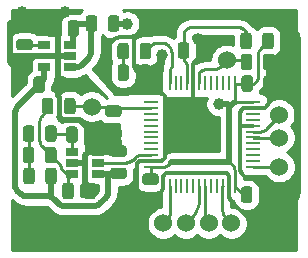
<source format=gbr>
G04 #@! TF.GenerationSoftware,KiCad,Pcbnew,5.1.8+dfsg1-1~bpo10+1*
G04 #@! TF.CreationDate,2020-11-10T16:56:22+03:00*
G04 #@! TF.ProjectId,cs,63732e6b-6963-4616-945f-706362585858,rev?*
G04 #@! TF.SameCoordinates,Original*
G04 #@! TF.FileFunction,Copper,L1,Top*
G04 #@! TF.FilePolarity,Positive*
%FSLAX46Y46*%
G04 Gerber Fmt 4.6, Leading zero omitted, Abs format (unit mm)*
G04 Created by KiCad (PCBNEW 5.1.8+dfsg1-1~bpo10+1) date 2020-11-10 16:56:22*
%MOMM*%
%LPD*%
G01*
G04 APERTURE LIST*
G04 #@! TA.AperFunction,SMDPad,CuDef*
%ADD10R,1.060000X0.650000*%
G04 #@! TD*
G04 #@! TA.AperFunction,SMDPad,CuDef*
%ADD11R,0.250000X1.300000*%
G04 #@! TD*
G04 #@! TA.AperFunction,SMDPad,CuDef*
%ADD12R,1.300000X0.250000*%
G04 #@! TD*
G04 #@! TA.AperFunction,SMDPad,CuDef*
%ADD13C,1.524000*%
G04 #@! TD*
G04 #@! TA.AperFunction,ViaPad*
%ADD14C,0.800000*%
G04 #@! TD*
G04 #@! TA.AperFunction,ViaPad*
%ADD15C,1.000000*%
G04 #@! TD*
G04 #@! TA.AperFunction,Conductor*
%ADD16C,0.300000*%
G04 #@! TD*
G04 #@! TA.AperFunction,Conductor*
%ADD17C,0.500000*%
G04 #@! TD*
G04 #@! TA.AperFunction,Conductor*
%ADD18C,0.400000*%
G04 #@! TD*
G04 #@! TA.AperFunction,Conductor*
%ADD19C,0.250000*%
G04 #@! TD*
G04 #@! TA.AperFunction,Conductor*
%ADD20C,0.254000*%
G04 #@! TD*
G04 #@! TA.AperFunction,Conductor*
%ADD21C,0.100000*%
G04 #@! TD*
G04 APERTURE END LIST*
G04 #@! TA.AperFunction,SMDPad,CuDef*
G36*
G01*
X214180240Y-20229510D02*
X214180240Y-21142010D01*
G75*
G02*
X213936490Y-21385760I-243750J0D01*
G01*
X213448990Y-21385760D01*
G75*
G02*
X213205240Y-21142010I0J243750D01*
G01*
X213205240Y-20229510D01*
G75*
G02*
X213448990Y-19985760I243750J0D01*
G01*
X213936490Y-19985760D01*
G75*
G02*
X214180240Y-20229510I0J-243750D01*
G01*
G37*
G04 #@! TD.AperFunction*
G04 #@! TA.AperFunction,SMDPad,CuDef*
G36*
G01*
X212305240Y-20229510D02*
X212305240Y-21142010D01*
G75*
G02*
X212061490Y-21385760I-243750J0D01*
G01*
X211573990Y-21385760D01*
G75*
G02*
X211330240Y-21142010I0J243750D01*
G01*
X211330240Y-20229510D01*
G75*
G02*
X211573990Y-19985760I243750J0D01*
G01*
X212061490Y-19985760D01*
G75*
G02*
X212305240Y-20229510I0J-243750D01*
G01*
G37*
G04 #@! TD.AperFunction*
G04 #@! TA.AperFunction,SMDPad,CuDef*
G36*
G01*
X217581300Y-19812950D02*
X217581300Y-20725450D01*
G75*
G02*
X217337550Y-20969200I-243750J0D01*
G01*
X216850050Y-20969200D01*
G75*
G02*
X216606300Y-20725450I0J243750D01*
G01*
X216606300Y-19812950D01*
G75*
G02*
X216850050Y-19569200I243750J0D01*
G01*
X217337550Y-19569200D01*
G75*
G02*
X217581300Y-19812950I0J-243750D01*
G01*
G37*
G04 #@! TD.AperFunction*
G04 #@! TA.AperFunction,SMDPad,CuDef*
G36*
G01*
X215706300Y-19812950D02*
X215706300Y-20725450D01*
G75*
G02*
X215462550Y-20969200I-243750J0D01*
G01*
X214975050Y-20969200D01*
G75*
G02*
X214731300Y-20725450I0J243750D01*
G01*
X214731300Y-19812950D01*
G75*
G02*
X214975050Y-19569200I243750J0D01*
G01*
X215462550Y-19569200D01*
G75*
G02*
X215706300Y-19812950I0J-243750D01*
G01*
G37*
G04 #@! TD.AperFunction*
D10*
X213428940Y-23990300D03*
X213428940Y-23040300D03*
X213428940Y-22090300D03*
X211228940Y-22090300D03*
X211228940Y-23990300D03*
D11*
X227336800Y-25317200D03*
X226836800Y-25317200D03*
X226336800Y-25317200D03*
X225836800Y-25317200D03*
X225336800Y-25317200D03*
X224836800Y-25317200D03*
X224336800Y-25317200D03*
X223836800Y-25317200D03*
X223336800Y-25317200D03*
X222836800Y-25317200D03*
X222336800Y-25317200D03*
X221836800Y-25317200D03*
D12*
X220236800Y-26917200D03*
X220236800Y-27417200D03*
X220236800Y-27917200D03*
X220236800Y-28417200D03*
X220236800Y-28917200D03*
X220236800Y-29417200D03*
X220236800Y-29917200D03*
X220236800Y-30417200D03*
X220236800Y-30917200D03*
X220236800Y-31417200D03*
X220236800Y-31917200D03*
X220236800Y-32417200D03*
D11*
X221836800Y-34017200D03*
X222336800Y-34017200D03*
X222836800Y-34017200D03*
X223336800Y-34017200D03*
X223836800Y-34017200D03*
X224336800Y-34017200D03*
X224836800Y-34017200D03*
X225336800Y-34017200D03*
X225836800Y-34017200D03*
X226336800Y-34017200D03*
X226836800Y-34017200D03*
X227336800Y-34017200D03*
D12*
X228936800Y-32417200D03*
X228936800Y-31917200D03*
X228936800Y-31417200D03*
X228936800Y-30917200D03*
X228936800Y-30417200D03*
X228936800Y-29917200D03*
X228936800Y-29417200D03*
X228936800Y-28917200D03*
X228936800Y-28417200D03*
X228936800Y-27917200D03*
X228936800Y-27417200D03*
X228936800Y-26917200D03*
G04 #@! TA.AperFunction,SMDPad,CuDef*
G36*
G01*
X214617480Y-34908810D02*
X214617480Y-33996310D01*
G75*
G02*
X214861230Y-33752560I243750J0D01*
G01*
X215348730Y-33752560D01*
G75*
G02*
X215592480Y-33996310I0J-243750D01*
G01*
X215592480Y-34908810D01*
G75*
G02*
X215348730Y-35152560I-243750J0D01*
G01*
X214861230Y-35152560D01*
G75*
G02*
X214617480Y-34908810I0J243750D01*
G01*
G37*
G04 #@! TD.AperFunction*
G04 #@! TA.AperFunction,SMDPad,CuDef*
G36*
G01*
X212742480Y-34908810D02*
X212742480Y-33996310D01*
G75*
G02*
X212986230Y-33752560I243750J0D01*
G01*
X213473730Y-33752560D01*
G75*
G02*
X213717480Y-33996310I0J-243750D01*
G01*
X213717480Y-34908810D01*
G75*
G02*
X213473730Y-35152560I-243750J0D01*
G01*
X212986230Y-35152560D01*
G75*
G02*
X212742480Y-34908810I0J243750D01*
G01*
G37*
G04 #@! TD.AperFunction*
D13*
X231104440Y-32405320D03*
X227076000Y-37185600D03*
G04 #@! TA.AperFunction,SMDPad,CuDef*
G36*
G01*
X212897900Y-27715530D02*
X212897900Y-26803030D01*
G75*
G02*
X213141650Y-26559280I243750J0D01*
G01*
X213629150Y-26559280D01*
G75*
G02*
X213872900Y-26803030I0J-243750D01*
G01*
X213872900Y-27715530D01*
G75*
G02*
X213629150Y-27959280I-243750J0D01*
G01*
X213141650Y-27959280D01*
G75*
G02*
X212897900Y-27715530I0J243750D01*
G01*
G37*
G04 #@! TD.AperFunction*
G04 #@! TA.AperFunction,SMDPad,CuDef*
G36*
G01*
X211022900Y-27715530D02*
X211022900Y-26803030D01*
G75*
G02*
X211266650Y-26559280I243750J0D01*
G01*
X211754150Y-26559280D01*
G75*
G02*
X211997900Y-26803030I0J-243750D01*
G01*
X211997900Y-27715530D01*
G75*
G02*
X211754150Y-27959280I-243750J0D01*
G01*
X211266650Y-27959280D01*
G75*
G02*
X211022900Y-27715530I0J243750D01*
G01*
G37*
G04 #@! TD.AperFunction*
G04 #@! TA.AperFunction,SMDPad,CuDef*
G36*
G01*
X224404100Y-23011450D02*
X224404100Y-22098950D01*
G75*
G02*
X224647850Y-21855200I243750J0D01*
G01*
X225135350Y-21855200D01*
G75*
G02*
X225379100Y-22098950I0J-243750D01*
G01*
X225379100Y-23011450D01*
G75*
G02*
X225135350Y-23255200I-243750J0D01*
G01*
X224647850Y-23255200D01*
G75*
G02*
X224404100Y-23011450I0J243750D01*
G01*
G37*
G04 #@! TD.AperFunction*
G04 #@! TA.AperFunction,SMDPad,CuDef*
G36*
G01*
X222529100Y-23011450D02*
X222529100Y-22098950D01*
G75*
G02*
X222772850Y-21855200I243750J0D01*
G01*
X223260350Y-21855200D01*
G75*
G02*
X223504100Y-22098950I0J-243750D01*
G01*
X223504100Y-23011450D01*
G75*
G02*
X223260350Y-23255200I-243750J0D01*
G01*
X222772850Y-23255200D01*
G75*
G02*
X222529100Y-23011450I0J243750D01*
G01*
G37*
G04 #@! TD.AperFunction*
G04 #@! TA.AperFunction,SMDPad,CuDef*
G36*
G01*
X213083320Y-30125990D02*
X213083320Y-29213490D01*
G75*
G02*
X213327070Y-28969740I243750J0D01*
G01*
X213814570Y-28969740D01*
G75*
G02*
X214058320Y-29213490I0J-243750D01*
G01*
X214058320Y-30125990D01*
G75*
G02*
X213814570Y-30369740I-243750J0D01*
G01*
X213327070Y-30369740D01*
G75*
G02*
X213083320Y-30125990I0J243750D01*
G01*
G37*
G04 #@! TD.AperFunction*
G04 #@! TA.AperFunction,SMDPad,CuDef*
G36*
G01*
X214958320Y-30125990D02*
X214958320Y-29213490D01*
G75*
G02*
X215202070Y-28969740I243750J0D01*
G01*
X215689570Y-28969740D01*
G75*
G02*
X215933320Y-29213490I0J-243750D01*
G01*
X215933320Y-30125990D01*
G75*
G02*
X215689570Y-30369740I-243750J0D01*
G01*
X215202070Y-30369740D01*
G75*
G02*
X214958320Y-30125990I0J243750D01*
G01*
G37*
G04 #@! TD.AperFunction*
G04 #@! TA.AperFunction,SMDPad,CuDef*
G36*
G01*
X220278780Y-23978550D02*
X220278780Y-24891050D01*
G75*
G02*
X220035030Y-25134800I-243750J0D01*
G01*
X219547530Y-25134800D01*
G75*
G02*
X219303780Y-24891050I0J243750D01*
G01*
X219303780Y-23978550D01*
G75*
G02*
X219547530Y-23734800I243750J0D01*
G01*
X220035030Y-23734800D01*
G75*
G02*
X220278780Y-23978550I0J-243750D01*
G01*
G37*
G04 #@! TD.AperFunction*
G04 #@! TA.AperFunction,SMDPad,CuDef*
G36*
G01*
X218403780Y-23978550D02*
X218403780Y-24891050D01*
G75*
G02*
X218160030Y-25134800I-243750J0D01*
G01*
X217672530Y-25134800D01*
G75*
G02*
X217428780Y-24891050I0J243750D01*
G01*
X217428780Y-23978550D01*
G75*
G02*
X217672530Y-23734800I243750J0D01*
G01*
X218160030Y-23734800D01*
G75*
G02*
X218403780Y-23978550I0J-243750D01*
G01*
G37*
G04 #@! TD.AperFunction*
G04 #@! TA.AperFunction,SMDPad,CuDef*
G36*
G01*
X217419100Y-23062250D02*
X217419100Y-22149750D01*
G75*
G02*
X217662850Y-21906000I243750J0D01*
G01*
X218150350Y-21906000D01*
G75*
G02*
X218394100Y-22149750I0J-243750D01*
G01*
X218394100Y-23062250D01*
G75*
G02*
X218150350Y-23306000I-243750J0D01*
G01*
X217662850Y-23306000D01*
G75*
G02*
X217419100Y-23062250I0J243750D01*
G01*
G37*
G04 #@! TD.AperFunction*
G04 #@! TA.AperFunction,SMDPad,CuDef*
G36*
G01*
X219294100Y-23062250D02*
X219294100Y-22149750D01*
G75*
G02*
X219537850Y-21906000I243750J0D01*
G01*
X220025350Y-21906000D01*
G75*
G02*
X220269100Y-22149750I0J-243750D01*
G01*
X220269100Y-23062250D01*
G75*
G02*
X220025350Y-23306000I-243750J0D01*
G01*
X219537850Y-23306000D01*
G75*
G02*
X219294100Y-23062250I0J243750D01*
G01*
G37*
G04 #@! TD.AperFunction*
G04 #@! TA.AperFunction,SMDPad,CuDef*
G36*
G01*
X211312940Y-33638810D02*
X211312940Y-32726310D01*
G75*
G02*
X211556690Y-32482560I243750J0D01*
G01*
X212044190Y-32482560D01*
G75*
G02*
X212287940Y-32726310I0J-243750D01*
G01*
X212287940Y-33638810D01*
G75*
G02*
X212044190Y-33882560I-243750J0D01*
G01*
X211556690Y-33882560D01*
G75*
G02*
X211312940Y-33638810I0J243750D01*
G01*
G37*
G04 #@! TD.AperFunction*
G04 #@! TA.AperFunction,SMDPad,CuDef*
G36*
G01*
X209437940Y-33638810D02*
X209437940Y-32726310D01*
G75*
G02*
X209681690Y-32482560I243750J0D01*
G01*
X210169190Y-32482560D01*
G75*
G02*
X210412940Y-32726310I0J-243750D01*
G01*
X210412940Y-33638810D01*
G75*
G02*
X210169190Y-33882560I-243750J0D01*
G01*
X209681690Y-33882560D01*
G75*
G02*
X209437940Y-33638810I0J243750D01*
G01*
G37*
G04 #@! TD.AperFunction*
G04 #@! TA.AperFunction,SMDPad,CuDef*
G36*
G01*
X216627390Y-27187860D02*
X217539890Y-27187860D01*
G75*
G02*
X217783640Y-27431610I0J-243750D01*
G01*
X217783640Y-27919110D01*
G75*
G02*
X217539890Y-28162860I-243750J0D01*
G01*
X216627390Y-28162860D01*
G75*
G02*
X216383640Y-27919110I0J243750D01*
G01*
X216383640Y-27431610D01*
G75*
G02*
X216627390Y-27187860I243750J0D01*
G01*
G37*
G04 #@! TD.AperFunction*
G04 #@! TA.AperFunction,SMDPad,CuDef*
G36*
G01*
X216627390Y-29062860D02*
X217539890Y-29062860D01*
G75*
G02*
X217783640Y-29306610I0J-243750D01*
G01*
X217783640Y-29794110D01*
G75*
G02*
X217539890Y-30037860I-243750J0D01*
G01*
X216627390Y-30037860D01*
G75*
G02*
X216383640Y-29794110I0J243750D01*
G01*
X216383640Y-29306610D01*
G75*
G02*
X216627390Y-29062860I243750J0D01*
G01*
G37*
G04 #@! TD.AperFunction*
G04 #@! TA.AperFunction,SMDPad,CuDef*
G36*
G01*
X209412540Y-31860810D02*
X209412540Y-30948310D01*
G75*
G02*
X209656290Y-30704560I243750J0D01*
G01*
X210143790Y-30704560D01*
G75*
G02*
X210387540Y-30948310I0J-243750D01*
G01*
X210387540Y-31860810D01*
G75*
G02*
X210143790Y-32104560I-243750J0D01*
G01*
X209656290Y-32104560D01*
G75*
G02*
X209412540Y-31860810I0J243750D01*
G01*
G37*
G04 #@! TD.AperFunction*
G04 #@! TA.AperFunction,SMDPad,CuDef*
G36*
G01*
X211287540Y-31860810D02*
X211287540Y-30948310D01*
G75*
G02*
X211531290Y-30704560I243750J0D01*
G01*
X212018790Y-30704560D01*
G75*
G02*
X212262540Y-30948310I0J-243750D01*
G01*
X212262540Y-31860810D01*
G75*
G02*
X212018790Y-32104560I-243750J0D01*
G01*
X211531290Y-32104560D01*
G75*
G02*
X211287540Y-31860810I0J243750D01*
G01*
G37*
G04 #@! TD.AperFunction*
X215244680Y-27302460D03*
X215417400Y-38836600D03*
G04 #@! TA.AperFunction,SMDPad,CuDef*
G36*
G01*
X227863100Y-23976650D02*
X227863100Y-23064150D01*
G75*
G02*
X228106850Y-22820400I243750J0D01*
G01*
X228594350Y-22820400D01*
G75*
G02*
X228838100Y-23064150I0J-243750D01*
G01*
X228838100Y-23976650D01*
G75*
G02*
X228594350Y-24220400I-243750J0D01*
G01*
X228106850Y-24220400D01*
G75*
G02*
X227863100Y-23976650I0J243750D01*
G01*
G37*
G04 #@! TD.AperFunction*
G04 #@! TA.AperFunction,SMDPad,CuDef*
G36*
G01*
X229738100Y-23976650D02*
X229738100Y-23064150D01*
G75*
G02*
X229981850Y-22820400I243750J0D01*
G01*
X230469350Y-22820400D01*
G75*
G02*
X230713100Y-23064150I0J-243750D01*
G01*
X230713100Y-23976650D01*
G75*
G02*
X230469350Y-24220400I-243750J0D01*
G01*
X229981850Y-24220400D01*
G75*
G02*
X229738100Y-23976650I0J243750D01*
G01*
G37*
G04 #@! TD.AperFunction*
X226669600Y-23368000D03*
X231140000Y-29921200D03*
X231089200Y-27990800D03*
X223215200Y-37185600D03*
X225145600Y-37185600D03*
X221284800Y-37185600D03*
G04 #@! TA.AperFunction,SMDPad,CuDef*
G36*
G01*
X229748260Y-35218690D02*
X229748260Y-34306190D01*
G75*
G02*
X229992010Y-34062440I243750J0D01*
G01*
X230479510Y-34062440D01*
G75*
G02*
X230723260Y-34306190I0J-243750D01*
G01*
X230723260Y-35218690D01*
G75*
G02*
X230479510Y-35462440I-243750J0D01*
G01*
X229992010Y-35462440D01*
G75*
G02*
X229748260Y-35218690I0J243750D01*
G01*
G37*
G04 #@! TD.AperFunction*
G04 #@! TA.AperFunction,SMDPad,CuDef*
G36*
G01*
X227873260Y-35218690D02*
X227873260Y-34306190D01*
G75*
G02*
X228117010Y-34062440I243750J0D01*
G01*
X228604510Y-34062440D01*
G75*
G02*
X228848260Y-34306190I0J-243750D01*
G01*
X228848260Y-35218690D01*
G75*
G02*
X228604510Y-35462440I-243750J0D01*
G01*
X228117010Y-35462440D01*
G75*
G02*
X227873260Y-35218690I0J243750D01*
G01*
G37*
G04 #@! TD.AperFunction*
G04 #@! TA.AperFunction,SMDPad,CuDef*
G36*
G01*
X227812300Y-22198650D02*
X227812300Y-21286150D01*
G75*
G02*
X228056050Y-21042400I243750J0D01*
G01*
X228543550Y-21042400D01*
G75*
G02*
X228787300Y-21286150I0J-243750D01*
G01*
X228787300Y-22198650D01*
G75*
G02*
X228543550Y-22442400I-243750J0D01*
G01*
X228056050Y-22442400D01*
G75*
G02*
X227812300Y-22198650I0J243750D01*
G01*
G37*
G04 #@! TD.AperFunction*
G04 #@! TA.AperFunction,SMDPad,CuDef*
G36*
G01*
X229687300Y-22198650D02*
X229687300Y-21286150D01*
G75*
G02*
X229931050Y-21042400I243750J0D01*
G01*
X230418550Y-21042400D01*
G75*
G02*
X230662300Y-21286150I0J-243750D01*
G01*
X230662300Y-22198650D01*
G75*
G02*
X230418550Y-22442400I-243750J0D01*
G01*
X229931050Y-22442400D01*
G75*
G02*
X229687300Y-22198650I0J243750D01*
G01*
G37*
G04 #@! TD.AperFunction*
G04 #@! TA.AperFunction,SMDPad,CuDef*
G36*
G01*
X217971690Y-31561860D02*
X217059190Y-31561860D01*
G75*
G02*
X216815440Y-31318110I0J243750D01*
G01*
X216815440Y-30830610D01*
G75*
G02*
X217059190Y-30586860I243750J0D01*
G01*
X217971690Y-30586860D01*
G75*
G02*
X218215440Y-30830610I0J-243750D01*
G01*
X218215440Y-31318110D01*
G75*
G02*
X217971690Y-31561860I-243750J0D01*
G01*
G37*
G04 #@! TD.AperFunction*
G04 #@! TA.AperFunction,SMDPad,CuDef*
G36*
G01*
X217971690Y-33436860D02*
X217059190Y-33436860D01*
G75*
G02*
X216815440Y-33193110I0J243750D01*
G01*
X216815440Y-32705610D01*
G75*
G02*
X217059190Y-32461860I243750J0D01*
G01*
X217971690Y-32461860D01*
G75*
G02*
X218215440Y-32705610I0J-243750D01*
G01*
X218215440Y-33193110D01*
G75*
G02*
X217971690Y-33436860I-243750J0D01*
G01*
G37*
G04 #@! TD.AperFunction*
G04 #@! TA.AperFunction,SMDPad,CuDef*
G36*
G01*
X209103910Y-21569860D02*
X210016410Y-21569860D01*
G75*
G02*
X210260160Y-21813610I0J-243750D01*
G01*
X210260160Y-22301110D01*
G75*
G02*
X210016410Y-22544860I-243750J0D01*
G01*
X209103910Y-22544860D01*
G75*
G02*
X208860160Y-22301110I0J243750D01*
G01*
X208860160Y-21813610D01*
G75*
G02*
X209103910Y-21569860I243750J0D01*
G01*
G37*
G04 #@! TD.AperFunction*
G04 #@! TA.AperFunction,SMDPad,CuDef*
G36*
G01*
X209103910Y-23444860D02*
X210016410Y-23444860D01*
G75*
G02*
X210260160Y-23688610I0J-243750D01*
G01*
X210260160Y-24176110D01*
G75*
G02*
X210016410Y-24419860I-243750J0D01*
G01*
X209103910Y-24419860D01*
G75*
G02*
X208860160Y-24176110I0J243750D01*
G01*
X208860160Y-23688610D01*
G75*
G02*
X209103910Y-23444860I243750J0D01*
G01*
G37*
G04 #@! TD.AperFunction*
G04 #@! TA.AperFunction,SMDPad,CuDef*
G36*
G01*
X212262540Y-29142370D02*
X212262540Y-30054870D01*
G75*
G02*
X212018790Y-30298620I-243750J0D01*
G01*
X211531290Y-30298620D01*
G75*
G02*
X211287540Y-30054870I0J243750D01*
G01*
X211287540Y-29142370D01*
G75*
G02*
X211531290Y-28898620I243750J0D01*
G01*
X212018790Y-28898620D01*
G75*
G02*
X212262540Y-29142370I0J-243750D01*
G01*
G37*
G04 #@! TD.AperFunction*
G04 #@! TA.AperFunction,SMDPad,CuDef*
G36*
G01*
X210387540Y-29142370D02*
X210387540Y-30054870D01*
G75*
G02*
X210143790Y-30298620I-243750J0D01*
G01*
X209656290Y-30298620D01*
G75*
G02*
X209412540Y-30054870I0J243750D01*
G01*
X209412540Y-29142370D01*
G75*
G02*
X209656290Y-28898620I243750J0D01*
G01*
X210143790Y-28898620D01*
G75*
G02*
X210387540Y-29142370I0J-243750D01*
G01*
G37*
G04 #@! TD.AperFunction*
D10*
X213603840Y-31104760D03*
X213603840Y-32054760D03*
X213603840Y-33004760D03*
X215803840Y-33004760D03*
X215803840Y-31104760D03*
X215803840Y-32054760D03*
G04 #@! TA.AperFunction,SMDPad,CuDef*
G36*
G01*
X219761750Y-32964300D02*
X220674250Y-32964300D01*
G75*
G02*
X220918000Y-33208050I0J-243750D01*
G01*
X220918000Y-33695550D01*
G75*
G02*
X220674250Y-33939300I-243750J0D01*
G01*
X219761750Y-33939300D01*
G75*
G02*
X219518000Y-33695550I0J243750D01*
G01*
X219518000Y-33208050D01*
G75*
G02*
X219761750Y-32964300I243750J0D01*
G01*
G37*
G04 #@! TD.AperFunction*
G04 #@! TA.AperFunction,SMDPad,CuDef*
G36*
G01*
X219761750Y-34839300D02*
X220674250Y-34839300D01*
G75*
G02*
X220918000Y-35083050I0J-243750D01*
G01*
X220918000Y-35570550D01*
G75*
G02*
X220674250Y-35814300I-243750J0D01*
G01*
X219761750Y-35814300D01*
G75*
G02*
X219518000Y-35570550I0J243750D01*
G01*
X219518000Y-35083050D01*
G75*
G02*
X219761750Y-34839300I243750J0D01*
G01*
G37*
G04 #@! TD.AperFunction*
G04 #@! TA.AperFunction,SMDPad,CuDef*
G36*
G01*
X227909300Y-25805450D02*
X227909300Y-24892950D01*
G75*
G02*
X228153050Y-24649200I243750J0D01*
G01*
X228640550Y-24649200D01*
G75*
G02*
X228884300Y-24892950I0J-243750D01*
G01*
X228884300Y-25805450D01*
G75*
G02*
X228640550Y-26049200I-243750J0D01*
G01*
X228153050Y-26049200D01*
G75*
G02*
X227909300Y-25805450I0J243750D01*
G01*
G37*
G04 #@! TD.AperFunction*
G04 #@! TA.AperFunction,SMDPad,CuDef*
G36*
G01*
X229784300Y-25805450D02*
X229784300Y-24892950D01*
G75*
G02*
X230028050Y-24649200I243750J0D01*
G01*
X230515550Y-24649200D01*
G75*
G02*
X230759300Y-24892950I0J-243750D01*
G01*
X230759300Y-25805450D01*
G75*
G02*
X230515550Y-26049200I-243750J0D01*
G01*
X230028050Y-26049200D01*
G75*
G02*
X229784300Y-25805450I0J243750D01*
G01*
G37*
G04 #@! TD.AperFunction*
G04 #@! TA.AperFunction,SMDPad,CuDef*
G36*
G01*
X210288840Y-25909590D02*
X210288840Y-24997090D01*
G75*
G02*
X210532590Y-24753340I243750J0D01*
G01*
X211020090Y-24753340D01*
G75*
G02*
X211263840Y-24997090I0J-243750D01*
G01*
X211263840Y-25909590D01*
G75*
G02*
X211020090Y-26153340I-243750J0D01*
G01*
X210532590Y-26153340D01*
G75*
G02*
X210288840Y-25909590I0J243750D01*
G01*
G37*
G04 #@! TD.AperFunction*
G04 #@! TA.AperFunction,SMDPad,CuDef*
G36*
G01*
X212163840Y-25909590D02*
X212163840Y-24997090D01*
G75*
G02*
X212407590Y-24753340I243750J0D01*
G01*
X212895090Y-24753340D01*
G75*
G02*
X213138840Y-24997090I0J-243750D01*
G01*
X213138840Y-25909590D01*
G75*
G02*
X212895090Y-26153340I-243750J0D01*
G01*
X212407590Y-26153340D01*
G75*
G02*
X212163840Y-25909590I0J243750D01*
G01*
G37*
G04 #@! TD.AperFunction*
D14*
X221467680Y-20736560D03*
D15*
X224282000Y-21539200D03*
D14*
X220075760Y-38719760D03*
D15*
X209346800Y-19253200D03*
D14*
X228650800Y-38658800D03*
X224332800Y-19507200D03*
X208940400Y-36657280D03*
D15*
X221173040Y-22961600D03*
D14*
X232140760Y-26090880D03*
X231241600Y-34493200D03*
D15*
X226009200Y-27076400D03*
D14*
X216418160Y-24673560D03*
D15*
X213004400Y-19253200D03*
X218236800Y-20269200D03*
D16*
X220825037Y-34800563D02*
X220268800Y-35356800D01*
X229886800Y-27417200D02*
X228936800Y-27417200D01*
X230225600Y-25303000D02*
X230271800Y-25349200D01*
X230225600Y-23520400D02*
X230225600Y-25303000D01*
X220977963Y-25905963D02*
X221488000Y-26416000D01*
X230859300Y-25349200D02*
X232760001Y-25349200D01*
X230271800Y-25349200D02*
X230859300Y-25349200D01*
X230225600Y-23520400D02*
X232760001Y-23520400D01*
X232760001Y-25349200D02*
X232760001Y-23520400D01*
X221488000Y-26416000D02*
X221488000Y-28041600D01*
X221488000Y-28041600D02*
X223418400Y-28041600D01*
X223836800Y-27623200D02*
X223836800Y-25317200D01*
X223418400Y-28041600D02*
X223836800Y-27623200D01*
X227823810Y-28917200D02*
X227811810Y-28905200D01*
X228936800Y-28917200D02*
X227823810Y-28917200D01*
X231190800Y-36525200D02*
X231190800Y-37637720D01*
X230225600Y-36525200D02*
X231190800Y-36525200D01*
X221315438Y-38658800D02*
X220370400Y-38658800D01*
X221417038Y-38760400D02*
X221315438Y-38658800D01*
X231190800Y-38760400D02*
X221417038Y-38760400D01*
X224891600Y-22148800D02*
X224282000Y-21539200D01*
X224891600Y-22555200D02*
X224891600Y-22148800D01*
X231089200Y-19507200D02*
X224332800Y-19507200D01*
X220268800Y-35356800D02*
X219100400Y-35356800D01*
X220192600Y-38836600D02*
X220370400Y-38658800D01*
X217083640Y-30642560D02*
X217515440Y-31074360D01*
D17*
X217083640Y-29550360D02*
X217083640Y-30642560D01*
X215407240Y-30708160D02*
X215803840Y-31104760D01*
X215407240Y-29601160D02*
X215407240Y-30708160D01*
D16*
X217485040Y-31104760D02*
X217515440Y-31074360D01*
D17*
X215803840Y-31104760D02*
X217485040Y-31104760D01*
D16*
X209346800Y-19253200D02*
X211429600Y-19253200D01*
D17*
X215407240Y-29601160D02*
X217032840Y-29601160D01*
D16*
X217032840Y-29601160D02*
X217083640Y-29550360D01*
D17*
X208765240Y-23952200D02*
X208363820Y-23550780D01*
X209565240Y-23952200D02*
X208765240Y-23952200D01*
D16*
X208363820Y-20236180D02*
X209346800Y-19253200D01*
D17*
X208363820Y-23002240D02*
X208363820Y-20236180D01*
X208363820Y-23550780D02*
X208363820Y-23002240D01*
D16*
X212373977Y-23035723D02*
X212369400Y-23040300D01*
D17*
X212373977Y-21241997D02*
X212373977Y-23035723D01*
D16*
X211817740Y-20685760D02*
X212373977Y-21241997D01*
D17*
X212369400Y-23040300D02*
X213428940Y-23040300D01*
X212369400Y-23040300D02*
X212369400Y-24371400D01*
X215803840Y-31104760D02*
X214973840Y-31104760D01*
X214973840Y-31104760D02*
X214706200Y-31372400D01*
X214433880Y-32054800D02*
X214706200Y-32054800D01*
D16*
X214433840Y-32054760D02*
X214433880Y-32054800D01*
D17*
X213603840Y-32054760D02*
X214433840Y-32054760D01*
X214706200Y-31372400D02*
X214706200Y-32054800D01*
D16*
X214706200Y-33903920D02*
X215104980Y-34302700D01*
X215104980Y-34302700D02*
X215104980Y-34452560D01*
D17*
X214706200Y-32054800D02*
X214706200Y-33903920D01*
X212369400Y-24371400D02*
X212369400Y-24724360D01*
D16*
X212651340Y-25006300D02*
X212651340Y-25453340D01*
X211817740Y-19885760D02*
X211813140Y-19881160D01*
X211817740Y-20685760D02*
X211817740Y-19885760D01*
X211813140Y-19881160D02*
X211813140Y-19253200D01*
X211429600Y-19253200D02*
X211813140Y-19253200D01*
X208401880Y-23040300D02*
X208363820Y-23002240D01*
D17*
X212369400Y-23040300D02*
X208401880Y-23040300D01*
X212755480Y-28455620D02*
X214261700Y-28455620D01*
X214261700Y-28455620D02*
X215407240Y-29601160D01*
X212755480Y-28455620D02*
X212455760Y-28155900D01*
D16*
X214339770Y-38836600D02*
X215417400Y-38836600D01*
X210554035Y-38836600D02*
X211175600Y-38836600D01*
X208940400Y-37222965D02*
X210554035Y-38836600D01*
X208940400Y-36657280D02*
X208940400Y-37222965D01*
D18*
X212455760Y-28155900D02*
X212455760Y-26448920D01*
D16*
X230225600Y-35572600D02*
X230225600Y-36525200D01*
X230235760Y-35562440D02*
X230225600Y-35572600D01*
X230235760Y-34762440D02*
X230235760Y-35562440D01*
X219791280Y-24434800D02*
X220014800Y-24434800D01*
X219791280Y-24434800D02*
X219203780Y-24434800D01*
X218841320Y-21447760D02*
X220781880Y-19507200D01*
X216809320Y-25247600D02*
X217467683Y-25905963D01*
X219801440Y-25244960D02*
X219801440Y-25905963D01*
X219791280Y-25234800D02*
X219801440Y-25244960D01*
X219791280Y-24434800D02*
X219791280Y-25234800D01*
X219801440Y-25905963D02*
X220977963Y-25905963D01*
X217467683Y-25905963D02*
X219801440Y-25905963D01*
X221442280Y-20145475D02*
X221442280Y-19507200D01*
X221467680Y-20736560D02*
X221467680Y-20170875D01*
X221442280Y-19507200D02*
X224332800Y-19507200D01*
X221467680Y-20170875D02*
X221442280Y-20145475D01*
X220781880Y-19507200D02*
X221442280Y-19507200D01*
X219791280Y-24434800D02*
X220035120Y-24434800D01*
X219791280Y-24434800D02*
X221015560Y-24434800D01*
X221173040Y-24277320D02*
X221173040Y-22961600D01*
X221015560Y-24434800D02*
X221173040Y-24277320D01*
X212369400Y-26362560D02*
X212455760Y-26448920D01*
X212509100Y-25453340D02*
X212369400Y-25593040D01*
X212651340Y-25453340D02*
X212509100Y-25453340D01*
D17*
X212369400Y-25593040D02*
X212369400Y-26362560D01*
X212369400Y-24724360D02*
X212369400Y-25593040D01*
D16*
X216809320Y-24648160D02*
X216809320Y-25247600D01*
X216809320Y-21950680D02*
X216809320Y-24648160D01*
X232140760Y-26090880D02*
X232724441Y-26090880D01*
X232724441Y-26090880D02*
X232760001Y-26055320D01*
X232760001Y-26055320D02*
X232760001Y-31648400D01*
X232760001Y-25349200D02*
X232760001Y-26055320D01*
X229422960Y-33949640D02*
X230235760Y-34762440D01*
X230235760Y-34762440D02*
X230565960Y-34762440D01*
X219608400Y-38816280D02*
X219588080Y-38836600D01*
X219608400Y-36017200D02*
X219608400Y-38816280D01*
X220268800Y-35356800D02*
X219608400Y-36017200D01*
X219588080Y-38836600D02*
X220192600Y-38836600D01*
X215417400Y-38836600D02*
X217794840Y-38836600D01*
X230059667Y-27244332D02*
X229886800Y-27417200D01*
X230059667Y-27244332D02*
X230084179Y-27218585D01*
X230084179Y-27218585D02*
X230107398Y-27191668D01*
X230107398Y-27191668D02*
X230129269Y-27163643D01*
X230129269Y-27163643D02*
X230149738Y-27134579D01*
X230149738Y-27134579D02*
X230168757Y-27104546D01*
X230168757Y-27104546D02*
X230186278Y-27073615D01*
X230186278Y-27073615D02*
X230202262Y-27041862D01*
X230202262Y-27041862D02*
X230216667Y-27009363D01*
X230216667Y-27009363D02*
X230229461Y-26976197D01*
X230229461Y-26976197D02*
X230240612Y-26942442D01*
X230240612Y-26942442D02*
X230250093Y-26908181D01*
X230250093Y-26908181D02*
X230257882Y-26873496D01*
X230257882Y-26873496D02*
X230263960Y-26838471D01*
X230263960Y-26838471D02*
X230268311Y-26803190D01*
X230268311Y-26803190D02*
X230270926Y-26767737D01*
X230270926Y-26767737D02*
X230271800Y-26732200D01*
X230271800Y-26732200D02*
X230271800Y-25349200D01*
X219053452Y-24284472D02*
X219203780Y-24434800D01*
X219053452Y-24284472D02*
X219028939Y-24258725D01*
X219028939Y-24258725D02*
X219005720Y-24231808D01*
X219005720Y-24231808D02*
X218983849Y-24203783D01*
X218983849Y-24203783D02*
X218963380Y-24174719D01*
X218963380Y-24174719D02*
X218944362Y-24144686D01*
X218944362Y-24144686D02*
X218926840Y-24113755D01*
X218926840Y-24113755D02*
X218910857Y-24082002D01*
X218910857Y-24082002D02*
X218896451Y-24049503D01*
X218896451Y-24049503D02*
X218883657Y-24016337D01*
X218883657Y-24016337D02*
X218872506Y-23982582D01*
X218872506Y-23982582D02*
X218863025Y-23948321D01*
X218863025Y-23948321D02*
X218855236Y-23913636D01*
X218855236Y-23913636D02*
X218849159Y-23878611D01*
X218849159Y-23878611D02*
X218844807Y-23843330D01*
X218844807Y-23843330D02*
X218842192Y-23807877D01*
X218842192Y-23807877D02*
X218841320Y-23772340D01*
X218841320Y-23772340D02*
X218841320Y-21447760D01*
X217612240Y-21447760D02*
X218841320Y-21447760D01*
X217612240Y-21447760D02*
X217576701Y-21448631D01*
X217576701Y-21448631D02*
X217541249Y-21451247D01*
X217541249Y-21451247D02*
X217505968Y-21455598D01*
X217505968Y-21455598D02*
X217470942Y-21461676D01*
X217470942Y-21461676D02*
X217436257Y-21469464D01*
X217436257Y-21469464D02*
X217401996Y-21478946D01*
X217401996Y-21478946D02*
X217368242Y-21490097D01*
X217368242Y-21490097D02*
X217335075Y-21502890D01*
X217335075Y-21502890D02*
X217302576Y-21517296D01*
X217302576Y-21517296D02*
X217270823Y-21533279D01*
X217270823Y-21533279D02*
X217239892Y-21550801D01*
X217239892Y-21550801D02*
X217209859Y-21569820D01*
X217209859Y-21569820D02*
X217180795Y-21590289D01*
X217180795Y-21590289D02*
X217152770Y-21612159D01*
X217152770Y-21612159D02*
X217125852Y-21635379D01*
X217125852Y-21635379D02*
X217100107Y-21659892D01*
X217100107Y-21659892D02*
X216809320Y-21950680D01*
X228279960Y-36525200D02*
X230225600Y-36525200D01*
X226836800Y-34682040D02*
X226836800Y-34017200D01*
X226836800Y-34682040D02*
X226837963Y-34729423D01*
X226837963Y-34729423D02*
X226841450Y-34776693D01*
X226841450Y-34776693D02*
X226847252Y-34823735D01*
X226847252Y-34823735D02*
X226855355Y-34870435D01*
X226855355Y-34870435D02*
X226865740Y-34916682D01*
X226865740Y-34916682D02*
X226878382Y-34962363D01*
X226878382Y-34962363D02*
X226893249Y-35007369D01*
X226893249Y-35007369D02*
X226910308Y-35051591D01*
X226910308Y-35051591D02*
X226929516Y-35094923D01*
X226929516Y-35094923D02*
X226950826Y-35137260D01*
X226950826Y-35137260D02*
X226974189Y-35178500D01*
X226974189Y-35178500D02*
X226999547Y-35218545D01*
X226999547Y-35218545D02*
X227026839Y-35257297D01*
X227026839Y-35257297D02*
X227056000Y-35294663D01*
X227056000Y-35294663D02*
X227086959Y-35330553D01*
X227086959Y-35330553D02*
X227119642Y-35364882D01*
X227119642Y-35364882D02*
X228279960Y-36525200D01*
X229010252Y-33536932D02*
X229422960Y-33949640D01*
X229010252Y-33536932D02*
X228984506Y-33512419D01*
X228984506Y-33512419D02*
X228957588Y-33489199D01*
X228957588Y-33489199D02*
X228929564Y-33467329D01*
X228929564Y-33467329D02*
X228900499Y-33446859D01*
X228900499Y-33446859D02*
X228870466Y-33427841D01*
X228870466Y-33427841D02*
X228839536Y-33410319D01*
X228839536Y-33410319D02*
X228807783Y-33394336D01*
X228807783Y-33394336D02*
X228775284Y-33379930D01*
X228775284Y-33379930D02*
X228742117Y-33367136D01*
X228742117Y-33367136D02*
X228708363Y-33355985D01*
X228708363Y-33355985D02*
X228674102Y-33346504D01*
X228674102Y-33346504D02*
X228639417Y-33338715D01*
X228639417Y-33338715D02*
X228604391Y-33332638D01*
X228604391Y-33332638D02*
X228569110Y-33328286D01*
X228569110Y-33328286D02*
X228533657Y-33325671D01*
X228533657Y-33325671D02*
X228498120Y-33324800D01*
X228498120Y-33324800D02*
X228295200Y-33324800D01*
X223836800Y-23910000D02*
X223836800Y-25317200D01*
X223836800Y-23910000D02*
X223837671Y-23874461D01*
X223837671Y-23874461D02*
X223840287Y-23839009D01*
X223840287Y-23839009D02*
X223844638Y-23803728D01*
X223844638Y-23803728D02*
X223850716Y-23768702D01*
X223850716Y-23768702D02*
X223858504Y-23734017D01*
X223858504Y-23734017D02*
X223867986Y-23699756D01*
X223867986Y-23699756D02*
X223879137Y-23666002D01*
X223879137Y-23666002D02*
X223891930Y-23632835D01*
X223891930Y-23632835D02*
X223906336Y-23600336D01*
X223906336Y-23600336D02*
X223922319Y-23568583D01*
X223922319Y-23568583D02*
X223939841Y-23537652D01*
X223939841Y-23537652D02*
X223958860Y-23507619D01*
X223958860Y-23507619D02*
X223979329Y-23478555D01*
X223979329Y-23478555D02*
X224001199Y-23450530D01*
X224001199Y-23450530D02*
X224024419Y-23423612D01*
X224024419Y-23423612D02*
X224048932Y-23397867D01*
X224048932Y-23397867D02*
X224891600Y-22555200D01*
X228009899Y-27487910D02*
X228018480Y-27479739D01*
X228018480Y-27479739D02*
X228027453Y-27471999D01*
X228027453Y-27471999D02*
X228036795Y-27464709D01*
X228036795Y-27464709D02*
X228046483Y-27457886D01*
X228046483Y-27457886D02*
X228056494Y-27451546D01*
X228056494Y-27451546D02*
X228066804Y-27445706D01*
X228066804Y-27445706D02*
X228077388Y-27440378D01*
X228077388Y-27440378D02*
X228088221Y-27435576D01*
X228088221Y-27435576D02*
X228099277Y-27431311D01*
X228099277Y-27431311D02*
X228110528Y-27427594D01*
X228110528Y-27427594D02*
X228121949Y-27424434D01*
X228121949Y-27424434D02*
X228133510Y-27421838D01*
X228133510Y-27421838D02*
X228145186Y-27419812D01*
X228145186Y-27419812D02*
X228156946Y-27418361D01*
X228156946Y-27418361D02*
X228168763Y-27417490D01*
X228168763Y-27417490D02*
X228180610Y-27417200D01*
X228180610Y-27417200D02*
X228936800Y-27417200D01*
X227811810Y-27886000D02*
X227811810Y-28905200D01*
X227811810Y-27886000D02*
X227812390Y-27862308D01*
X227812390Y-27862308D02*
X227814134Y-27838673D01*
X227814134Y-27838673D02*
X227817035Y-27815152D01*
X227817035Y-27815152D02*
X227821086Y-27791801D01*
X227821086Y-27791801D02*
X227826279Y-27768678D01*
X227826279Y-27768678D02*
X227832600Y-27745837D01*
X227832600Y-27745837D02*
X227840034Y-27723334D01*
X227840034Y-27723334D02*
X227848563Y-27701223D01*
X227848563Y-27701223D02*
X227858166Y-27679557D01*
X227858166Y-27679557D02*
X227868822Y-27658389D01*
X227868822Y-27658389D02*
X227880503Y-27637768D01*
X227880503Y-27637768D02*
X227893182Y-27617746D01*
X227893182Y-27617746D02*
X227906828Y-27598370D01*
X227906828Y-27598370D02*
X227921408Y-27579687D01*
X227921408Y-27579687D02*
X227936888Y-27561741D01*
X227936888Y-27561741D02*
X227953230Y-27544578D01*
X227953230Y-27544578D02*
X228009899Y-27487910D01*
X228023942Y-33053542D02*
X228295200Y-33324800D01*
X228023942Y-33053542D02*
X227999430Y-33027795D01*
X227999430Y-33027795D02*
X227976210Y-33000877D01*
X227976210Y-33000877D02*
X227954340Y-32972853D01*
X227954340Y-32972853D02*
X227933870Y-32943789D01*
X227933870Y-32943789D02*
X227914852Y-32913755D01*
X227914852Y-32913755D02*
X227897330Y-32882825D01*
X227897330Y-32882825D02*
X227881347Y-32851072D01*
X227881347Y-32851072D02*
X227866941Y-32818573D01*
X227866941Y-32818573D02*
X227854147Y-32785407D01*
X227854147Y-32785407D02*
X227842996Y-32751652D01*
X227842996Y-32751652D02*
X227833515Y-32717391D01*
X227833515Y-32717391D02*
X227825726Y-32682706D01*
X227825726Y-32682706D02*
X227819649Y-32647681D01*
X227819649Y-32647681D02*
X227815297Y-32612400D01*
X227815297Y-32612400D02*
X227812682Y-32576947D01*
X227812682Y-32576947D02*
X227811810Y-32541410D01*
X227811810Y-32541410D02*
X227811810Y-28905200D01*
X226766089Y-33041487D02*
X226774259Y-33050069D01*
X226774259Y-33050069D02*
X226781998Y-33059042D01*
X226781998Y-33059042D02*
X226789289Y-33068383D01*
X226789289Y-33068383D02*
X226796112Y-33078071D01*
X226796112Y-33078071D02*
X226802451Y-33088082D01*
X226802451Y-33088082D02*
X226808292Y-33098392D01*
X226808292Y-33098392D02*
X226813619Y-33108977D01*
X226813619Y-33108977D02*
X226818421Y-33119810D01*
X226818421Y-33119810D02*
X226822686Y-33130865D01*
X226822686Y-33130865D02*
X226826403Y-33142117D01*
X226826403Y-33142117D02*
X226829563Y-33153537D01*
X226829563Y-33153537D02*
X226832159Y-33165099D01*
X226832159Y-33165099D02*
X226834185Y-33176774D01*
X226834185Y-33176774D02*
X226835636Y-33188534D01*
X226835636Y-33188534D02*
X226836508Y-33200352D01*
X226836508Y-33200352D02*
X226836800Y-33212198D01*
X226836800Y-33212198D02*
X226836800Y-34017200D01*
X226510012Y-32885410D02*
X226521857Y-32885700D01*
X226521857Y-32885700D02*
X226533675Y-32886572D01*
X226533675Y-32886572D02*
X226545435Y-32888023D01*
X226545435Y-32888023D02*
X226557110Y-32890048D01*
X226557110Y-32890048D02*
X226568672Y-32892645D01*
X226568672Y-32892645D02*
X226580092Y-32895805D01*
X226580092Y-32895805D02*
X226591343Y-32899522D01*
X226591343Y-32899522D02*
X226602399Y-32903787D01*
X226602399Y-32903787D02*
X226613232Y-32908588D01*
X226613232Y-32908588D02*
X226623816Y-32913916D01*
X226623816Y-32913916D02*
X226634126Y-32919757D01*
X226634126Y-32919757D02*
X226644137Y-32926096D01*
X226644137Y-32926096D02*
X226653825Y-32932919D01*
X226653825Y-32932919D02*
X226663167Y-32940209D01*
X226663167Y-32940209D02*
X226672139Y-32947949D01*
X226672139Y-32947949D02*
X226680722Y-32956120D01*
X226680722Y-32956120D02*
X226766089Y-33041487D01*
X221318810Y-33230188D02*
X221319100Y-33218342D01*
X221319100Y-33218342D02*
X221319972Y-33206524D01*
X221319972Y-33206524D02*
X221321422Y-33194764D01*
X221321422Y-33194764D02*
X221323448Y-33183088D01*
X221323448Y-33183088D02*
X221326044Y-33171527D01*
X221326044Y-33171527D02*
X221329205Y-33160106D01*
X221329205Y-33160106D02*
X221332922Y-33148855D01*
X221332922Y-33148855D02*
X221337186Y-33137799D01*
X221337186Y-33137799D02*
X221341988Y-33126966D01*
X221341988Y-33126966D02*
X221347316Y-33116382D01*
X221347316Y-33116382D02*
X221353156Y-33106072D01*
X221353156Y-33106072D02*
X221359496Y-33096061D01*
X221359496Y-33096061D02*
X221366319Y-33086373D01*
X221366319Y-33086373D02*
X221373609Y-33077031D01*
X221373609Y-33077031D02*
X221381349Y-33068058D01*
X221381349Y-33068058D02*
X221389520Y-33059477D01*
X221663588Y-32885410D02*
X226510012Y-32885410D01*
X221663588Y-32885410D02*
X221651742Y-32885700D01*
X221651742Y-32885700D02*
X221639924Y-32886572D01*
X221639924Y-32886572D02*
X221628164Y-32888022D01*
X221628164Y-32888022D02*
X221616488Y-32890048D01*
X221616488Y-32890048D02*
X221604927Y-32892644D01*
X221604927Y-32892644D02*
X221593506Y-32895805D01*
X221593506Y-32895805D02*
X221582255Y-32899522D01*
X221582255Y-32899522D02*
X221571199Y-32903786D01*
X221571199Y-32903786D02*
X221560366Y-32908588D01*
X221560366Y-32908588D02*
X221549782Y-32913916D01*
X221549782Y-32913916D02*
X221539472Y-32919756D01*
X221539472Y-32919756D02*
X221529461Y-32926096D01*
X221529461Y-32926096D02*
X221519773Y-32932919D01*
X221519773Y-32932919D02*
X221510431Y-32940209D01*
X221510431Y-32940209D02*
X221501458Y-32947949D01*
X221501458Y-32947949D02*
X221492877Y-32956120D01*
X221492877Y-32956120D02*
X221389520Y-33059477D01*
X221106677Y-34518922D02*
X220825037Y-34800563D01*
X221106677Y-34518922D02*
X221131189Y-34493175D01*
X221131189Y-34493175D02*
X221154408Y-34466258D01*
X221154408Y-34466258D02*
X221176279Y-34438233D01*
X221176279Y-34438233D02*
X221196748Y-34409169D01*
X221196748Y-34409169D02*
X221215767Y-34379136D01*
X221215767Y-34379136D02*
X221233288Y-34348205D01*
X221233288Y-34348205D02*
X221249272Y-34316452D01*
X221249272Y-34316452D02*
X221263677Y-34283953D01*
X221263677Y-34283953D02*
X221276471Y-34250787D01*
X221276471Y-34250787D02*
X221287622Y-34217032D01*
X221287622Y-34217032D02*
X221297103Y-34182771D01*
X221297103Y-34182771D02*
X221304892Y-34148086D01*
X221304892Y-34148086D02*
X221310970Y-34113061D01*
X221310970Y-34113061D02*
X221315321Y-34077780D01*
X221315321Y-34077780D02*
X221317936Y-34042327D01*
X221317936Y-34042327D02*
X221318810Y-34006790D01*
X221318810Y-34006790D02*
X221318810Y-33230188D01*
X219386800Y-31917200D02*
X220236800Y-31917200D01*
X219386800Y-31917200D02*
X219374954Y-31917490D01*
X219374954Y-31917490D02*
X219363136Y-31918362D01*
X219363136Y-31918362D02*
X219351376Y-31919812D01*
X219351376Y-31919812D02*
X219339700Y-31921838D01*
X219339700Y-31921838D02*
X219328139Y-31924434D01*
X219328139Y-31924434D02*
X219316718Y-31927595D01*
X219316718Y-31927595D02*
X219305467Y-31931312D01*
X219305467Y-31931312D02*
X219294411Y-31935576D01*
X219294411Y-31935576D02*
X219283578Y-31940378D01*
X219283578Y-31940378D02*
X219272994Y-31945706D01*
X219272994Y-31945706D02*
X219262684Y-31951546D01*
X219262684Y-31951546D02*
X219252673Y-31957886D01*
X219252673Y-31957886D02*
X219242985Y-31964709D01*
X219242985Y-31964709D02*
X219233643Y-31971999D01*
X219233643Y-31971999D02*
X219224670Y-31979739D01*
X219224670Y-31979739D02*
X219216089Y-31987910D01*
X219100400Y-32203600D02*
X219100400Y-35356800D01*
X219100400Y-32203600D02*
X219100690Y-32191754D01*
X219100690Y-32191754D02*
X219101562Y-32179936D01*
X219101562Y-32179936D02*
X219103012Y-32168176D01*
X219103012Y-32168176D02*
X219105038Y-32156500D01*
X219105038Y-32156500D02*
X219107634Y-32144939D01*
X219107634Y-32144939D02*
X219110795Y-32133518D01*
X219110795Y-32133518D02*
X219114512Y-32122267D01*
X219114512Y-32122267D02*
X219118776Y-32111211D01*
X219118776Y-32111211D02*
X219123578Y-32100378D01*
X219123578Y-32100378D02*
X219128906Y-32089794D01*
X219128906Y-32089794D02*
X219134746Y-32079484D01*
X219134746Y-32079484D02*
X219141086Y-32069473D01*
X219141086Y-32069473D02*
X219147909Y-32059785D01*
X219147909Y-32059785D02*
X219155199Y-32050443D01*
X219155199Y-32050443D02*
X219162939Y-32041470D01*
X219162939Y-32041470D02*
X219171110Y-32032889D01*
X219171110Y-32032889D02*
X219216089Y-31987910D01*
X220986800Y-31917200D02*
X220236800Y-31917200D01*
X220986800Y-31917200D02*
X221010491Y-31916617D01*
X221010491Y-31916617D02*
X221034126Y-31914874D01*
X221034126Y-31914874D02*
X221057647Y-31911973D01*
X221057647Y-31911973D02*
X221080997Y-31907921D01*
X221080997Y-31907921D02*
X221104121Y-31902729D01*
X221104121Y-31902729D02*
X221126961Y-31896408D01*
X221126961Y-31896408D02*
X221149464Y-31888974D01*
X221149464Y-31888974D02*
X221171575Y-31880445D01*
X221171575Y-31880445D02*
X221193241Y-31870841D01*
X221193241Y-31870841D02*
X221214410Y-31860185D01*
X221214410Y-31860185D02*
X221235030Y-31848504D01*
X221235030Y-31848504D02*
X221255052Y-31835825D01*
X221255052Y-31835825D02*
X221274428Y-31822179D01*
X221274428Y-31822179D02*
X221293111Y-31807599D01*
X221293111Y-31807599D02*
X221311056Y-31792119D01*
X221311056Y-31792119D02*
X221328221Y-31775778D01*
X221488000Y-31416000D02*
X221488000Y-28041600D01*
X221488000Y-31416000D02*
X221487417Y-31439691D01*
X221487417Y-31439691D02*
X221485674Y-31463326D01*
X221485674Y-31463326D02*
X221482773Y-31486847D01*
X221482773Y-31486847D02*
X221478721Y-31510197D01*
X221478721Y-31510197D02*
X221473528Y-31533320D01*
X221473528Y-31533320D02*
X221467208Y-31556161D01*
X221467208Y-31556161D02*
X221459774Y-31578664D01*
X221459774Y-31578664D02*
X221451244Y-31600775D01*
X221451244Y-31600775D02*
X221441640Y-31622440D01*
X221441640Y-31622440D02*
X221430985Y-31643609D01*
X221430985Y-31643609D02*
X221419304Y-31664229D01*
X221419304Y-31664229D02*
X221406625Y-31684251D01*
X221406625Y-31684251D02*
X221392979Y-31703627D01*
X221392979Y-31703627D02*
X221378398Y-31722310D01*
X221378398Y-31722310D02*
X221362918Y-31740255D01*
X221362918Y-31740255D02*
X221346578Y-31757420D01*
X221346578Y-31757420D02*
X221328221Y-31775778D01*
X232477158Y-20895158D02*
X231089200Y-19507200D01*
X232477158Y-20895158D02*
X232509841Y-20929485D01*
X232509841Y-20929485D02*
X232540800Y-20965375D01*
X232540800Y-20965375D02*
X232569961Y-21002742D01*
X232569961Y-21002742D02*
X232597253Y-21041494D01*
X232597253Y-21041494D02*
X232622611Y-21081538D01*
X232622611Y-21081538D02*
X232645974Y-21122779D01*
X232645974Y-21122779D02*
X232667285Y-21165116D01*
X232667285Y-21165116D02*
X232686492Y-21208448D01*
X232686492Y-21208448D02*
X232703551Y-21252671D01*
X232703551Y-21252671D02*
X232718418Y-21297677D01*
X232718418Y-21297677D02*
X232731060Y-21343358D01*
X232731060Y-21343358D02*
X232741445Y-21389604D01*
X232741445Y-21389604D02*
X232749548Y-21436305D01*
X232749548Y-21436305D02*
X232755350Y-21483347D01*
X232755350Y-21483347D02*
X232758837Y-21530617D01*
X232758837Y-21530617D02*
X232760001Y-21578001D01*
X232760001Y-21578001D02*
X232760001Y-23520400D01*
X232477158Y-35238841D02*
X231190800Y-36525200D01*
X232477158Y-35238841D02*
X232509840Y-35204512D01*
X232509840Y-35204512D02*
X232540799Y-35168622D01*
X232540799Y-35168622D02*
X232569960Y-35131256D01*
X232569960Y-35131256D02*
X232597252Y-35092504D01*
X232597252Y-35092504D02*
X232622610Y-35052459D01*
X232622610Y-35052459D02*
X232645973Y-35011219D01*
X232645973Y-35011219D02*
X232667284Y-34968882D01*
X232667284Y-34968882D02*
X232686491Y-34925550D01*
X232686491Y-34925550D02*
X232703550Y-34881328D01*
X232703550Y-34881328D02*
X232718418Y-34836322D01*
X232718418Y-34836322D02*
X232731060Y-34790641D01*
X232731060Y-34790641D02*
X232741445Y-34744394D01*
X232741445Y-34744394D02*
X232749548Y-34697694D01*
X232749548Y-34697694D02*
X232755350Y-34650652D01*
X232755350Y-34650652D02*
X232758837Y-34603382D01*
X232758837Y-34603382D02*
X232760001Y-34555999D01*
X232760001Y-34555999D02*
X232760001Y-31648400D01*
X231190800Y-37637720D02*
X231190800Y-38760400D01*
D19*
X213229980Y-33378620D02*
X213603840Y-33004760D01*
X213229980Y-34452560D02*
X213229980Y-33378620D01*
X211029592Y-30659112D02*
X211775040Y-31404560D01*
X211029592Y-30659112D02*
X211005079Y-30633365D01*
X211005079Y-30633365D02*
X210981860Y-30606448D01*
X210981860Y-30606448D02*
X210959989Y-30578423D01*
X210959989Y-30578423D02*
X210939520Y-30549359D01*
X210939520Y-30549359D02*
X210920502Y-30519326D01*
X210920502Y-30519326D02*
X210902980Y-30488395D01*
X210902980Y-30488395D02*
X210886997Y-30456642D01*
X210886997Y-30456642D02*
X210872591Y-30424143D01*
X210872591Y-30424143D02*
X210859797Y-30390977D01*
X210859797Y-30390977D02*
X210848646Y-30357222D01*
X210848646Y-30357222D02*
X210839165Y-30322961D01*
X210839165Y-30322961D02*
X210831376Y-30288276D01*
X210831376Y-30288276D02*
X210825299Y-30253251D01*
X210825299Y-30253251D02*
X210820947Y-30217970D01*
X210820947Y-30217970D02*
X210818332Y-30182517D01*
X210818332Y-30182517D02*
X210817460Y-30146980D01*
X211029592Y-28060127D02*
X211647560Y-27442160D01*
X211029592Y-28060127D02*
X211005079Y-28085872D01*
X211005079Y-28085872D02*
X210981860Y-28112790D01*
X210981860Y-28112790D02*
X210959989Y-28140815D01*
X210959989Y-28140815D02*
X210939520Y-28169879D01*
X210939520Y-28169879D02*
X210920501Y-28199913D01*
X210920501Y-28199913D02*
X210902979Y-28230843D01*
X210902979Y-28230843D02*
X210886996Y-28262596D01*
X210886996Y-28262596D02*
X210872591Y-28295095D01*
X210872591Y-28295095D02*
X210859797Y-28328262D01*
X210859797Y-28328262D02*
X210848646Y-28362016D01*
X210848646Y-28362016D02*
X210839165Y-28396277D01*
X210839165Y-28396277D02*
X210831376Y-28430962D01*
X210831376Y-28430962D02*
X210825298Y-28465988D01*
X210825298Y-28465988D02*
X210820947Y-28501269D01*
X210820947Y-28501269D02*
X210818332Y-28536721D01*
X210818332Y-28536721D02*
X210817460Y-28572260D01*
X210817460Y-28572260D02*
X210817460Y-30146980D01*
X223336800Y-24417200D02*
X223336800Y-25317200D01*
X223336800Y-23975400D02*
X223336800Y-24417200D01*
X223336800Y-23975400D02*
X223335926Y-23939861D01*
X223335926Y-23939861D02*
X223333311Y-23904409D01*
X223333311Y-23904409D02*
X223328959Y-23869128D01*
X223328959Y-23869128D02*
X223322882Y-23834102D01*
X223322882Y-23834102D02*
X223315093Y-23799417D01*
X223315093Y-23799417D02*
X223305612Y-23765156D01*
X223305612Y-23765156D02*
X223294461Y-23731402D01*
X223294461Y-23731402D02*
X223281667Y-23698235D01*
X223281667Y-23698235D02*
X223267261Y-23665736D01*
X223267261Y-23665736D02*
X223251278Y-23633983D01*
X223251278Y-23633983D02*
X223233756Y-23603053D01*
X223233756Y-23603053D02*
X223214738Y-23573019D01*
X223214738Y-23573019D02*
X223194269Y-23543955D01*
X223194269Y-23543955D02*
X223172398Y-23515930D01*
X223172398Y-23515930D02*
X223149179Y-23489013D01*
X223149179Y-23489013D02*
X223124667Y-23463267D01*
X223703160Y-20568920D02*
X223667621Y-20569791D01*
X223667621Y-20569791D02*
X223632169Y-20572407D01*
X223632169Y-20572407D02*
X223596888Y-20576758D01*
X223596888Y-20576758D02*
X223561862Y-20582836D01*
X223561862Y-20582836D02*
X223527177Y-20590624D01*
X223527177Y-20590624D02*
X223492916Y-20600106D01*
X223492916Y-20600106D02*
X223459162Y-20611257D01*
X223459162Y-20611257D02*
X223425995Y-20624050D01*
X223425995Y-20624050D02*
X223393496Y-20638456D01*
X223393496Y-20638456D02*
X223361743Y-20654439D01*
X223361743Y-20654439D02*
X223330812Y-20671961D01*
X223330812Y-20671961D02*
X223300779Y-20690980D01*
X223300779Y-20690980D02*
X223271715Y-20711449D01*
X223271715Y-20711449D02*
X223243690Y-20733319D01*
X223243690Y-20733319D02*
X223216772Y-20756539D01*
X223216772Y-20756539D02*
X223191027Y-20781052D01*
X228126332Y-20781052D02*
X228100585Y-20756540D01*
X228100585Y-20756540D02*
X228073667Y-20733320D01*
X228073667Y-20733320D02*
X228045643Y-20711450D01*
X228045643Y-20711450D02*
X228016579Y-20690980D01*
X228016579Y-20690980D02*
X227986545Y-20671962D01*
X227986545Y-20671962D02*
X227955615Y-20654440D01*
X227955615Y-20654440D02*
X227923862Y-20638457D01*
X227923862Y-20638457D02*
X227891363Y-20624051D01*
X227891363Y-20624051D02*
X227858197Y-20611257D01*
X227858197Y-20611257D02*
X227824442Y-20600106D01*
X227824442Y-20600106D02*
X227790181Y-20590625D01*
X227790181Y-20590625D02*
X227755496Y-20582836D01*
X227755496Y-20582836D02*
X227720471Y-20576759D01*
X227720471Y-20576759D02*
X227685190Y-20572407D01*
X227685190Y-20572407D02*
X227649737Y-20569792D01*
X227649737Y-20569792D02*
X227614200Y-20568920D01*
X227614200Y-20568920D02*
X223703160Y-20568920D01*
X223016600Y-21155480D02*
X223016600Y-22555200D01*
X223016600Y-21155480D02*
X223017180Y-21131788D01*
X223017180Y-21131788D02*
X223018924Y-21108153D01*
X223018924Y-21108153D02*
X223021825Y-21084632D01*
X223021825Y-21084632D02*
X223025876Y-21061281D01*
X223025876Y-21061281D02*
X223031069Y-21038158D01*
X223031069Y-21038158D02*
X223037390Y-21015317D01*
X223037390Y-21015317D02*
X223044824Y-20992814D01*
X223044824Y-20992814D02*
X223053353Y-20970703D01*
X223053353Y-20970703D02*
X223062956Y-20949037D01*
X223062956Y-20949037D02*
X223073612Y-20927869D01*
X223073612Y-20927869D02*
X223085293Y-20907248D01*
X223085293Y-20907248D02*
X223097972Y-20887226D01*
X223097972Y-20887226D02*
X223111618Y-20867850D01*
X223111618Y-20867850D02*
X223126198Y-20849167D01*
X223126198Y-20849167D02*
X223141678Y-20831221D01*
X223141678Y-20831221D02*
X223158020Y-20814058D01*
X223158020Y-20814058D02*
X223191027Y-20781052D01*
X223016600Y-23255200D02*
X223016600Y-22555200D01*
X223016600Y-23255200D02*
X223016889Y-23267045D01*
X223016889Y-23267045D02*
X223017761Y-23278863D01*
X223017761Y-23278863D02*
X223019212Y-23290623D01*
X223019212Y-23290623D02*
X223021237Y-23302298D01*
X223021237Y-23302298D02*
X223023834Y-23313860D01*
X223023834Y-23313860D02*
X223026994Y-23325280D01*
X223026994Y-23325280D02*
X223030711Y-23336532D01*
X223030711Y-23336532D02*
X223034976Y-23347587D01*
X223034976Y-23347587D02*
X223039778Y-23358420D01*
X223039778Y-23358420D02*
X223045105Y-23369004D01*
X223045105Y-23369004D02*
X223050946Y-23379315D01*
X223050946Y-23379315D02*
X223057285Y-23389326D01*
X223057285Y-23389326D02*
X223064108Y-23399014D01*
X223064108Y-23399014D02*
X223071399Y-23408355D01*
X223071399Y-23408355D02*
X223079139Y-23417328D01*
X223079139Y-23417328D02*
X223087310Y-23425910D01*
X223087310Y-23425910D02*
X223124667Y-23463267D01*
X228299800Y-21054520D02*
X228299800Y-21742400D01*
X228299800Y-21054520D02*
X228299508Y-21042674D01*
X228299508Y-21042674D02*
X228298636Y-21030856D01*
X228298636Y-21030856D02*
X228297185Y-21019096D01*
X228297185Y-21019096D02*
X228295160Y-21007421D01*
X228295160Y-21007421D02*
X228292563Y-20995859D01*
X228292563Y-20995859D02*
X228289403Y-20984439D01*
X228289403Y-20984439D02*
X228285686Y-20973187D01*
X228285686Y-20973187D02*
X228281421Y-20962132D01*
X228281421Y-20962132D02*
X228276620Y-20951299D01*
X228276620Y-20951299D02*
X228271292Y-20940714D01*
X228271292Y-20940714D02*
X228265451Y-20930404D01*
X228265451Y-20930404D02*
X228259112Y-20920393D01*
X228259112Y-20920393D02*
X228252289Y-20910705D01*
X228252289Y-20910705D02*
X228244999Y-20901363D01*
X228244999Y-20901363D02*
X228237259Y-20892391D01*
X228237259Y-20892391D02*
X228229089Y-20883809D01*
X228229089Y-20883809D02*
X228126332Y-20781052D01*
X228936800Y-26917200D02*
X227343600Y-26917200D01*
X227343600Y-26917200D02*
X227336800Y-26924000D01*
X227336800Y-26924000D02*
X227336800Y-25317200D01*
X220268800Y-32449200D02*
X220236800Y-32417200D01*
X220268800Y-33481800D02*
X220268800Y-32449200D01*
X227368800Y-25349200D02*
X227336800Y-25317200D01*
X228396800Y-25349200D02*
X227368800Y-25349200D01*
X228396800Y-25349200D02*
X228984300Y-25349200D01*
X221136800Y-32417200D02*
X221143600Y-32410400D01*
D17*
X221970600Y-31978600D02*
X226905000Y-31978600D01*
D19*
X220236800Y-32417200D02*
X221136800Y-32417200D01*
D17*
X226905000Y-27355800D02*
X227343600Y-26917200D01*
D19*
X226905000Y-27482800D02*
X226905000Y-27355800D01*
D17*
X226905000Y-31978600D02*
X226905000Y-27482800D01*
D19*
X228082040Y-34762440D02*
X227336800Y-34017200D01*
X228360760Y-34762440D02*
X228082040Y-34762440D01*
X227124667Y-32198267D02*
X226905000Y-31978600D01*
X227124667Y-32198267D02*
X227149178Y-32224013D01*
X227149178Y-32224013D02*
X227172398Y-32250931D01*
X227172398Y-32250931D02*
X227194268Y-32278956D01*
X227194268Y-32278956D02*
X227214737Y-32308020D01*
X227214737Y-32308020D02*
X227233756Y-32338053D01*
X227233756Y-32338053D02*
X227251278Y-32368984D01*
X227251278Y-32368984D02*
X227267261Y-32400736D01*
X227267261Y-32400736D02*
X227281667Y-32433235D01*
X227281667Y-32433235D02*
X227294460Y-32466402D01*
X227294460Y-32466402D02*
X227305611Y-32500157D01*
X227305611Y-32500157D02*
X227315093Y-32534418D01*
X227315093Y-32534418D02*
X227322881Y-32569102D01*
X227322881Y-32569102D02*
X227328959Y-32604128D01*
X227328959Y-32604128D02*
X227333310Y-32639409D01*
X227333310Y-32639409D02*
X227335926Y-32674862D01*
X227335926Y-32674862D02*
X227336800Y-32710400D01*
X227336800Y-32710400D02*
X227336800Y-34017200D01*
X229523332Y-22393867D02*
X230174800Y-21742400D01*
X229523332Y-22393867D02*
X229498819Y-22419612D01*
X229498819Y-22419612D02*
X229475600Y-22446530D01*
X229475600Y-22446530D02*
X229453729Y-22474555D01*
X229453729Y-22474555D02*
X229433260Y-22503619D01*
X229433260Y-22503619D02*
X229414241Y-22533653D01*
X229414241Y-22533653D02*
X229396719Y-22564583D01*
X229396719Y-22564583D02*
X229380736Y-22596336D01*
X229380736Y-22596336D02*
X229366331Y-22628835D01*
X229366331Y-22628835D02*
X229353537Y-22662002D01*
X229353537Y-22662002D02*
X229342386Y-22695756D01*
X229342386Y-22695756D02*
X229332905Y-22730017D01*
X229332905Y-22730017D02*
X229325116Y-22764702D01*
X229325116Y-22764702D02*
X229319038Y-22799728D01*
X229319038Y-22799728D02*
X229314687Y-22835009D01*
X229314687Y-22835009D02*
X229312072Y-22870461D01*
X229312072Y-22870461D02*
X229311200Y-22906000D01*
X229099067Y-25234432D02*
X228984300Y-25349200D01*
X229099067Y-25234432D02*
X229123578Y-25208685D01*
X229123578Y-25208685D02*
X229146798Y-25181767D01*
X229146798Y-25181767D02*
X229168668Y-25153743D01*
X229168668Y-25153743D02*
X229189138Y-25124679D01*
X229189138Y-25124679D02*
X229208156Y-25094645D01*
X229208156Y-25094645D02*
X229225678Y-25063715D01*
X229225678Y-25063715D02*
X229241661Y-25031962D01*
X229241661Y-25031962D02*
X229256067Y-24999463D01*
X229256067Y-24999463D02*
X229268861Y-24966297D01*
X229268861Y-24966297D02*
X229280012Y-24932542D01*
X229280012Y-24932542D02*
X229289493Y-24898281D01*
X229289493Y-24898281D02*
X229297282Y-24863596D01*
X229297282Y-24863596D02*
X229303360Y-24828571D01*
X229303360Y-24828571D02*
X229307711Y-24793290D01*
X229307711Y-24793290D02*
X229310326Y-24757837D01*
X229310326Y-24757837D02*
X229311200Y-24722300D01*
X229311200Y-24722300D02*
X229311200Y-22906000D01*
D17*
X226787016Y-27147110D02*
X226905000Y-27265094D01*
X226787016Y-27147110D02*
X226778434Y-27138938D01*
X226778434Y-27138938D02*
X226769461Y-27131198D01*
X226769461Y-27131198D02*
X226760120Y-27123908D01*
X226760120Y-27123908D02*
X226750432Y-27117085D01*
X226750432Y-27117085D02*
X226740421Y-27110746D01*
X226740421Y-27110746D02*
X226730111Y-27104905D01*
X226730111Y-27104905D02*
X226719526Y-27099577D01*
X226719526Y-27099577D02*
X226708693Y-27094775D01*
X226708693Y-27094775D02*
X226697638Y-27090511D01*
X226697638Y-27090511D02*
X226686386Y-27086794D01*
X226686386Y-27086794D02*
X226674966Y-27083633D01*
X226674966Y-27083633D02*
X226663404Y-27081037D01*
X226663404Y-27081037D02*
X226651729Y-27079011D01*
X226651729Y-27079011D02*
X226639969Y-27077561D01*
X226639969Y-27077561D02*
X226628151Y-27076689D01*
X226628151Y-27076689D02*
X226616306Y-27076400D01*
X226616306Y-27076400D02*
X226009200Y-27076400D01*
D19*
X221750932Y-32198267D02*
X221970600Y-31978600D01*
X221750932Y-32198267D02*
X221725185Y-32222779D01*
X221725185Y-32222779D02*
X221698268Y-32245998D01*
X221698268Y-32245998D02*
X221670243Y-32267869D01*
X221670243Y-32267869D02*
X221641179Y-32288338D01*
X221641179Y-32288338D02*
X221611146Y-32307357D01*
X221611146Y-32307357D02*
X221580215Y-32324878D01*
X221580215Y-32324878D02*
X221548462Y-32340862D01*
X221548462Y-32340862D02*
X221515963Y-32355267D01*
X221515963Y-32355267D02*
X221482797Y-32368061D01*
X221482797Y-32368061D02*
X221449042Y-32379212D01*
X221449042Y-32379212D02*
X221414781Y-32388693D01*
X221414781Y-32388693D02*
X221380096Y-32396482D01*
X221380096Y-32396482D02*
X221345071Y-32402560D01*
X221345071Y-32402560D02*
X221309790Y-32406911D01*
X221309790Y-32406911D02*
X221274337Y-32409526D01*
X221274337Y-32409526D02*
X221238800Y-32410400D01*
X221238800Y-32410400D02*
X221143600Y-32410400D01*
X228198200Y-23368000D02*
X228350600Y-23520400D01*
X226669600Y-23368000D02*
X228198200Y-23368000D01*
X224924001Y-24129999D02*
X224888462Y-24130870D01*
X224888462Y-24130870D02*
X224853010Y-24133486D01*
X224853010Y-24133486D02*
X224817729Y-24137837D01*
X224817729Y-24137837D02*
X224782703Y-24143915D01*
X224782703Y-24143915D02*
X224748018Y-24151703D01*
X224748018Y-24151703D02*
X224713757Y-24161185D01*
X224713757Y-24161185D02*
X224680003Y-24172336D01*
X224680003Y-24172336D02*
X224646836Y-24185129D01*
X224646836Y-24185129D02*
X224614337Y-24199535D01*
X224614337Y-24199535D02*
X224582584Y-24215518D01*
X224582584Y-24215518D02*
X224551653Y-24233040D01*
X224551653Y-24233040D02*
X224521620Y-24252059D01*
X224521620Y-24252059D02*
X224492556Y-24272528D01*
X224492556Y-24272528D02*
X224464531Y-24294398D01*
X224464531Y-24294398D02*
X224437613Y-24317618D01*
X224437613Y-24317618D02*
X224411868Y-24342131D01*
X226119733Y-23917866D02*
X226669600Y-23368000D01*
X226119733Y-23917866D02*
X226093986Y-23942377D01*
X226093986Y-23942377D02*
X226067068Y-23965597D01*
X226067068Y-23965597D02*
X226039044Y-23987467D01*
X226039044Y-23987467D02*
X226009980Y-24007937D01*
X226009980Y-24007937D02*
X225979946Y-24026955D01*
X225979946Y-24026955D02*
X225949016Y-24044477D01*
X225949016Y-24044477D02*
X225917263Y-24060460D01*
X225917263Y-24060460D02*
X225884764Y-24074866D01*
X225884764Y-24074866D02*
X225851598Y-24087660D01*
X225851598Y-24087660D02*
X225817843Y-24098811D01*
X225817843Y-24098811D02*
X225783582Y-24108292D01*
X225783582Y-24108292D02*
X225748897Y-24116081D01*
X225748897Y-24116081D02*
X225713872Y-24122159D01*
X225713872Y-24122159D02*
X225678591Y-24126510D01*
X225678591Y-24126510D02*
X225643138Y-24129125D01*
X225643138Y-24129125D02*
X225607601Y-24129999D01*
X225607601Y-24129999D02*
X224924001Y-24129999D01*
X224336800Y-24517200D02*
X224336800Y-25317200D01*
X224336800Y-24517200D02*
X224337089Y-24505353D01*
X224337089Y-24505353D02*
X224337961Y-24493536D01*
X224337961Y-24493536D02*
X224339412Y-24481775D01*
X224339412Y-24481775D02*
X224341437Y-24470100D01*
X224341437Y-24470100D02*
X224344034Y-24458538D01*
X224344034Y-24458538D02*
X224347194Y-24447118D01*
X224347194Y-24447118D02*
X224350911Y-24435866D01*
X224350911Y-24435866D02*
X224355176Y-24424811D01*
X224355176Y-24424811D02*
X224359978Y-24413978D01*
X224359978Y-24413978D02*
X224365305Y-24403393D01*
X224365305Y-24403393D02*
X224371146Y-24393083D01*
X224371146Y-24393083D02*
X224377485Y-24383072D01*
X224377485Y-24383072D02*
X224384308Y-24373384D01*
X224384308Y-24373384D02*
X224391598Y-24364042D01*
X224391598Y-24364042D02*
X224399338Y-24355069D01*
X224399338Y-24355069D02*
X224407510Y-24346488D01*
X224407510Y-24346488D02*
X224411868Y-24342131D01*
X213499700Y-29598620D02*
X213570820Y-29669740D01*
X211775040Y-29598620D02*
X213499700Y-29598620D01*
X213570820Y-31071740D02*
X213603840Y-31104760D01*
X213570820Y-29669740D02*
X213570820Y-31071740D01*
X217906600Y-24425120D02*
X217916280Y-24434800D01*
X217906600Y-22606000D02*
X217906600Y-24425120D01*
D16*
X217794840Y-38836600D02*
X217794840Y-38836600D01*
X217794840Y-38836600D02*
X219588080Y-38836600D01*
X211175600Y-38836600D02*
X214339770Y-38836600D01*
X216418160Y-24673560D02*
X216783920Y-24673560D01*
X216783920Y-24673560D02*
X216809320Y-24648160D01*
D19*
X213113838Y-33004760D02*
X212674200Y-32565122D01*
X213603840Y-33004760D02*
X213113838Y-33004760D01*
X212674200Y-32303720D02*
X211775040Y-31404560D01*
X212674200Y-32565122D02*
X212674200Y-32303720D01*
X224336800Y-35064000D02*
X224336800Y-34017200D01*
X224336800Y-35064000D02*
X224333891Y-35182459D01*
X224333891Y-35182459D02*
X224325174Y-35300634D01*
X224325174Y-35300634D02*
X224310669Y-35418238D01*
X224310669Y-35418238D02*
X224290411Y-35534989D01*
X224290411Y-35534989D02*
X224264448Y-35650605D01*
X224264448Y-35650605D02*
X224232844Y-35764808D01*
X224232844Y-35764808D02*
X224195674Y-35877323D01*
X224195674Y-35877323D02*
X224153028Y-35987879D01*
X224153028Y-35987879D02*
X224105009Y-36096208D01*
X224105009Y-36096208D02*
X224051732Y-36202051D01*
X224051732Y-36202051D02*
X223993325Y-36305153D01*
X223993325Y-36305153D02*
X223929931Y-36405264D01*
X223929931Y-36405264D02*
X223861700Y-36502144D01*
X223861700Y-36502144D02*
X223788798Y-36595559D01*
X223788798Y-36595559D02*
X223711400Y-36685285D01*
X223711400Y-36685285D02*
X223629693Y-36771106D01*
X223629693Y-36771106D02*
X223215200Y-37185600D01*
X224836800Y-36876800D02*
X225145600Y-37185600D01*
X224836800Y-34017200D02*
X224836800Y-36876800D01*
X228940800Y-29921200D02*
X228936800Y-29917200D01*
X231140000Y-29921200D02*
X228940800Y-29921200D01*
X231089200Y-28124802D02*
X231089200Y-27990800D01*
X230008934Y-29205067D02*
X231089200Y-28124802D01*
X230008934Y-29205067D02*
X229983187Y-29229579D01*
X229983187Y-29229579D02*
X229956270Y-29252798D01*
X229956270Y-29252798D02*
X229928245Y-29274669D01*
X229928245Y-29274669D02*
X229899181Y-29295138D01*
X229899181Y-29295138D02*
X229869148Y-29314157D01*
X229869148Y-29314157D02*
X229838217Y-29331678D01*
X229838217Y-29331678D02*
X229806464Y-29347662D01*
X229806464Y-29347662D02*
X229773965Y-29362067D01*
X229773965Y-29362067D02*
X229740799Y-29374861D01*
X229740799Y-29374861D02*
X229707044Y-29386012D01*
X229707044Y-29386012D02*
X229672783Y-29395493D01*
X229672783Y-29395493D02*
X229638098Y-29403282D01*
X229638098Y-29403282D02*
X229603073Y-29409360D01*
X229603073Y-29409360D02*
X229567792Y-29413711D01*
X229567792Y-29413711D02*
X229532339Y-29416326D01*
X229532339Y-29416326D02*
X229496802Y-29417200D01*
X229496802Y-29417200D02*
X228936800Y-29417200D01*
X226314001Y-34039999D02*
X226336800Y-34017200D01*
X226314001Y-36123601D02*
X226314001Y-34039999D01*
X226314001Y-36123601D02*
X226314873Y-36159138D01*
X226314873Y-36159138D02*
X226317488Y-36194591D01*
X226317488Y-36194591D02*
X226321840Y-36229872D01*
X226321840Y-36229872D02*
X226327917Y-36264897D01*
X226327917Y-36264897D02*
X226335706Y-36299582D01*
X226335706Y-36299582D02*
X226345187Y-36333843D01*
X226345187Y-36333843D02*
X226356338Y-36367598D01*
X226356338Y-36367598D02*
X226369132Y-36400764D01*
X226369132Y-36400764D02*
X226383538Y-36433263D01*
X226383538Y-36433263D02*
X226399521Y-36465016D01*
X226399521Y-36465016D02*
X226417043Y-36495947D01*
X226417043Y-36495947D02*
X226436061Y-36525980D01*
X226436061Y-36525980D02*
X226456530Y-36555044D01*
X226456530Y-36555044D02*
X226478401Y-36583069D01*
X226478401Y-36583069D02*
X226501620Y-36609986D01*
X226501620Y-36609986D02*
X226526133Y-36635733D01*
X226526133Y-36635733D02*
X227076000Y-37185600D01*
X231092560Y-32417200D02*
X231104440Y-32405320D01*
X228936800Y-32417200D02*
X231092560Y-32417200D01*
X221624667Y-36845732D02*
X221284800Y-37185600D01*
X221624667Y-36845732D02*
X221649178Y-36819985D01*
X221649178Y-36819985D02*
X221672398Y-36793067D01*
X221672398Y-36793067D02*
X221694268Y-36765043D01*
X221694268Y-36765043D02*
X221714738Y-36735979D01*
X221714738Y-36735979D02*
X221733756Y-36705945D01*
X221733756Y-36705945D02*
X221751278Y-36675015D01*
X221751278Y-36675015D02*
X221767261Y-36643262D01*
X221767261Y-36643262D02*
X221781667Y-36610763D01*
X221781667Y-36610763D02*
X221794461Y-36577597D01*
X221794461Y-36577597D02*
X221805612Y-36543842D01*
X221805612Y-36543842D02*
X221815093Y-36509581D01*
X221815093Y-36509581D02*
X221822882Y-36474896D01*
X221822882Y-36474896D02*
X221828960Y-36439871D01*
X221828960Y-36439871D02*
X221833311Y-36404590D01*
X221833311Y-36404590D02*
X221835926Y-36369137D01*
X221835926Y-36369137D02*
X221836800Y-36333600D01*
X221836800Y-36333600D02*
X221836800Y-34017200D01*
X218076780Y-20429220D02*
X218236800Y-20269200D01*
D17*
X217093800Y-20269200D02*
X218236800Y-20269200D01*
D19*
X217460040Y-33004760D02*
X217515440Y-32949360D01*
D17*
X215803840Y-33004760D02*
X216626440Y-33004760D01*
X216626440Y-33004760D02*
X217460040Y-33004760D01*
X211800440Y-34394140D02*
X211800440Y-33182560D01*
X211800440Y-34897060D02*
X211800440Y-34394140D01*
X211228940Y-25000740D02*
X210776340Y-25453340D01*
X211228940Y-23990300D02*
X211228940Y-25000740D01*
X216626440Y-34513240D02*
X216626440Y-33004760D01*
X216626440Y-34513240D02*
X216625567Y-34548777D01*
X216625567Y-34548777D02*
X216622952Y-34584230D01*
X216622952Y-34584230D02*
X216618600Y-34619511D01*
X216618600Y-34619511D02*
X216612523Y-34654536D01*
X216612523Y-34654536D02*
X216604734Y-34689221D01*
X216604734Y-34689221D02*
X216595252Y-34723482D01*
X216595252Y-34723482D02*
X216584101Y-34757237D01*
X216584101Y-34757237D02*
X216571308Y-34790403D01*
X216571308Y-34790403D02*
X216556902Y-34822902D01*
X216556902Y-34822902D02*
X216540919Y-34854655D01*
X216540919Y-34854655D02*
X216523397Y-34885586D01*
X216523397Y-34885586D02*
X216504378Y-34915619D01*
X216504378Y-34915619D02*
X216483909Y-34944683D01*
X216483909Y-34944683D02*
X216462038Y-34972708D01*
X216462038Y-34972708D02*
X216438819Y-34999626D01*
X216438819Y-34999626D02*
X216414307Y-35025372D01*
X215424740Y-35714940D02*
X215460277Y-35714066D01*
X215460277Y-35714066D02*
X215495730Y-35711451D01*
X215495730Y-35711451D02*
X215531011Y-35707100D01*
X215531011Y-35707100D02*
X215566036Y-35701022D01*
X215566036Y-35701022D02*
X215600721Y-35693233D01*
X215600721Y-35693233D02*
X215634982Y-35683752D01*
X215634982Y-35683752D02*
X215668736Y-35672601D01*
X215668736Y-35672601D02*
X215701903Y-35659807D01*
X215701903Y-35659807D02*
X215734402Y-35645401D01*
X215734402Y-35645401D02*
X215766154Y-35629418D01*
X215766154Y-35629418D02*
X215797085Y-35611896D01*
X215797085Y-35611896D02*
X215827118Y-35592878D01*
X215827118Y-35592878D02*
X215856182Y-35572409D01*
X215856182Y-35572409D02*
X215884207Y-35550538D01*
X215884207Y-35550538D02*
X215911124Y-35527318D01*
X215911124Y-35527318D02*
X215936871Y-35502807D01*
X215936871Y-35502807D02*
X216414307Y-35025372D01*
X212406187Y-35502807D02*
X212431933Y-35527319D01*
X212431933Y-35527319D02*
X212458850Y-35550538D01*
X212458850Y-35550538D02*
X212486875Y-35572409D01*
X212486875Y-35572409D02*
X212515939Y-35592878D01*
X212515939Y-35592878D02*
X212545973Y-35611897D01*
X212545973Y-35611897D02*
X212576903Y-35629419D01*
X212576903Y-35629419D02*
X212608656Y-35645402D01*
X212608656Y-35645402D02*
X212641155Y-35659808D01*
X212641155Y-35659808D02*
X212674322Y-35672601D01*
X212674322Y-35672601D02*
X212708076Y-35683752D01*
X212708076Y-35683752D02*
X212742337Y-35693234D01*
X212742337Y-35693234D02*
X212777022Y-35701022D01*
X212777022Y-35701022D02*
X212812048Y-35707100D01*
X212812048Y-35707100D02*
X212847329Y-35711451D01*
X212847329Y-35711451D02*
X212882781Y-35714067D01*
X212882781Y-35714067D02*
X212918320Y-35714940D01*
X212918320Y-35714940D02*
X215424740Y-35714940D01*
X209730620Y-34897060D02*
X209695081Y-34896187D01*
X209695081Y-34896187D02*
X209659629Y-34893572D01*
X209659629Y-34893572D02*
X209624348Y-34889220D01*
X209624348Y-34889220D02*
X209589322Y-34883143D01*
X209589322Y-34883143D02*
X209554637Y-34875354D01*
X209554637Y-34875354D02*
X209520376Y-34865873D01*
X209520376Y-34865873D02*
X209486622Y-34854722D01*
X209486622Y-34854722D02*
X209453455Y-34841928D01*
X209453455Y-34841928D02*
X209420956Y-34827522D01*
X209420956Y-34827522D02*
X209389203Y-34811539D01*
X209389203Y-34811539D02*
X209358272Y-34794017D01*
X209358272Y-34794017D02*
X209328239Y-34774999D01*
X209328239Y-34774999D02*
X209299175Y-34754529D01*
X209299175Y-34754529D02*
X209271150Y-34732659D01*
X209271150Y-34732659D02*
X209244232Y-34709439D01*
X209244232Y-34709439D02*
X209218487Y-34684927D01*
X208742280Y-33908720D02*
X208743152Y-33944257D01*
X208743152Y-33944257D02*
X208745767Y-33979710D01*
X208745767Y-33979710D02*
X208750119Y-34014991D01*
X208750119Y-34014991D02*
X208756196Y-34050016D01*
X208756196Y-34050016D02*
X208763985Y-34084701D01*
X208763985Y-34084701D02*
X208773466Y-34118962D01*
X208773466Y-34118962D02*
X208784617Y-34152717D01*
X208784617Y-34152717D02*
X208797411Y-34185883D01*
X208797411Y-34185883D02*
X208811817Y-34218382D01*
X208811817Y-34218382D02*
X208827800Y-34250135D01*
X208827800Y-34250135D02*
X208845322Y-34281066D01*
X208845322Y-34281066D02*
X208864340Y-34311099D01*
X208864340Y-34311099D02*
X208884809Y-34340163D01*
X208884809Y-34340163D02*
X208906680Y-34368188D01*
X208906680Y-34368188D02*
X208929899Y-34395105D01*
X208929899Y-34395105D02*
X208954412Y-34420852D01*
X208954412Y-34420852D02*
X209218487Y-34684927D01*
X208742280Y-27987400D02*
X208742280Y-33908720D01*
X208742280Y-27987400D02*
X208743733Y-27928170D01*
X208743733Y-27928170D02*
X208748092Y-27869082D01*
X208748092Y-27869082D02*
X208755344Y-27810280D01*
X208755344Y-27810280D02*
X208765473Y-27751904D01*
X208765473Y-27751904D02*
X208778455Y-27694096D01*
X208778455Y-27694096D02*
X208794257Y-27636995D01*
X208794257Y-27636995D02*
X208812842Y-27580737D01*
X208812842Y-27580737D02*
X208834165Y-27525459D01*
X208834165Y-27525459D02*
X208858174Y-27471294D01*
X208858174Y-27471294D02*
X208884813Y-27418373D01*
X208884813Y-27418373D02*
X208914016Y-27366822D01*
X208914016Y-27366822D02*
X208945713Y-27316766D01*
X208945713Y-27316766D02*
X208979828Y-27268326D01*
X208979828Y-27268326D02*
X209016280Y-27221618D01*
X209016280Y-27221618D02*
X209054979Y-27176755D01*
X209054979Y-27176755D02*
X209095833Y-27133846D01*
X209095833Y-27133846D02*
X210776340Y-25453340D01*
X212012572Y-35109192D02*
X212406187Y-35502807D01*
X212012572Y-35109192D02*
X211986825Y-35084680D01*
X211986825Y-35084680D02*
X211959907Y-35061460D01*
X211959907Y-35061460D02*
X211931883Y-35039590D01*
X211931883Y-35039590D02*
X211902819Y-35019120D01*
X211902819Y-35019120D02*
X211872785Y-35000102D01*
X211872785Y-35000102D02*
X211841855Y-34982580D01*
X211841855Y-34982580D02*
X211810102Y-34966597D01*
X211810102Y-34966597D02*
X211777603Y-34952191D01*
X211777603Y-34952191D02*
X211744437Y-34939397D01*
X211744437Y-34939397D02*
X211710682Y-34928246D01*
X211710682Y-34928246D02*
X211676421Y-34918765D01*
X211676421Y-34918765D02*
X211641736Y-34910976D01*
X211641736Y-34910976D02*
X211606711Y-34904899D01*
X211606711Y-34904899D02*
X211571430Y-34900547D01*
X211571430Y-34900547D02*
X211535977Y-34897932D01*
X211535977Y-34897932D02*
X211500440Y-34897060D01*
X211500440Y-34897060D02*
X209730620Y-34897060D01*
D19*
X211215840Y-22077200D02*
X211228940Y-22090300D01*
X209565240Y-22077200D02*
X211215840Y-22077200D01*
X209900040Y-33157160D02*
X209925440Y-33182560D01*
X209900040Y-31404560D02*
X209900040Y-33157160D01*
X209900040Y-29598620D02*
X209900040Y-31404560D01*
X214109300Y-20269200D02*
X213692740Y-20685760D01*
D17*
X215218800Y-20269200D02*
X214109300Y-20269200D01*
D19*
X213692740Y-21826500D02*
X213428940Y-22090300D01*
D17*
X213692740Y-20685760D02*
X213692740Y-21826500D01*
X215218800Y-21069200D02*
X215218800Y-20269200D01*
X215218800Y-22480440D02*
X215218800Y-21069200D01*
X215218800Y-22480440D02*
X215217345Y-22539669D01*
X215217345Y-22539669D02*
X215212987Y-22598757D01*
X215212987Y-22598757D02*
X215205734Y-22657559D01*
X215205734Y-22657559D02*
X215195605Y-22715934D01*
X215195605Y-22715934D02*
X215182624Y-22773742D01*
X215182624Y-22773742D02*
X215166821Y-22830844D01*
X215166821Y-22830844D02*
X215148236Y-22887101D01*
X215148236Y-22887101D02*
X215126913Y-22942379D01*
X215126913Y-22942379D02*
X215102904Y-22996544D01*
X215102904Y-22996544D02*
X215076265Y-23049465D01*
X215076265Y-23049465D02*
X215047062Y-23101016D01*
X215047062Y-23101016D02*
X215015365Y-23151072D01*
X215015365Y-23151072D02*
X214981249Y-23199512D01*
X214981249Y-23199512D02*
X214944798Y-23246219D01*
X214944798Y-23246219D02*
X214906099Y-23291082D01*
X214906099Y-23291082D02*
X214865246Y-23333993D01*
X213808940Y-23990300D02*
X213428940Y-23990300D01*
X213808940Y-23990300D02*
X213856323Y-23989136D01*
X213856323Y-23989136D02*
X213903593Y-23985649D01*
X213903593Y-23985649D02*
X213950635Y-23979847D01*
X213950635Y-23979847D02*
X213997335Y-23971744D01*
X213997335Y-23971744D02*
X214043582Y-23961359D01*
X214043582Y-23961359D02*
X214089263Y-23948717D01*
X214089263Y-23948717D02*
X214134269Y-23933849D01*
X214134269Y-23933849D02*
X214178491Y-23916791D01*
X214178491Y-23916791D02*
X214221823Y-23897583D01*
X214221823Y-23897583D02*
X214264160Y-23876272D01*
X214264160Y-23876272D02*
X214305400Y-23852910D01*
X214305400Y-23852910D02*
X214345445Y-23827552D01*
X214345445Y-23827552D02*
X214384197Y-23800259D01*
X214384197Y-23800259D02*
X214421563Y-23771098D01*
X214421563Y-23771098D02*
X214457453Y-23740139D01*
X214457453Y-23740139D02*
X214491782Y-23707457D01*
X214491782Y-23707457D02*
X214865246Y-23333993D01*
D19*
X217977475Y-32054760D02*
X215803840Y-32054760D01*
X217977475Y-32054760D02*
X218036704Y-32053305D01*
X218036704Y-32053305D02*
X218095792Y-32048947D01*
X218095792Y-32048947D02*
X218154594Y-32041694D01*
X218154594Y-32041694D02*
X218212969Y-32031565D01*
X218212969Y-32031565D02*
X218270777Y-32018584D01*
X218270777Y-32018584D02*
X218327879Y-32002781D01*
X218327879Y-32002781D02*
X218384136Y-31984196D01*
X218384136Y-31984196D02*
X218439414Y-31962873D01*
X218439414Y-31962873D02*
X218493579Y-31938864D01*
X218493579Y-31938864D02*
X218546500Y-31912225D01*
X218546500Y-31912225D02*
X218598051Y-31883022D01*
X218598051Y-31883022D02*
X218648107Y-31851325D01*
X218648107Y-31851325D02*
X218696547Y-31817209D01*
X218696547Y-31817209D02*
X218743254Y-31780758D01*
X218743254Y-31780758D02*
X218788117Y-31742059D01*
X218788117Y-31742059D02*
X218831028Y-31701206D01*
X219315035Y-31417200D02*
X220236800Y-31417200D01*
X219315035Y-31417200D02*
X219291342Y-31417781D01*
X219291342Y-31417781D02*
X219267708Y-31419524D01*
X219267708Y-31419524D02*
X219244187Y-31422425D01*
X219244187Y-31422425D02*
X219220836Y-31426477D01*
X219220836Y-31426477D02*
X219197713Y-31431669D01*
X219197713Y-31431669D02*
X219174872Y-31437990D01*
X219174872Y-31437990D02*
X219152369Y-31445424D01*
X219152369Y-31445424D02*
X219130258Y-31453953D01*
X219130258Y-31453953D02*
X219108592Y-31463557D01*
X219108592Y-31463557D02*
X219087424Y-31474212D01*
X219087424Y-31474212D02*
X219066803Y-31485894D01*
X219066803Y-31485894D02*
X219046781Y-31498573D01*
X219046781Y-31498573D02*
X219027405Y-31512219D01*
X219027405Y-31512219D02*
X219008722Y-31526799D01*
X219008722Y-31526799D02*
X218990776Y-31542279D01*
X218990776Y-31542279D02*
X218973613Y-31558621D01*
X218973613Y-31558621D02*
X218831028Y-31701206D01*
X215234520Y-27292300D02*
X215244680Y-27302460D01*
X213408500Y-27292300D02*
X215234520Y-27292300D01*
X217341800Y-27417200D02*
X217083640Y-27675360D01*
X220236800Y-27417200D02*
X217341800Y-27417200D01*
X216393020Y-27373170D02*
X216472610Y-27452760D01*
X216393020Y-27373170D02*
X216384437Y-27364999D01*
X216384437Y-27364999D02*
X216375465Y-27357259D01*
X216375465Y-27357259D02*
X216366123Y-27349969D01*
X216366123Y-27349969D02*
X216356435Y-27343146D01*
X216356435Y-27343146D02*
X216346424Y-27336807D01*
X216346424Y-27336807D02*
X216336114Y-27330966D01*
X216336114Y-27330966D02*
X216325530Y-27325638D01*
X216325530Y-27325638D02*
X216314697Y-27320836D01*
X216314697Y-27320836D02*
X216303641Y-27316572D01*
X216303641Y-27316572D02*
X216292390Y-27312855D01*
X216292390Y-27312855D02*
X216280970Y-27309694D01*
X216280970Y-27309694D02*
X216269408Y-27307098D01*
X216269408Y-27307098D02*
X216257733Y-27305072D01*
X216257733Y-27305072D02*
X216245973Y-27303622D01*
X216245973Y-27303622D02*
X216234155Y-27302750D01*
X216234155Y-27302750D02*
X216222310Y-27302460D01*
X216222310Y-27302460D02*
X215244680Y-27302460D01*
X220290827Y-22096772D02*
X219781600Y-22606000D01*
X220290827Y-22096772D02*
X220316572Y-22072259D01*
X220316572Y-22072259D02*
X220343490Y-22049040D01*
X220343490Y-22049040D02*
X220371515Y-22027169D01*
X220371515Y-22027169D02*
X220400579Y-22006700D01*
X220400579Y-22006700D02*
X220430613Y-21987681D01*
X220430613Y-21987681D02*
X220461543Y-21970159D01*
X220461543Y-21970159D02*
X220493296Y-21954176D01*
X220493296Y-21954176D02*
X220525795Y-21939771D01*
X220525795Y-21939771D02*
X220558962Y-21926977D01*
X220558962Y-21926977D02*
X220592716Y-21915826D01*
X220592716Y-21915826D02*
X220626977Y-21906345D01*
X220626977Y-21906345D02*
X220661662Y-21898556D01*
X220661662Y-21898556D02*
X220696688Y-21892478D01*
X220696688Y-21892478D02*
X220731969Y-21888127D01*
X220731969Y-21888127D02*
X220767421Y-21885512D01*
X220767421Y-21885512D02*
X220802960Y-21884640D01*
X221674732Y-22096772D02*
X221648986Y-22072259D01*
X221648986Y-22072259D02*
X221622068Y-22049039D01*
X221622068Y-22049039D02*
X221594044Y-22027169D01*
X221594044Y-22027169D02*
X221564979Y-22006699D01*
X221564979Y-22006699D02*
X221534946Y-21987681D01*
X221534946Y-21987681D02*
X221504016Y-21970159D01*
X221504016Y-21970159D02*
X221472263Y-21954176D01*
X221472263Y-21954176D02*
X221439764Y-21939770D01*
X221439764Y-21939770D02*
X221406597Y-21926976D01*
X221406597Y-21926976D02*
X221372843Y-21915825D01*
X221372843Y-21915825D02*
X221338582Y-21906344D01*
X221338582Y-21906344D02*
X221303897Y-21898555D01*
X221303897Y-21898555D02*
X221268871Y-21892478D01*
X221268871Y-21892478D02*
X221233590Y-21888126D01*
X221233590Y-21888126D02*
X221198137Y-21885511D01*
X221198137Y-21885511D02*
X221162600Y-21884640D01*
X221162600Y-21884640D02*
X220802960Y-21884640D01*
X221998041Y-22720081D02*
X221997168Y-22684542D01*
X221997168Y-22684542D02*
X221994553Y-22649090D01*
X221994553Y-22649090D02*
X221990201Y-22613809D01*
X221990201Y-22613809D02*
X221984124Y-22578783D01*
X221984124Y-22578783D02*
X221976335Y-22544098D01*
X221976335Y-22544098D02*
X221966854Y-22509837D01*
X221966854Y-22509837D02*
X221955703Y-22476083D01*
X221955703Y-22476083D02*
X221942909Y-22442916D01*
X221942909Y-22442916D02*
X221928503Y-22410417D01*
X221928503Y-22410417D02*
X221912520Y-22378664D01*
X221912520Y-22378664D02*
X221894998Y-22347733D01*
X221894998Y-22347733D02*
X221875980Y-22317700D01*
X221875980Y-22317700D02*
X221855510Y-22288636D01*
X221855510Y-22288636D02*
X221833640Y-22260611D01*
X221833640Y-22260611D02*
X221810420Y-22233693D01*
X221810420Y-22233693D02*
X221785908Y-22207948D01*
X221785908Y-22207948D02*
X221674732Y-22096772D01*
X221927330Y-24066589D02*
X221935500Y-24058006D01*
X221935500Y-24058006D02*
X221943239Y-24049033D01*
X221943239Y-24049033D02*
X221950530Y-24039692D01*
X221950530Y-24039692D02*
X221957353Y-24030004D01*
X221957353Y-24030004D02*
X221963692Y-24019993D01*
X221963692Y-24019993D02*
X221969533Y-24009683D01*
X221969533Y-24009683D02*
X221974861Y-23999099D01*
X221974861Y-23999099D02*
X221979663Y-23988266D01*
X221979663Y-23988266D02*
X221983927Y-23977210D01*
X221983927Y-23977210D02*
X221987644Y-23965959D01*
X221987644Y-23965959D02*
X221990805Y-23954539D01*
X221990805Y-23954539D02*
X221993401Y-23942977D01*
X221993401Y-23942977D02*
X221995427Y-23931302D01*
X221995427Y-23931302D02*
X221996878Y-23919542D01*
X221996878Y-23919542D02*
X221997749Y-23907724D01*
X221997749Y-23907724D02*
X221998041Y-23895879D01*
X221998041Y-23895879D02*
X221998041Y-22720081D01*
X221836800Y-24257120D02*
X221836800Y-25317200D01*
X221836800Y-24257120D02*
X221837089Y-24245273D01*
X221837089Y-24245273D02*
X221837961Y-24233456D01*
X221837961Y-24233456D02*
X221839412Y-24221695D01*
X221839412Y-24221695D02*
X221841437Y-24210020D01*
X221841437Y-24210020D02*
X221844034Y-24198458D01*
X221844034Y-24198458D02*
X221847194Y-24187038D01*
X221847194Y-24187038D02*
X221850911Y-24175786D01*
X221850911Y-24175786D02*
X221855176Y-24164731D01*
X221855176Y-24164731D02*
X221859978Y-24153898D01*
X221859978Y-24153898D02*
X221865305Y-24143313D01*
X221865305Y-24143313D02*
X221871146Y-24133003D01*
X221871146Y-24133003D02*
X221877485Y-24122992D01*
X221877485Y-24122992D02*
X221884308Y-24113304D01*
X221884308Y-24113304D02*
X221891598Y-24103962D01*
X221891598Y-24103962D02*
X221899338Y-24094989D01*
X221899338Y-24094989D02*
X221907510Y-24086408D01*
X221907510Y-24086408D02*
X221927330Y-24066589D01*
D20*
X232563601Y-39422000D02*
X208532800Y-39422000D01*
X208532800Y-35250818D01*
X208569642Y-35287660D01*
X208576747Y-35295897D01*
X208600378Y-35318396D01*
X208623441Y-35341459D01*
X208626031Y-35343584D01*
X208633248Y-35351165D01*
X208649717Y-35365372D01*
X208665468Y-35380368D01*
X208679500Y-35391319D01*
X208692409Y-35403609D01*
X208709553Y-35416988D01*
X208726008Y-35431182D01*
X208740567Y-35441436D01*
X208754026Y-35453046D01*
X208771822Y-35465580D01*
X208788986Y-35478974D01*
X208804002Y-35488482D01*
X208818038Y-35499436D01*
X208836411Y-35511070D01*
X208854181Y-35523586D01*
X208869673Y-35532363D01*
X208884232Y-35542616D01*
X208903162Y-35553339D01*
X208921535Y-35564974D01*
X208937427Y-35572973D01*
X208952465Y-35582496D01*
X208971901Y-35592279D01*
X208990821Y-35602997D01*
X209007084Y-35610206D01*
X209022567Y-35618977D01*
X209042460Y-35627795D01*
X209061888Y-35637574D01*
X209078489Y-35643978D01*
X209094383Y-35651978D01*
X209114676Y-35659806D01*
X209134560Y-35668620D01*
X209151459Y-35674203D01*
X209167727Y-35681414D01*
X209188374Y-35688235D01*
X209208677Y-35696067D01*
X209225830Y-35700814D01*
X209242440Y-35707221D01*
X209263399Y-35713021D01*
X209284046Y-35719842D01*
X209301414Y-35723742D01*
X209318307Y-35729323D01*
X209339540Y-35734091D01*
X209360506Y-35739893D01*
X209378042Y-35742936D01*
X209395198Y-35747683D01*
X209416609Y-35751398D01*
X209437833Y-35756164D01*
X209455502Y-35758343D01*
X209472853Y-35762240D01*
X209494457Y-35764905D01*
X209515898Y-35768625D01*
X209533638Y-35769933D01*
X209551168Y-35772975D01*
X209572844Y-35774574D01*
X209594433Y-35777237D01*
X209612230Y-35777674D01*
X209629885Y-35779852D01*
X209651637Y-35780386D01*
X209673337Y-35781987D01*
X209683795Y-35781730D01*
X209687143Y-35782060D01*
X209719780Y-35782060D01*
X209752351Y-35782860D01*
X209763199Y-35782060D01*
X211433862Y-35782060D01*
X211757351Y-36105549D01*
X211764459Y-36113789D01*
X211788079Y-36136277D01*
X211811141Y-36159339D01*
X211813735Y-36161468D01*
X211820951Y-36169047D01*
X211837422Y-36183255D01*
X211853181Y-36198259D01*
X211867203Y-36209202D01*
X211880094Y-36221475D01*
X211897243Y-36234859D01*
X211913710Y-36249063D01*
X211928265Y-36259314D01*
X211941742Y-36270939D01*
X211959518Y-36283458D01*
X211976669Y-36296843D01*
X211991708Y-36306366D01*
X212005732Y-36317311D01*
X212024112Y-36328950D01*
X212041899Y-36341477D01*
X212057382Y-36350248D01*
X212071923Y-36360489D01*
X212090845Y-36371208D01*
X212109229Y-36382850D01*
X212125121Y-36390849D01*
X212140165Y-36400376D01*
X212159603Y-36410160D01*
X212178510Y-36420871D01*
X212194777Y-36428082D01*
X212210267Y-36436857D01*
X212230160Y-36445675D01*
X212249588Y-36455454D01*
X212266191Y-36461858D01*
X212282104Y-36469868D01*
X212302394Y-36477694D01*
X212322260Y-36486500D01*
X212339168Y-36492086D01*
X212355427Y-36499293D01*
X212376092Y-36506120D01*
X212396400Y-36513953D01*
X212413530Y-36518693D01*
X212430118Y-36525092D01*
X212451079Y-36530893D01*
X212471746Y-36537721D01*
X212489116Y-36541622D01*
X212506031Y-36547209D01*
X212527224Y-36551968D01*
X212548182Y-36557768D01*
X212565737Y-36560814D01*
X212582874Y-36565557D01*
X212604324Y-36569279D01*
X212625558Y-36574047D01*
X212643204Y-36576223D01*
X212660577Y-36580124D01*
X212682154Y-36582785D01*
X212703574Y-36586502D01*
X212721331Y-36587812D01*
X212738843Y-36590851D01*
X212760542Y-36592452D01*
X212782158Y-36595118D01*
X212799928Y-36595554D01*
X212817585Y-36597732D01*
X212839331Y-36598266D01*
X212861012Y-36599866D01*
X212871485Y-36599609D01*
X212874843Y-36599940D01*
X212907480Y-36599940D01*
X212940051Y-36600740D01*
X212950899Y-36599940D01*
X215392171Y-36599940D01*
X215403036Y-36600741D01*
X215435604Y-36599940D01*
X215468217Y-36599940D01*
X215471573Y-36599610D01*
X215482018Y-36599866D01*
X215503733Y-36598264D01*
X215525500Y-36597729D01*
X215543127Y-36595554D01*
X215560901Y-36595118D01*
X215582491Y-36592455D01*
X215604189Y-36590855D01*
X215621731Y-36587811D01*
X215639489Y-36586501D01*
X215660898Y-36582786D01*
X215682482Y-36580124D01*
X215699860Y-36576222D01*
X215717525Y-36574043D01*
X215738763Y-36569274D01*
X215760187Y-36565556D01*
X215777324Y-36560813D01*
X215794852Y-36557772D01*
X215815818Y-36551970D01*
X215837051Y-36547202D01*
X215853946Y-36541620D01*
X215871311Y-36537721D01*
X215891956Y-36530901D01*
X215912918Y-36525100D01*
X215929528Y-36518693D01*
X215946681Y-36513946D01*
X215966975Y-36506117D01*
X215987630Y-36499294D01*
X216003904Y-36492080D01*
X216020798Y-36486499D01*
X216040679Y-36477686D01*
X216060975Y-36469857D01*
X216076873Y-36461855D01*
X216093481Y-36455448D01*
X216112914Y-36445666D01*
X216132791Y-36436855D01*
X216148272Y-36428085D01*
X216164536Y-36420876D01*
X216183464Y-36410153D01*
X216202902Y-36400369D01*
X216217931Y-36390852D01*
X216233822Y-36382853D01*
X216252202Y-36371214D01*
X216271124Y-36360495D01*
X216285673Y-36350248D01*
X216301159Y-36341476D01*
X216318942Y-36328952D01*
X216337319Y-36317315D01*
X216351347Y-36306368D01*
X216366388Y-36296843D01*
X216383538Y-36283459D01*
X216401315Y-36270939D01*
X216414797Y-36259310D01*
X216429362Y-36249051D01*
X216445827Y-36234848D01*
X216462962Y-36221475D01*
X216475848Y-36209207D01*
X216489849Y-36198281D01*
X216505622Y-36183266D01*
X216522119Y-36169034D01*
X216529319Y-36161472D01*
X216531916Y-36159340D01*
X216554973Y-36136283D01*
X216578575Y-36113814D01*
X216585693Y-36105563D01*
X217017048Y-35674209D01*
X217025289Y-35667100D01*
X217047778Y-35643479D01*
X217070838Y-35620419D01*
X217072972Y-35617819D01*
X217080558Y-35610596D01*
X217094757Y-35594135D01*
X217109759Y-35578378D01*
X217120706Y-35564350D01*
X217132975Y-35551464D01*
X217146366Y-35534306D01*
X217160573Y-35517835D01*
X217170816Y-35503290D01*
X217182439Y-35489816D01*
X217194958Y-35472040D01*
X217208343Y-35454889D01*
X217217865Y-35439853D01*
X217228803Y-35425837D01*
X217240444Y-35407454D01*
X217252977Y-35389659D01*
X217261744Y-35374182D01*
X217271996Y-35359626D01*
X217282713Y-35340707D01*
X217294344Y-35322341D01*
X217302351Y-35306435D01*
X217311876Y-35291393D01*
X217321659Y-35271957D01*
X217332377Y-35253037D01*
X217339586Y-35236774D01*
X217348357Y-35221291D01*
X217357175Y-35201398D01*
X217366954Y-35181970D01*
X217373358Y-35165367D01*
X217381364Y-35149462D01*
X217389190Y-35129174D01*
X217398000Y-35109298D01*
X217403585Y-35092391D01*
X217410796Y-35076124D01*
X217417620Y-35055467D01*
X217425450Y-35035168D01*
X217430193Y-35018027D01*
X217436592Y-35001440D01*
X217442395Y-34980472D01*
X217449223Y-34959804D01*
X217453119Y-34942453D01*
X217458703Y-34925551D01*
X217463467Y-34904334D01*
X217469268Y-34883376D01*
X217472313Y-34865829D01*
X217477063Y-34848664D01*
X217480780Y-34827238D01*
X217485544Y-34806025D01*
X217487723Y-34788358D01*
X217491620Y-34771006D01*
X217494285Y-34749399D01*
X217498004Y-34727965D01*
X217499312Y-34710233D01*
X217502356Y-34692689D01*
X217503956Y-34671002D01*
X217506617Y-34649426D01*
X217507054Y-34631631D01*
X217509232Y-34613975D01*
X217509766Y-34592221D01*
X217511367Y-34570519D01*
X217511110Y-34560065D01*
X217511440Y-34556717D01*
X217511440Y-34524081D01*
X217512240Y-34491511D01*
X217511440Y-34480663D01*
X217511440Y-34074932D01*
X217971690Y-34074932D01*
X218143725Y-34057988D01*
X218309149Y-34007807D01*
X218461604Y-33926318D01*
X218595232Y-33816652D01*
X218704898Y-33683024D01*
X218786387Y-33530569D01*
X218836568Y-33365145D01*
X218853512Y-33193110D01*
X218853512Y-32705610D01*
X218844447Y-32613574D01*
X218851944Y-32609328D01*
X218871560Y-32599453D01*
X218888616Y-32591893D01*
X218904862Y-32582690D01*
X218921559Y-32574285D01*
X218937336Y-32564294D01*
X218950187Y-32557014D01*
X218960988Y-32666682D01*
X218995403Y-32780134D01*
X218947053Y-32870591D01*
X218896872Y-33036015D01*
X218879928Y-33208050D01*
X218879928Y-33695550D01*
X218896872Y-33867585D01*
X218947053Y-34033009D01*
X219028542Y-34185464D01*
X219138208Y-34319092D01*
X219271836Y-34428758D01*
X219424291Y-34510247D01*
X219589715Y-34560428D01*
X219761750Y-34577372D01*
X220674250Y-34577372D01*
X220846285Y-34560428D01*
X221011709Y-34510247D01*
X221073728Y-34477097D01*
X221073728Y-34667200D01*
X221076801Y-34698399D01*
X221076800Y-35802605D01*
X220877310Y-35842286D01*
X220623073Y-35947595D01*
X220394265Y-36100480D01*
X220199680Y-36295065D01*
X220046795Y-36523873D01*
X219941486Y-36778110D01*
X219887800Y-37048008D01*
X219887800Y-37323192D01*
X219941486Y-37593090D01*
X220046795Y-37847327D01*
X220199680Y-38076135D01*
X220394265Y-38270720D01*
X220623073Y-38423605D01*
X220877310Y-38528914D01*
X221147208Y-38582600D01*
X221422392Y-38582600D01*
X221692290Y-38528914D01*
X221946527Y-38423605D01*
X222175335Y-38270720D01*
X222250000Y-38196055D01*
X222324665Y-38270720D01*
X222553473Y-38423605D01*
X222807710Y-38528914D01*
X223077608Y-38582600D01*
X223352792Y-38582600D01*
X223622690Y-38528914D01*
X223876927Y-38423605D01*
X224105735Y-38270720D01*
X224180400Y-38196055D01*
X224255065Y-38270720D01*
X224483873Y-38423605D01*
X224738110Y-38528914D01*
X225008008Y-38582600D01*
X225283192Y-38582600D01*
X225553090Y-38528914D01*
X225807327Y-38423605D01*
X226036135Y-38270720D01*
X226110800Y-38196055D01*
X226185465Y-38270720D01*
X226414273Y-38423605D01*
X226668510Y-38528914D01*
X226938408Y-38582600D01*
X227213592Y-38582600D01*
X227483490Y-38528914D01*
X227737727Y-38423605D01*
X227966535Y-38270720D01*
X228161120Y-38076135D01*
X228314005Y-37847327D01*
X228419314Y-37593090D01*
X228473000Y-37323192D01*
X228473000Y-37048008D01*
X228419314Y-36778110D01*
X228314005Y-36523873D01*
X228161120Y-36295065D01*
X227966535Y-36100480D01*
X227938106Y-36081484D01*
X227944975Y-36083568D01*
X228117010Y-36100512D01*
X228604510Y-36100512D01*
X228776545Y-36083568D01*
X228941969Y-36033387D01*
X229094424Y-35951898D01*
X229228052Y-35842232D01*
X229337718Y-35708604D01*
X229419207Y-35556149D01*
X229469388Y-35390725D01*
X229486332Y-35218690D01*
X229486332Y-34306190D01*
X229469388Y-34134155D01*
X229419207Y-33968731D01*
X229337718Y-33816276D01*
X229228052Y-33682648D01*
X229094424Y-33572982D01*
X228941969Y-33491493D01*
X228776545Y-33441312D01*
X228604510Y-33424368D01*
X228117010Y-33424368D01*
X228099872Y-33426056D01*
X228099872Y-33367200D01*
X228096800Y-33336008D01*
X228096800Y-33148137D01*
X228162318Y-33168012D01*
X228286800Y-33180272D01*
X229586800Y-33180272D01*
X229617992Y-33177200D01*
X229940037Y-33177200D01*
X230019320Y-33295855D01*
X230213905Y-33490440D01*
X230442713Y-33643325D01*
X230696950Y-33748634D01*
X230966848Y-33802320D01*
X231242032Y-33802320D01*
X231511930Y-33748634D01*
X231766167Y-33643325D01*
X231994975Y-33490440D01*
X232189560Y-33295855D01*
X232342445Y-33067047D01*
X232447754Y-32812810D01*
X232501440Y-32542912D01*
X232501440Y-32267728D01*
X232447754Y-31997830D01*
X232342445Y-31743593D01*
X232189560Y-31514785D01*
X231994975Y-31320200D01*
X231772283Y-31171401D01*
X231801727Y-31159205D01*
X232030535Y-31006320D01*
X232225120Y-30811735D01*
X232378005Y-30582927D01*
X232483314Y-30328690D01*
X232537000Y-30058792D01*
X232537000Y-29783608D01*
X232483314Y-29513710D01*
X232378005Y-29259473D01*
X232225120Y-29030665D01*
X232125055Y-28930600D01*
X232174320Y-28881335D01*
X232327205Y-28652527D01*
X232432514Y-28398290D01*
X232486200Y-28128392D01*
X232486200Y-27853208D01*
X232432514Y-27583310D01*
X232327205Y-27329073D01*
X232174320Y-27100265D01*
X231979735Y-26905680D01*
X231750927Y-26752795D01*
X231496690Y-26647486D01*
X231226792Y-26593800D01*
X230951608Y-26593800D01*
X230681710Y-26647486D01*
X230427473Y-26752795D01*
X230224872Y-26888169D01*
X230224872Y-26792200D01*
X230212612Y-26667718D01*
X230176302Y-26548020D01*
X230117337Y-26437706D01*
X230037985Y-26341015D01*
X229941294Y-26261663D01*
X229830980Y-26202698D01*
X229711282Y-26166388D01*
X229586800Y-26154128D01*
X229449250Y-26154128D01*
X229455247Y-26142909D01*
X229505428Y-25977485D01*
X229513228Y-25898288D01*
X229524301Y-25889201D01*
X229548102Y-25860199D01*
X229616694Y-25791607D01*
X229623776Y-25785497D01*
X229643067Y-25765233D01*
X229662868Y-25745432D01*
X229665982Y-25741638D01*
X229674667Y-25733369D01*
X229686880Y-25719211D01*
X229699770Y-25705671D01*
X229710702Y-25691662D01*
X229722974Y-25678772D01*
X229734464Y-25664049D01*
X229746657Y-25649914D01*
X229756908Y-25635359D01*
X229768526Y-25621891D01*
X229779280Y-25606622D01*
X229790781Y-25591885D01*
X229800302Y-25576849D01*
X229811262Y-25562805D01*
X229821246Y-25547038D01*
X229831991Y-25531782D01*
X229840770Y-25516285D01*
X229851017Y-25501736D01*
X229860229Y-25485476D01*
X229870225Y-25469689D01*
X229878222Y-25453802D01*
X229887744Y-25438764D01*
X229896136Y-25422091D01*
X229905342Y-25405841D01*
X229912561Y-25389556D01*
X229921329Y-25374078D01*
X229928898Y-25357004D01*
X229937297Y-25340317D01*
X229943700Y-25323718D01*
X229951701Y-25307823D01*
X229958421Y-25290403D01*
X229965994Y-25273319D01*
X229971578Y-25256415D01*
X229978792Y-25240141D01*
X229984648Y-25222414D01*
X229991368Y-25204994D01*
X229996118Y-25187830D01*
X230002526Y-25171218D01*
X230007508Y-25153214D01*
X230013364Y-25135488D01*
X230017263Y-25118124D01*
X230022845Y-25101228D01*
X230026938Y-25083002D01*
X230031921Y-25064995D01*
X230034963Y-25047465D01*
X230039707Y-25030322D01*
X230042900Y-25011922D01*
X230046994Y-24993691D01*
X230049173Y-24976026D01*
X230053076Y-24958644D01*
X230055362Y-24940109D01*
X230058551Y-24921731D01*
X230059862Y-24903966D01*
X230062905Y-24886427D01*
X230064278Y-24867808D01*
X230066566Y-24849259D01*
X230067002Y-24831479D01*
X230069178Y-24813844D01*
X230069638Y-24795156D01*
X230071013Y-24776511D01*
X230070719Y-24764521D01*
X230071200Y-24759633D01*
X230071200Y-24731636D01*
X230071888Y-24703664D01*
X230071200Y-24694332D01*
X230071200Y-23080472D01*
X230418550Y-23080472D01*
X230590585Y-23063528D01*
X230756009Y-23013347D01*
X230908464Y-22931858D01*
X231042092Y-22822192D01*
X231151758Y-22688564D01*
X231233247Y-22536109D01*
X231283428Y-22370685D01*
X231300372Y-22198650D01*
X231300372Y-21286150D01*
X231283428Y-21114115D01*
X231233247Y-20948691D01*
X231151758Y-20796236D01*
X231042092Y-20662608D01*
X230908464Y-20552942D01*
X230756009Y-20471453D01*
X230590585Y-20421272D01*
X230418550Y-20404328D01*
X229931050Y-20404328D01*
X229759015Y-20421272D01*
X229593591Y-20471453D01*
X229441136Y-20552942D01*
X229307508Y-20662608D01*
X229237300Y-20748156D01*
X229167092Y-20662608D01*
X229033464Y-20552942D01*
X228881009Y-20471453D01*
X228871215Y-20468482D01*
X228862920Y-20457852D01*
X228852158Y-20442571D01*
X228848275Y-20438070D01*
X228844841Y-20433194D01*
X228844832Y-20433184D01*
X228843697Y-20431572D01*
X228842268Y-20430212D01*
X228832661Y-20419075D01*
X228821192Y-20404378D01*
X228817097Y-20400077D01*
X228812217Y-20393823D01*
X228810695Y-20392510D01*
X228800550Y-20381854D01*
X228795663Y-20376188D01*
X228792888Y-20372807D01*
X228791854Y-20371773D01*
X228788329Y-20367687D01*
X228784047Y-20363611D01*
X228778877Y-20357617D01*
X228773507Y-20353426D01*
X228773108Y-20353027D01*
X228753799Y-20332744D01*
X228749306Y-20328868D01*
X228743833Y-20323119D01*
X228741692Y-20321611D01*
X228683519Y-20263438D01*
X228677408Y-20256354D01*
X228657123Y-20237042D01*
X228637334Y-20217253D01*
X228633544Y-20214142D01*
X228625269Y-20205451D01*
X228611121Y-20193247D01*
X228597583Y-20180358D01*
X228583564Y-20169418D01*
X228570672Y-20157144D01*
X228555949Y-20145654D01*
X228541814Y-20133461D01*
X228527264Y-20123213D01*
X228513791Y-20111591D01*
X228498511Y-20100829D01*
X228483785Y-20089337D01*
X228468754Y-20079819D01*
X228454706Y-20068856D01*
X228438933Y-20058868D01*
X228423682Y-20048127D01*
X228408184Y-20039347D01*
X228393636Y-20029101D01*
X228377379Y-20019891D01*
X228361589Y-20009893D01*
X228345702Y-20001896D01*
X228330664Y-19992374D01*
X228313983Y-19983978D01*
X228297740Y-19974776D01*
X228281459Y-19967559D01*
X228265978Y-19958789D01*
X228248907Y-19951222D01*
X228232217Y-19942821D01*
X228215614Y-19936416D01*
X228199722Y-19928417D01*
X228182295Y-19921694D01*
X228165219Y-19914125D01*
X228148318Y-19908542D01*
X228132040Y-19901326D01*
X228114318Y-19895472D01*
X228096894Y-19888750D01*
X228079730Y-19884000D01*
X228063118Y-19877592D01*
X228045112Y-19872609D01*
X228027388Y-19866754D01*
X228010023Y-19862854D01*
X227993128Y-19857273D01*
X227974907Y-19853181D01*
X227956896Y-19848197D01*
X227939361Y-19845154D01*
X227922201Y-19840406D01*
X227903806Y-19837214D01*
X227885591Y-19833124D01*
X227867920Y-19830944D01*
X227850565Y-19827047D01*
X227832021Y-19824760D01*
X227813609Y-19821565D01*
X227795867Y-19820256D01*
X227778326Y-19817213D01*
X227759711Y-19815840D01*
X227741180Y-19813554D01*
X227723375Y-19813117D01*
X227705702Y-19810937D01*
X227687035Y-19810479D01*
X227668410Y-19809105D01*
X227656404Y-19809400D01*
X227651533Y-19808920D01*
X227623515Y-19808920D01*
X227595522Y-19808233D01*
X227586210Y-19808920D01*
X223731156Y-19808920D01*
X223721861Y-19808234D01*
X223693867Y-19808920D01*
X223665827Y-19808920D01*
X223660953Y-19809400D01*
X223648924Y-19809105D01*
X223630330Y-19810477D01*
X223611679Y-19810934D01*
X223593985Y-19813116D01*
X223576200Y-19813552D01*
X223557652Y-19815839D01*
X223539009Y-19817215D01*
X223521484Y-19820256D01*
X223503732Y-19821566D01*
X223485344Y-19824757D01*
X223466815Y-19827042D01*
X223449443Y-19830943D01*
X223431788Y-19833120D01*
X223413545Y-19837216D01*
X223395140Y-19840410D01*
X223377995Y-19845155D01*
X223360442Y-19848201D01*
X223342466Y-19853176D01*
X223324250Y-19857266D01*
X223307332Y-19862855D01*
X223289963Y-19866755D01*
X223272223Y-19872616D01*
X223254220Y-19877598D01*
X223237624Y-19884000D01*
X223220491Y-19888741D01*
X223203055Y-19895466D01*
X223185312Y-19901328D01*
X223169052Y-19908536D01*
X223152139Y-19914123D01*
X223135076Y-19921687D01*
X223117661Y-19928404D01*
X223101745Y-19936415D01*
X223085141Y-19942820D01*
X223068454Y-19951219D01*
X223051380Y-19958788D01*
X223035904Y-19967555D01*
X223019627Y-19974770D01*
X223003375Y-19983977D01*
X222986694Y-19992373D01*
X222971648Y-20001901D01*
X222955743Y-20009907D01*
X222939974Y-20019893D01*
X222923730Y-20029095D01*
X222909175Y-20039345D01*
X222893691Y-20048117D01*
X222878414Y-20058877D01*
X222862628Y-20068873D01*
X222848610Y-20079813D01*
X222833584Y-20089328D01*
X222818847Y-20100829D01*
X222803581Y-20111580D01*
X222790107Y-20123203D01*
X222775543Y-20133460D01*
X222761421Y-20145642D01*
X222746695Y-20157134D01*
X222733787Y-20169423D01*
X222719739Y-20180387D01*
X222706217Y-20193262D01*
X222692088Y-20205450D01*
X222683807Y-20214148D01*
X222680033Y-20217245D01*
X222660205Y-20237073D01*
X222639920Y-20256387D01*
X222636885Y-20259905D01*
X222633360Y-20262946D01*
X222614039Y-20283237D01*
X222594229Y-20303047D01*
X222594136Y-20303161D01*
X222590579Y-20306547D01*
X222578396Y-20320671D01*
X222565530Y-20334183D01*
X222558208Y-20343565D01*
X222550018Y-20352167D01*
X222538533Y-20366884D01*
X222526330Y-20381031D01*
X222519495Y-20390736D01*
X222511749Y-20399716D01*
X222500995Y-20414986D01*
X222489502Y-20429713D01*
X222483158Y-20439732D01*
X222475860Y-20449083D01*
X222465863Y-20464869D01*
X222455110Y-20480138D01*
X222449262Y-20490462D01*
X222442419Y-20500178D01*
X222433217Y-20516423D01*
X222423235Y-20532186D01*
X222417899Y-20542788D01*
X222411561Y-20552795D01*
X222403155Y-20569493D01*
X222393937Y-20585766D01*
X222389134Y-20596601D01*
X222383274Y-20606947D01*
X222375718Y-20623995D01*
X222367331Y-20640655D01*
X222363048Y-20651756D01*
X222357713Y-20662356D01*
X222350989Y-20679788D01*
X222343416Y-20696874D01*
X222339699Y-20708127D01*
X222334894Y-20718967D01*
X222329034Y-20736707D01*
X222322313Y-20754130D01*
X222319151Y-20765556D01*
X222314878Y-20776633D01*
X222309892Y-20794650D01*
X222304039Y-20812368D01*
X222301442Y-20823935D01*
X222297720Y-20835199D01*
X222293625Y-20853433D01*
X222288643Y-20871436D01*
X222286613Y-20883134D01*
X222283443Y-20894591D01*
X222280256Y-20912962D01*
X222276166Y-20931173D01*
X222274710Y-20942976D01*
X222272111Y-20954550D01*
X222269824Y-20973093D01*
X222266629Y-20991509D01*
X222265758Y-21003319D01*
X222263732Y-21014994D01*
X222262356Y-21033637D01*
X222260070Y-21052175D01*
X222259778Y-21064051D01*
X222258322Y-21075867D01*
X222257866Y-21094503D01*
X222256494Y-21113093D01*
X222256614Y-21118002D01*
X222256600Y-21118148D01*
X222256600Y-21146186D01*
X222255914Y-21174201D01*
X222256600Y-21183492D01*
X222256600Y-21387355D01*
X222149308Y-21475408D01*
X222137669Y-21489590D01*
X222131971Y-21485143D01*
X222119073Y-21472863D01*
X222104350Y-21461373D01*
X222090215Y-21449180D01*
X222075658Y-21438928D01*
X222062182Y-21427303D01*
X222046914Y-21416550D01*
X222032186Y-21405056D01*
X222017149Y-21395534D01*
X222003115Y-21384582D01*
X221987347Y-21374597D01*
X221972072Y-21363839D01*
X221956581Y-21355064D01*
X221942037Y-21344820D01*
X221925779Y-21335610D01*
X221910000Y-21325618D01*
X221894107Y-21317618D01*
X221879065Y-21308093D01*
X221862384Y-21299697D01*
X221846141Y-21290495D01*
X221829860Y-21283278D01*
X221814379Y-21274508D01*
X221797308Y-21266941D01*
X221780618Y-21258540D01*
X221764012Y-21252134D01*
X221748116Y-21244133D01*
X221730691Y-21237411D01*
X221713620Y-21229844D01*
X221696723Y-21224262D01*
X221680447Y-21217047D01*
X221662715Y-21211189D01*
X221645287Y-21204466D01*
X221628127Y-21199717D01*
X221611519Y-21193311D01*
X221593533Y-21188334D01*
X221575796Y-21182474D01*
X221558418Y-21178572D01*
X221541529Y-21172992D01*
X221523308Y-21168900D01*
X221505297Y-21163916D01*
X221487763Y-21160874D01*
X221470599Y-21156124D01*
X221452198Y-21152931D01*
X221433992Y-21148843D01*
X221416319Y-21146663D01*
X221398965Y-21142766D01*
X221380431Y-21140480D01*
X221362006Y-21137283D01*
X221344261Y-21135974D01*
X221326726Y-21132932D01*
X221308111Y-21131559D01*
X221289580Y-21129273D01*
X221271773Y-21128836D01*
X221254080Y-21126654D01*
X221235419Y-21126197D01*
X221216810Y-21124824D01*
X221204796Y-21125119D01*
X221199933Y-21124640D01*
X221171894Y-21124640D01*
X221143900Y-21123954D01*
X221134605Y-21124640D01*
X220830951Y-21124640D01*
X220821639Y-21123953D01*
X220793646Y-21124640D01*
X220765627Y-21124640D01*
X220760755Y-21125120D01*
X220748745Y-21124825D01*
X220730118Y-21126199D01*
X220711458Y-21126657D01*
X220693792Y-21128836D01*
X220676000Y-21129272D01*
X220657453Y-21131559D01*
X220638831Y-21132933D01*
X220621295Y-21135976D01*
X220603532Y-21137286D01*
X220585144Y-21140477D01*
X220566615Y-21142762D01*
X220549234Y-21146665D01*
X220531567Y-21148844D01*
X220513342Y-21152937D01*
X220494940Y-21156130D01*
X220477794Y-21160875D01*
X220460263Y-21163917D01*
X220442256Y-21168900D01*
X220424030Y-21172993D01*
X220407141Y-21178573D01*
X220389763Y-21182475D01*
X220372025Y-21188335D01*
X220354040Y-21193312D01*
X220337424Y-21199721D01*
X220320272Y-21204468D01*
X220302858Y-21211185D01*
X220285112Y-21217048D01*
X220268841Y-21224261D01*
X220251957Y-21229838D01*
X220234877Y-21237409D01*
X220217442Y-21244134D01*
X220201551Y-21252133D01*
X220184941Y-21258540D01*
X220168266Y-21266933D01*
X220151197Y-21274499D01*
X220142439Y-21279460D01*
X220025350Y-21267928D01*
X219537850Y-21267928D01*
X219365815Y-21284872D01*
X219200391Y-21335053D01*
X219047936Y-21416542D01*
X218914308Y-21526208D01*
X218844100Y-21611756D01*
X218773892Y-21526208D01*
X218640264Y-21416542D01*
X218544331Y-21365265D01*
X218567867Y-21360583D01*
X218774424Y-21275024D01*
X218960320Y-21150812D01*
X219118412Y-20992720D01*
X219242624Y-20806824D01*
X219328183Y-20600267D01*
X219371800Y-20380988D01*
X219371800Y-20157412D01*
X219328183Y-19938133D01*
X219242624Y-19731576D01*
X219118412Y-19545680D01*
X218960320Y-19387588D01*
X218774424Y-19263376D01*
X218567867Y-19177817D01*
X218348588Y-19134200D01*
X218125012Y-19134200D01*
X217938924Y-19171215D01*
X217851661Y-19099600D01*
X232563600Y-19099600D01*
X232563601Y-39422000D01*
G04 #@! TA.AperFunction,Conductor*
D21*
G36*
X232563601Y-39422000D02*
G01*
X208532800Y-39422000D01*
X208532800Y-35250818D01*
X208569642Y-35287660D01*
X208576747Y-35295897D01*
X208600378Y-35318396D01*
X208623441Y-35341459D01*
X208626031Y-35343584D01*
X208633248Y-35351165D01*
X208649717Y-35365372D01*
X208665468Y-35380368D01*
X208679500Y-35391319D01*
X208692409Y-35403609D01*
X208709553Y-35416988D01*
X208726008Y-35431182D01*
X208740567Y-35441436D01*
X208754026Y-35453046D01*
X208771822Y-35465580D01*
X208788986Y-35478974D01*
X208804002Y-35488482D01*
X208818038Y-35499436D01*
X208836411Y-35511070D01*
X208854181Y-35523586D01*
X208869673Y-35532363D01*
X208884232Y-35542616D01*
X208903162Y-35553339D01*
X208921535Y-35564974D01*
X208937427Y-35572973D01*
X208952465Y-35582496D01*
X208971901Y-35592279D01*
X208990821Y-35602997D01*
X209007084Y-35610206D01*
X209022567Y-35618977D01*
X209042460Y-35627795D01*
X209061888Y-35637574D01*
X209078489Y-35643978D01*
X209094383Y-35651978D01*
X209114676Y-35659806D01*
X209134560Y-35668620D01*
X209151459Y-35674203D01*
X209167727Y-35681414D01*
X209188374Y-35688235D01*
X209208677Y-35696067D01*
X209225830Y-35700814D01*
X209242440Y-35707221D01*
X209263399Y-35713021D01*
X209284046Y-35719842D01*
X209301414Y-35723742D01*
X209318307Y-35729323D01*
X209339540Y-35734091D01*
X209360506Y-35739893D01*
X209378042Y-35742936D01*
X209395198Y-35747683D01*
X209416609Y-35751398D01*
X209437833Y-35756164D01*
X209455502Y-35758343D01*
X209472853Y-35762240D01*
X209494457Y-35764905D01*
X209515898Y-35768625D01*
X209533638Y-35769933D01*
X209551168Y-35772975D01*
X209572844Y-35774574D01*
X209594433Y-35777237D01*
X209612230Y-35777674D01*
X209629885Y-35779852D01*
X209651637Y-35780386D01*
X209673337Y-35781987D01*
X209683795Y-35781730D01*
X209687143Y-35782060D01*
X209719780Y-35782060D01*
X209752351Y-35782860D01*
X209763199Y-35782060D01*
X211433862Y-35782060D01*
X211757351Y-36105549D01*
X211764459Y-36113789D01*
X211788079Y-36136277D01*
X211811141Y-36159339D01*
X211813735Y-36161468D01*
X211820951Y-36169047D01*
X211837422Y-36183255D01*
X211853181Y-36198259D01*
X211867203Y-36209202D01*
X211880094Y-36221475D01*
X211897243Y-36234859D01*
X211913710Y-36249063D01*
X211928265Y-36259314D01*
X211941742Y-36270939D01*
X211959518Y-36283458D01*
X211976669Y-36296843D01*
X211991708Y-36306366D01*
X212005732Y-36317311D01*
X212024112Y-36328950D01*
X212041899Y-36341477D01*
X212057382Y-36350248D01*
X212071923Y-36360489D01*
X212090845Y-36371208D01*
X212109229Y-36382850D01*
X212125121Y-36390849D01*
X212140165Y-36400376D01*
X212159603Y-36410160D01*
X212178510Y-36420871D01*
X212194777Y-36428082D01*
X212210267Y-36436857D01*
X212230160Y-36445675D01*
X212249588Y-36455454D01*
X212266191Y-36461858D01*
X212282104Y-36469868D01*
X212302394Y-36477694D01*
X212322260Y-36486500D01*
X212339168Y-36492086D01*
X212355427Y-36499293D01*
X212376092Y-36506120D01*
X212396400Y-36513953D01*
X212413530Y-36518693D01*
X212430118Y-36525092D01*
X212451079Y-36530893D01*
X212471746Y-36537721D01*
X212489116Y-36541622D01*
X212506031Y-36547209D01*
X212527224Y-36551968D01*
X212548182Y-36557768D01*
X212565737Y-36560814D01*
X212582874Y-36565557D01*
X212604324Y-36569279D01*
X212625558Y-36574047D01*
X212643204Y-36576223D01*
X212660577Y-36580124D01*
X212682154Y-36582785D01*
X212703574Y-36586502D01*
X212721331Y-36587812D01*
X212738843Y-36590851D01*
X212760542Y-36592452D01*
X212782158Y-36595118D01*
X212799928Y-36595554D01*
X212817585Y-36597732D01*
X212839331Y-36598266D01*
X212861012Y-36599866D01*
X212871485Y-36599609D01*
X212874843Y-36599940D01*
X212907480Y-36599940D01*
X212940051Y-36600740D01*
X212950899Y-36599940D01*
X215392171Y-36599940D01*
X215403036Y-36600741D01*
X215435604Y-36599940D01*
X215468217Y-36599940D01*
X215471573Y-36599610D01*
X215482018Y-36599866D01*
X215503733Y-36598264D01*
X215525500Y-36597729D01*
X215543127Y-36595554D01*
X215560901Y-36595118D01*
X215582491Y-36592455D01*
X215604189Y-36590855D01*
X215621731Y-36587811D01*
X215639489Y-36586501D01*
X215660898Y-36582786D01*
X215682482Y-36580124D01*
X215699860Y-36576222D01*
X215717525Y-36574043D01*
X215738763Y-36569274D01*
X215760187Y-36565556D01*
X215777324Y-36560813D01*
X215794852Y-36557772D01*
X215815818Y-36551970D01*
X215837051Y-36547202D01*
X215853946Y-36541620D01*
X215871311Y-36537721D01*
X215891956Y-36530901D01*
X215912918Y-36525100D01*
X215929528Y-36518693D01*
X215946681Y-36513946D01*
X215966975Y-36506117D01*
X215987630Y-36499294D01*
X216003904Y-36492080D01*
X216020798Y-36486499D01*
X216040679Y-36477686D01*
X216060975Y-36469857D01*
X216076873Y-36461855D01*
X216093481Y-36455448D01*
X216112914Y-36445666D01*
X216132791Y-36436855D01*
X216148272Y-36428085D01*
X216164536Y-36420876D01*
X216183464Y-36410153D01*
X216202902Y-36400369D01*
X216217931Y-36390852D01*
X216233822Y-36382853D01*
X216252202Y-36371214D01*
X216271124Y-36360495D01*
X216285673Y-36350248D01*
X216301159Y-36341476D01*
X216318942Y-36328952D01*
X216337319Y-36317315D01*
X216351347Y-36306368D01*
X216366388Y-36296843D01*
X216383538Y-36283459D01*
X216401315Y-36270939D01*
X216414797Y-36259310D01*
X216429362Y-36249051D01*
X216445827Y-36234848D01*
X216462962Y-36221475D01*
X216475848Y-36209207D01*
X216489849Y-36198281D01*
X216505622Y-36183266D01*
X216522119Y-36169034D01*
X216529319Y-36161472D01*
X216531916Y-36159340D01*
X216554973Y-36136283D01*
X216578575Y-36113814D01*
X216585693Y-36105563D01*
X217017048Y-35674209D01*
X217025289Y-35667100D01*
X217047778Y-35643479D01*
X217070838Y-35620419D01*
X217072972Y-35617819D01*
X217080558Y-35610596D01*
X217094757Y-35594135D01*
X217109759Y-35578378D01*
X217120706Y-35564350D01*
X217132975Y-35551464D01*
X217146366Y-35534306D01*
X217160573Y-35517835D01*
X217170816Y-35503290D01*
X217182439Y-35489816D01*
X217194958Y-35472040D01*
X217208343Y-35454889D01*
X217217865Y-35439853D01*
X217228803Y-35425837D01*
X217240444Y-35407454D01*
X217252977Y-35389659D01*
X217261744Y-35374182D01*
X217271996Y-35359626D01*
X217282713Y-35340707D01*
X217294344Y-35322341D01*
X217302351Y-35306435D01*
X217311876Y-35291393D01*
X217321659Y-35271957D01*
X217332377Y-35253037D01*
X217339586Y-35236774D01*
X217348357Y-35221291D01*
X217357175Y-35201398D01*
X217366954Y-35181970D01*
X217373358Y-35165367D01*
X217381364Y-35149462D01*
X217389190Y-35129174D01*
X217398000Y-35109298D01*
X217403585Y-35092391D01*
X217410796Y-35076124D01*
X217417620Y-35055467D01*
X217425450Y-35035168D01*
X217430193Y-35018027D01*
X217436592Y-35001440D01*
X217442395Y-34980472D01*
X217449223Y-34959804D01*
X217453119Y-34942453D01*
X217458703Y-34925551D01*
X217463467Y-34904334D01*
X217469268Y-34883376D01*
X217472313Y-34865829D01*
X217477063Y-34848664D01*
X217480780Y-34827238D01*
X217485544Y-34806025D01*
X217487723Y-34788358D01*
X217491620Y-34771006D01*
X217494285Y-34749399D01*
X217498004Y-34727965D01*
X217499312Y-34710233D01*
X217502356Y-34692689D01*
X217503956Y-34671002D01*
X217506617Y-34649426D01*
X217507054Y-34631631D01*
X217509232Y-34613975D01*
X217509766Y-34592221D01*
X217511367Y-34570519D01*
X217511110Y-34560065D01*
X217511440Y-34556717D01*
X217511440Y-34524081D01*
X217512240Y-34491511D01*
X217511440Y-34480663D01*
X217511440Y-34074932D01*
X217971690Y-34074932D01*
X218143725Y-34057988D01*
X218309149Y-34007807D01*
X218461604Y-33926318D01*
X218595232Y-33816652D01*
X218704898Y-33683024D01*
X218786387Y-33530569D01*
X218836568Y-33365145D01*
X218853512Y-33193110D01*
X218853512Y-32705610D01*
X218844447Y-32613574D01*
X218851944Y-32609328D01*
X218871560Y-32599453D01*
X218888616Y-32591893D01*
X218904862Y-32582690D01*
X218921559Y-32574285D01*
X218937336Y-32564294D01*
X218950187Y-32557014D01*
X218960988Y-32666682D01*
X218995403Y-32780134D01*
X218947053Y-32870591D01*
X218896872Y-33036015D01*
X218879928Y-33208050D01*
X218879928Y-33695550D01*
X218896872Y-33867585D01*
X218947053Y-34033009D01*
X219028542Y-34185464D01*
X219138208Y-34319092D01*
X219271836Y-34428758D01*
X219424291Y-34510247D01*
X219589715Y-34560428D01*
X219761750Y-34577372D01*
X220674250Y-34577372D01*
X220846285Y-34560428D01*
X221011709Y-34510247D01*
X221073728Y-34477097D01*
X221073728Y-34667200D01*
X221076801Y-34698399D01*
X221076800Y-35802605D01*
X220877310Y-35842286D01*
X220623073Y-35947595D01*
X220394265Y-36100480D01*
X220199680Y-36295065D01*
X220046795Y-36523873D01*
X219941486Y-36778110D01*
X219887800Y-37048008D01*
X219887800Y-37323192D01*
X219941486Y-37593090D01*
X220046795Y-37847327D01*
X220199680Y-38076135D01*
X220394265Y-38270720D01*
X220623073Y-38423605D01*
X220877310Y-38528914D01*
X221147208Y-38582600D01*
X221422392Y-38582600D01*
X221692290Y-38528914D01*
X221946527Y-38423605D01*
X222175335Y-38270720D01*
X222250000Y-38196055D01*
X222324665Y-38270720D01*
X222553473Y-38423605D01*
X222807710Y-38528914D01*
X223077608Y-38582600D01*
X223352792Y-38582600D01*
X223622690Y-38528914D01*
X223876927Y-38423605D01*
X224105735Y-38270720D01*
X224180400Y-38196055D01*
X224255065Y-38270720D01*
X224483873Y-38423605D01*
X224738110Y-38528914D01*
X225008008Y-38582600D01*
X225283192Y-38582600D01*
X225553090Y-38528914D01*
X225807327Y-38423605D01*
X226036135Y-38270720D01*
X226110800Y-38196055D01*
X226185465Y-38270720D01*
X226414273Y-38423605D01*
X226668510Y-38528914D01*
X226938408Y-38582600D01*
X227213592Y-38582600D01*
X227483490Y-38528914D01*
X227737727Y-38423605D01*
X227966535Y-38270720D01*
X228161120Y-38076135D01*
X228314005Y-37847327D01*
X228419314Y-37593090D01*
X228473000Y-37323192D01*
X228473000Y-37048008D01*
X228419314Y-36778110D01*
X228314005Y-36523873D01*
X228161120Y-36295065D01*
X227966535Y-36100480D01*
X227938106Y-36081484D01*
X227944975Y-36083568D01*
X228117010Y-36100512D01*
X228604510Y-36100512D01*
X228776545Y-36083568D01*
X228941969Y-36033387D01*
X229094424Y-35951898D01*
X229228052Y-35842232D01*
X229337718Y-35708604D01*
X229419207Y-35556149D01*
X229469388Y-35390725D01*
X229486332Y-35218690D01*
X229486332Y-34306190D01*
X229469388Y-34134155D01*
X229419207Y-33968731D01*
X229337718Y-33816276D01*
X229228052Y-33682648D01*
X229094424Y-33572982D01*
X228941969Y-33491493D01*
X228776545Y-33441312D01*
X228604510Y-33424368D01*
X228117010Y-33424368D01*
X228099872Y-33426056D01*
X228099872Y-33367200D01*
X228096800Y-33336008D01*
X228096800Y-33148137D01*
X228162318Y-33168012D01*
X228286800Y-33180272D01*
X229586800Y-33180272D01*
X229617992Y-33177200D01*
X229940037Y-33177200D01*
X230019320Y-33295855D01*
X230213905Y-33490440D01*
X230442713Y-33643325D01*
X230696950Y-33748634D01*
X230966848Y-33802320D01*
X231242032Y-33802320D01*
X231511930Y-33748634D01*
X231766167Y-33643325D01*
X231994975Y-33490440D01*
X232189560Y-33295855D01*
X232342445Y-33067047D01*
X232447754Y-32812810D01*
X232501440Y-32542912D01*
X232501440Y-32267728D01*
X232447754Y-31997830D01*
X232342445Y-31743593D01*
X232189560Y-31514785D01*
X231994975Y-31320200D01*
X231772283Y-31171401D01*
X231801727Y-31159205D01*
X232030535Y-31006320D01*
X232225120Y-30811735D01*
X232378005Y-30582927D01*
X232483314Y-30328690D01*
X232537000Y-30058792D01*
X232537000Y-29783608D01*
X232483314Y-29513710D01*
X232378005Y-29259473D01*
X232225120Y-29030665D01*
X232125055Y-28930600D01*
X232174320Y-28881335D01*
X232327205Y-28652527D01*
X232432514Y-28398290D01*
X232486200Y-28128392D01*
X232486200Y-27853208D01*
X232432514Y-27583310D01*
X232327205Y-27329073D01*
X232174320Y-27100265D01*
X231979735Y-26905680D01*
X231750927Y-26752795D01*
X231496690Y-26647486D01*
X231226792Y-26593800D01*
X230951608Y-26593800D01*
X230681710Y-26647486D01*
X230427473Y-26752795D01*
X230224872Y-26888169D01*
X230224872Y-26792200D01*
X230212612Y-26667718D01*
X230176302Y-26548020D01*
X230117337Y-26437706D01*
X230037985Y-26341015D01*
X229941294Y-26261663D01*
X229830980Y-26202698D01*
X229711282Y-26166388D01*
X229586800Y-26154128D01*
X229449250Y-26154128D01*
X229455247Y-26142909D01*
X229505428Y-25977485D01*
X229513228Y-25898288D01*
X229524301Y-25889201D01*
X229548102Y-25860199D01*
X229616694Y-25791607D01*
X229623776Y-25785497D01*
X229643067Y-25765233D01*
X229662868Y-25745432D01*
X229665982Y-25741638D01*
X229674667Y-25733369D01*
X229686880Y-25719211D01*
X229699770Y-25705671D01*
X229710702Y-25691662D01*
X229722974Y-25678772D01*
X229734464Y-25664049D01*
X229746657Y-25649914D01*
X229756908Y-25635359D01*
X229768526Y-25621891D01*
X229779280Y-25606622D01*
X229790781Y-25591885D01*
X229800302Y-25576849D01*
X229811262Y-25562805D01*
X229821246Y-25547038D01*
X229831991Y-25531782D01*
X229840770Y-25516285D01*
X229851017Y-25501736D01*
X229860229Y-25485476D01*
X229870225Y-25469689D01*
X229878222Y-25453802D01*
X229887744Y-25438764D01*
X229896136Y-25422091D01*
X229905342Y-25405841D01*
X229912561Y-25389556D01*
X229921329Y-25374078D01*
X229928898Y-25357004D01*
X229937297Y-25340317D01*
X229943700Y-25323718D01*
X229951701Y-25307823D01*
X229958421Y-25290403D01*
X229965994Y-25273319D01*
X229971578Y-25256415D01*
X229978792Y-25240141D01*
X229984648Y-25222414D01*
X229991368Y-25204994D01*
X229996118Y-25187830D01*
X230002526Y-25171218D01*
X230007508Y-25153214D01*
X230013364Y-25135488D01*
X230017263Y-25118124D01*
X230022845Y-25101228D01*
X230026938Y-25083002D01*
X230031921Y-25064995D01*
X230034963Y-25047465D01*
X230039707Y-25030322D01*
X230042900Y-25011922D01*
X230046994Y-24993691D01*
X230049173Y-24976026D01*
X230053076Y-24958644D01*
X230055362Y-24940109D01*
X230058551Y-24921731D01*
X230059862Y-24903966D01*
X230062905Y-24886427D01*
X230064278Y-24867808D01*
X230066566Y-24849259D01*
X230067002Y-24831479D01*
X230069178Y-24813844D01*
X230069638Y-24795156D01*
X230071013Y-24776511D01*
X230070719Y-24764521D01*
X230071200Y-24759633D01*
X230071200Y-24731636D01*
X230071888Y-24703664D01*
X230071200Y-24694332D01*
X230071200Y-23080472D01*
X230418550Y-23080472D01*
X230590585Y-23063528D01*
X230756009Y-23013347D01*
X230908464Y-22931858D01*
X231042092Y-22822192D01*
X231151758Y-22688564D01*
X231233247Y-22536109D01*
X231283428Y-22370685D01*
X231300372Y-22198650D01*
X231300372Y-21286150D01*
X231283428Y-21114115D01*
X231233247Y-20948691D01*
X231151758Y-20796236D01*
X231042092Y-20662608D01*
X230908464Y-20552942D01*
X230756009Y-20471453D01*
X230590585Y-20421272D01*
X230418550Y-20404328D01*
X229931050Y-20404328D01*
X229759015Y-20421272D01*
X229593591Y-20471453D01*
X229441136Y-20552942D01*
X229307508Y-20662608D01*
X229237300Y-20748156D01*
X229167092Y-20662608D01*
X229033464Y-20552942D01*
X228881009Y-20471453D01*
X228871215Y-20468482D01*
X228862920Y-20457852D01*
X228852158Y-20442571D01*
X228848275Y-20438070D01*
X228844841Y-20433194D01*
X228844832Y-20433184D01*
X228843697Y-20431572D01*
X228842268Y-20430212D01*
X228832661Y-20419075D01*
X228821192Y-20404378D01*
X228817097Y-20400077D01*
X228812217Y-20393823D01*
X228810695Y-20392510D01*
X228800550Y-20381854D01*
X228795663Y-20376188D01*
X228792888Y-20372807D01*
X228791854Y-20371773D01*
X228788329Y-20367687D01*
X228784047Y-20363611D01*
X228778877Y-20357617D01*
X228773507Y-20353426D01*
X228773108Y-20353027D01*
X228753799Y-20332744D01*
X228749306Y-20328868D01*
X228743833Y-20323119D01*
X228741692Y-20321611D01*
X228683519Y-20263438D01*
X228677408Y-20256354D01*
X228657123Y-20237042D01*
X228637334Y-20217253D01*
X228633544Y-20214142D01*
X228625269Y-20205451D01*
X228611121Y-20193247D01*
X228597583Y-20180358D01*
X228583564Y-20169418D01*
X228570672Y-20157144D01*
X228555949Y-20145654D01*
X228541814Y-20133461D01*
X228527264Y-20123213D01*
X228513791Y-20111591D01*
X228498511Y-20100829D01*
X228483785Y-20089337D01*
X228468754Y-20079819D01*
X228454706Y-20068856D01*
X228438933Y-20058868D01*
X228423682Y-20048127D01*
X228408184Y-20039347D01*
X228393636Y-20029101D01*
X228377379Y-20019891D01*
X228361589Y-20009893D01*
X228345702Y-20001896D01*
X228330664Y-19992374D01*
X228313983Y-19983978D01*
X228297740Y-19974776D01*
X228281459Y-19967559D01*
X228265978Y-19958789D01*
X228248907Y-19951222D01*
X228232217Y-19942821D01*
X228215614Y-19936416D01*
X228199722Y-19928417D01*
X228182295Y-19921694D01*
X228165219Y-19914125D01*
X228148318Y-19908542D01*
X228132040Y-19901326D01*
X228114318Y-19895472D01*
X228096894Y-19888750D01*
X228079730Y-19884000D01*
X228063118Y-19877592D01*
X228045112Y-19872609D01*
X228027388Y-19866754D01*
X228010023Y-19862854D01*
X227993128Y-19857273D01*
X227974907Y-19853181D01*
X227956896Y-19848197D01*
X227939361Y-19845154D01*
X227922201Y-19840406D01*
X227903806Y-19837214D01*
X227885591Y-19833124D01*
X227867920Y-19830944D01*
X227850565Y-19827047D01*
X227832021Y-19824760D01*
X227813609Y-19821565D01*
X227795867Y-19820256D01*
X227778326Y-19817213D01*
X227759711Y-19815840D01*
X227741180Y-19813554D01*
X227723375Y-19813117D01*
X227705702Y-19810937D01*
X227687035Y-19810479D01*
X227668410Y-19809105D01*
X227656404Y-19809400D01*
X227651533Y-19808920D01*
X227623515Y-19808920D01*
X227595522Y-19808233D01*
X227586210Y-19808920D01*
X223731156Y-19808920D01*
X223721861Y-19808234D01*
X223693867Y-19808920D01*
X223665827Y-19808920D01*
X223660953Y-19809400D01*
X223648924Y-19809105D01*
X223630330Y-19810477D01*
X223611679Y-19810934D01*
X223593985Y-19813116D01*
X223576200Y-19813552D01*
X223557652Y-19815839D01*
X223539009Y-19817215D01*
X223521484Y-19820256D01*
X223503732Y-19821566D01*
X223485344Y-19824757D01*
X223466815Y-19827042D01*
X223449443Y-19830943D01*
X223431788Y-19833120D01*
X223413545Y-19837216D01*
X223395140Y-19840410D01*
X223377995Y-19845155D01*
X223360442Y-19848201D01*
X223342466Y-19853176D01*
X223324250Y-19857266D01*
X223307332Y-19862855D01*
X223289963Y-19866755D01*
X223272223Y-19872616D01*
X223254220Y-19877598D01*
X223237624Y-19884000D01*
X223220491Y-19888741D01*
X223203055Y-19895466D01*
X223185312Y-19901328D01*
X223169052Y-19908536D01*
X223152139Y-19914123D01*
X223135076Y-19921687D01*
X223117661Y-19928404D01*
X223101745Y-19936415D01*
X223085141Y-19942820D01*
X223068454Y-19951219D01*
X223051380Y-19958788D01*
X223035904Y-19967555D01*
X223019627Y-19974770D01*
X223003375Y-19983977D01*
X222986694Y-19992373D01*
X222971648Y-20001901D01*
X222955743Y-20009907D01*
X222939974Y-20019893D01*
X222923730Y-20029095D01*
X222909175Y-20039345D01*
X222893691Y-20048117D01*
X222878414Y-20058877D01*
X222862628Y-20068873D01*
X222848610Y-20079813D01*
X222833584Y-20089328D01*
X222818847Y-20100829D01*
X222803581Y-20111580D01*
X222790107Y-20123203D01*
X222775543Y-20133460D01*
X222761421Y-20145642D01*
X222746695Y-20157134D01*
X222733787Y-20169423D01*
X222719739Y-20180387D01*
X222706217Y-20193262D01*
X222692088Y-20205450D01*
X222683807Y-20214148D01*
X222680033Y-20217245D01*
X222660205Y-20237073D01*
X222639920Y-20256387D01*
X222636885Y-20259905D01*
X222633360Y-20262946D01*
X222614039Y-20283237D01*
X222594229Y-20303047D01*
X222594136Y-20303161D01*
X222590579Y-20306547D01*
X222578396Y-20320671D01*
X222565530Y-20334183D01*
X222558208Y-20343565D01*
X222550018Y-20352167D01*
X222538533Y-20366884D01*
X222526330Y-20381031D01*
X222519495Y-20390736D01*
X222511749Y-20399716D01*
X222500995Y-20414986D01*
X222489502Y-20429713D01*
X222483158Y-20439732D01*
X222475860Y-20449083D01*
X222465863Y-20464869D01*
X222455110Y-20480138D01*
X222449262Y-20490462D01*
X222442419Y-20500178D01*
X222433217Y-20516423D01*
X222423235Y-20532186D01*
X222417899Y-20542788D01*
X222411561Y-20552795D01*
X222403155Y-20569493D01*
X222393937Y-20585766D01*
X222389134Y-20596601D01*
X222383274Y-20606947D01*
X222375718Y-20623995D01*
X222367331Y-20640655D01*
X222363048Y-20651756D01*
X222357713Y-20662356D01*
X222350989Y-20679788D01*
X222343416Y-20696874D01*
X222339699Y-20708127D01*
X222334894Y-20718967D01*
X222329034Y-20736707D01*
X222322313Y-20754130D01*
X222319151Y-20765556D01*
X222314878Y-20776633D01*
X222309892Y-20794650D01*
X222304039Y-20812368D01*
X222301442Y-20823935D01*
X222297720Y-20835199D01*
X222293625Y-20853433D01*
X222288643Y-20871436D01*
X222286613Y-20883134D01*
X222283443Y-20894591D01*
X222280256Y-20912962D01*
X222276166Y-20931173D01*
X222274710Y-20942976D01*
X222272111Y-20954550D01*
X222269824Y-20973093D01*
X222266629Y-20991509D01*
X222265758Y-21003319D01*
X222263732Y-21014994D01*
X222262356Y-21033637D01*
X222260070Y-21052175D01*
X222259778Y-21064051D01*
X222258322Y-21075867D01*
X222257866Y-21094503D01*
X222256494Y-21113093D01*
X222256614Y-21118002D01*
X222256600Y-21118148D01*
X222256600Y-21146186D01*
X222255914Y-21174201D01*
X222256600Y-21183492D01*
X222256600Y-21387355D01*
X222149308Y-21475408D01*
X222137669Y-21489590D01*
X222131971Y-21485143D01*
X222119073Y-21472863D01*
X222104350Y-21461373D01*
X222090215Y-21449180D01*
X222075658Y-21438928D01*
X222062182Y-21427303D01*
X222046914Y-21416550D01*
X222032186Y-21405056D01*
X222017149Y-21395534D01*
X222003115Y-21384582D01*
X221987347Y-21374597D01*
X221972072Y-21363839D01*
X221956581Y-21355064D01*
X221942037Y-21344820D01*
X221925779Y-21335610D01*
X221910000Y-21325618D01*
X221894107Y-21317618D01*
X221879065Y-21308093D01*
X221862384Y-21299697D01*
X221846141Y-21290495D01*
X221829860Y-21283278D01*
X221814379Y-21274508D01*
X221797308Y-21266941D01*
X221780618Y-21258540D01*
X221764012Y-21252134D01*
X221748116Y-21244133D01*
X221730691Y-21237411D01*
X221713620Y-21229844D01*
X221696723Y-21224262D01*
X221680447Y-21217047D01*
X221662715Y-21211189D01*
X221645287Y-21204466D01*
X221628127Y-21199717D01*
X221611519Y-21193311D01*
X221593533Y-21188334D01*
X221575796Y-21182474D01*
X221558418Y-21178572D01*
X221541529Y-21172992D01*
X221523308Y-21168900D01*
X221505297Y-21163916D01*
X221487763Y-21160874D01*
X221470599Y-21156124D01*
X221452198Y-21152931D01*
X221433992Y-21148843D01*
X221416319Y-21146663D01*
X221398965Y-21142766D01*
X221380431Y-21140480D01*
X221362006Y-21137283D01*
X221344261Y-21135974D01*
X221326726Y-21132932D01*
X221308111Y-21131559D01*
X221289580Y-21129273D01*
X221271773Y-21128836D01*
X221254080Y-21126654D01*
X221235419Y-21126197D01*
X221216810Y-21124824D01*
X221204796Y-21125119D01*
X221199933Y-21124640D01*
X221171894Y-21124640D01*
X221143900Y-21123954D01*
X221134605Y-21124640D01*
X220830951Y-21124640D01*
X220821639Y-21123953D01*
X220793646Y-21124640D01*
X220765627Y-21124640D01*
X220760755Y-21125120D01*
X220748745Y-21124825D01*
X220730118Y-21126199D01*
X220711458Y-21126657D01*
X220693792Y-21128836D01*
X220676000Y-21129272D01*
X220657453Y-21131559D01*
X220638831Y-21132933D01*
X220621295Y-21135976D01*
X220603532Y-21137286D01*
X220585144Y-21140477D01*
X220566615Y-21142762D01*
X220549234Y-21146665D01*
X220531567Y-21148844D01*
X220513342Y-21152937D01*
X220494940Y-21156130D01*
X220477794Y-21160875D01*
X220460263Y-21163917D01*
X220442256Y-21168900D01*
X220424030Y-21172993D01*
X220407141Y-21178573D01*
X220389763Y-21182475D01*
X220372025Y-21188335D01*
X220354040Y-21193312D01*
X220337424Y-21199721D01*
X220320272Y-21204468D01*
X220302858Y-21211185D01*
X220285112Y-21217048D01*
X220268841Y-21224261D01*
X220251957Y-21229838D01*
X220234877Y-21237409D01*
X220217442Y-21244134D01*
X220201551Y-21252133D01*
X220184941Y-21258540D01*
X220168266Y-21266933D01*
X220151197Y-21274499D01*
X220142439Y-21279460D01*
X220025350Y-21267928D01*
X219537850Y-21267928D01*
X219365815Y-21284872D01*
X219200391Y-21335053D01*
X219047936Y-21416542D01*
X218914308Y-21526208D01*
X218844100Y-21611756D01*
X218773892Y-21526208D01*
X218640264Y-21416542D01*
X218544331Y-21365265D01*
X218567867Y-21360583D01*
X218774424Y-21275024D01*
X218960320Y-21150812D01*
X219118412Y-20992720D01*
X219242624Y-20806824D01*
X219328183Y-20600267D01*
X219371800Y-20380988D01*
X219371800Y-20157412D01*
X219328183Y-19938133D01*
X219242624Y-19731576D01*
X219118412Y-19545680D01*
X218960320Y-19387588D01*
X218774424Y-19263376D01*
X218567867Y-19177817D01*
X218348588Y-19134200D01*
X218125012Y-19134200D01*
X217938924Y-19171215D01*
X217851661Y-19099600D01*
X232563600Y-19099600D01*
X232563601Y-39422000D01*
G37*
G04 #@! TD.AperFunction*
D20*
X227087318Y-35293012D02*
X227211800Y-35305272D01*
X227243716Y-35305272D01*
X227252132Y-35390725D01*
X227302313Y-35556149D01*
X227383802Y-35708604D01*
X227493468Y-35842232D01*
X227503769Y-35850686D01*
X227483490Y-35842286D01*
X227213592Y-35788600D01*
X227074001Y-35788600D01*
X227074001Y-35288972D01*
X227087318Y-35293012D01*
G04 #@! TA.AperFunction,Conductor*
D21*
G36*
X227087318Y-35293012D02*
G01*
X227211800Y-35305272D01*
X227243716Y-35305272D01*
X227252132Y-35390725D01*
X227302313Y-35556149D01*
X227383802Y-35708604D01*
X227493468Y-35842232D01*
X227503769Y-35850686D01*
X227483490Y-35842286D01*
X227213592Y-35788600D01*
X227074001Y-35788600D01*
X227074001Y-35288972D01*
X227087318Y-35293012D01*
G37*
G04 #@! TD.AperFunction*
D20*
X214743303Y-33684254D02*
X214822655Y-33780945D01*
X214919346Y-33860297D01*
X215029660Y-33919262D01*
X215149358Y-33955572D01*
X215273840Y-33967832D01*
X215741440Y-33967832D01*
X215741440Y-34446661D01*
X215358160Y-34829940D01*
X214355552Y-34829940D01*
X214355552Y-33996310D01*
X214348835Y-33928115D01*
X214378020Y-33919262D01*
X214488334Y-33860297D01*
X214585025Y-33780945D01*
X214664377Y-33684254D01*
X214703840Y-33610425D01*
X214743303Y-33684254D01*
G04 #@! TA.AperFunction,Conductor*
D21*
G36*
X214743303Y-33684254D02*
G01*
X214822655Y-33780945D01*
X214919346Y-33860297D01*
X215029660Y-33919262D01*
X215149358Y-33955572D01*
X215273840Y-33967832D01*
X215741440Y-33967832D01*
X215741440Y-34446661D01*
X215358160Y-34829940D01*
X214355552Y-34829940D01*
X214355552Y-33996310D01*
X214348835Y-33928115D01*
X214378020Y-33919262D01*
X214488334Y-33860297D01*
X214585025Y-33780945D01*
X214664377Y-33684254D01*
X214703840Y-33610425D01*
X214743303Y-33684254D01*
G37*
G04 #@! TD.AperFunction*
D20*
X214635768Y-32290406D02*
X214585025Y-32228575D01*
X214488334Y-32149223D01*
X214378020Y-32090258D01*
X214260999Y-32054760D01*
X214378020Y-32019262D01*
X214488334Y-31960297D01*
X214585025Y-31880945D01*
X214635768Y-31819114D01*
X214635768Y-32290406D01*
G04 #@! TA.AperFunction,Conductor*
D21*
G36*
X214635768Y-32290406D02*
G01*
X214585025Y-32228575D01*
X214488334Y-32149223D01*
X214378020Y-32090258D01*
X214260999Y-32054760D01*
X214378020Y-32019262D01*
X214488334Y-31960297D01*
X214585025Y-31880945D01*
X214635768Y-31819114D01*
X214635768Y-32290406D01*
G37*
G04 #@! TD.AperFunction*
D20*
X214354145Y-28387580D02*
X214582953Y-28540465D01*
X214837190Y-28645774D01*
X215107088Y-28699460D01*
X215382272Y-28699460D01*
X215652170Y-28645774D01*
X215906407Y-28540465D01*
X215968179Y-28499190D01*
X216003848Y-28542652D01*
X216137476Y-28652318D01*
X216289931Y-28733807D01*
X216455355Y-28783988D01*
X216627390Y-28800932D01*
X217539890Y-28800932D01*
X217581234Y-28796860D01*
X217597993Y-31280957D01*
X217599417Y-31294760D01*
X216798308Y-31294760D01*
X216785025Y-31278575D01*
X216688334Y-31199223D01*
X216578020Y-31140258D01*
X216458322Y-31103948D01*
X216333840Y-31091688D01*
X215273840Y-31091688D01*
X215149358Y-31103948D01*
X215029660Y-31140258D01*
X214919346Y-31199223D01*
X214822655Y-31278575D01*
X214771912Y-31340406D01*
X214771912Y-30779760D01*
X214759652Y-30655278D01*
X214723342Y-30535580D01*
X214664377Y-30425266D01*
X214647199Y-30404335D01*
X214679448Y-30298025D01*
X214696392Y-30125990D01*
X214696392Y-29213490D01*
X214679448Y-29041455D01*
X214629267Y-28876031D01*
X214547778Y-28723576D01*
X214438112Y-28589948D01*
X214304484Y-28480282D01*
X214168920Y-28407822D01*
X214252692Y-28339072D01*
X214276557Y-28309992D01*
X214354145Y-28387580D01*
G04 #@! TA.AperFunction,Conductor*
D21*
G36*
X214354145Y-28387580D02*
G01*
X214582953Y-28540465D01*
X214837190Y-28645774D01*
X215107088Y-28699460D01*
X215382272Y-28699460D01*
X215652170Y-28645774D01*
X215906407Y-28540465D01*
X215968179Y-28499190D01*
X216003848Y-28542652D01*
X216137476Y-28652318D01*
X216289931Y-28733807D01*
X216455355Y-28783988D01*
X216627390Y-28800932D01*
X217539890Y-28800932D01*
X217581234Y-28796860D01*
X217597993Y-31280957D01*
X217599417Y-31294760D01*
X216798308Y-31294760D01*
X216785025Y-31278575D01*
X216688334Y-31199223D01*
X216578020Y-31140258D01*
X216458322Y-31103948D01*
X216333840Y-31091688D01*
X215273840Y-31091688D01*
X215149358Y-31103948D01*
X215029660Y-31140258D01*
X214919346Y-31199223D01*
X214822655Y-31278575D01*
X214771912Y-31340406D01*
X214771912Y-30779760D01*
X214759652Y-30655278D01*
X214723342Y-30535580D01*
X214664377Y-30425266D01*
X214647199Y-30404335D01*
X214679448Y-30298025D01*
X214696392Y-30125990D01*
X214696392Y-29213490D01*
X214679448Y-29041455D01*
X214629267Y-28876031D01*
X214547778Y-28723576D01*
X214438112Y-28589948D01*
X214304484Y-28480282D01*
X214168920Y-28407822D01*
X214252692Y-28339072D01*
X214276557Y-28309992D01*
X214354145Y-28387580D01*
G37*
G04 #@! TD.AperFunction*
D20*
X223857306Y-26497737D02*
X223967620Y-26556702D01*
X224087318Y-26593012D01*
X224211800Y-26605272D01*
X224461800Y-26605272D01*
X224586282Y-26593012D01*
X224586800Y-26592855D01*
X224587318Y-26593012D01*
X224711800Y-26605272D01*
X224961800Y-26605272D01*
X224976429Y-26603831D01*
X224917817Y-26745333D01*
X224874200Y-26964612D01*
X224874200Y-27188188D01*
X224917817Y-27407467D01*
X225003376Y-27614024D01*
X225127588Y-27799920D01*
X225285680Y-27958012D01*
X225471576Y-28082224D01*
X225678133Y-28167783D01*
X225897412Y-28211400D01*
X226020001Y-28211400D01*
X226020000Y-31093600D01*
X221927123Y-31093600D01*
X221797110Y-31106405D01*
X221630287Y-31157011D01*
X221517495Y-31217299D01*
X221512612Y-31167718D01*
X221512455Y-31167200D01*
X221512612Y-31166682D01*
X221524872Y-31042200D01*
X221524872Y-30792200D01*
X221512612Y-30667718D01*
X221512455Y-30667200D01*
X221512612Y-30666682D01*
X221524872Y-30542200D01*
X221524872Y-30292200D01*
X221512612Y-30167718D01*
X221512455Y-30167200D01*
X221512612Y-30166682D01*
X221524872Y-30042200D01*
X221524872Y-29792200D01*
X221512612Y-29667718D01*
X221512455Y-29667200D01*
X221512612Y-29666682D01*
X221524872Y-29542200D01*
X221524872Y-29292200D01*
X221512612Y-29167718D01*
X221512455Y-29167200D01*
X221512612Y-29166682D01*
X221524872Y-29042200D01*
X221524872Y-28792200D01*
X221512612Y-28667718D01*
X221512455Y-28667200D01*
X221512612Y-28666682D01*
X221524872Y-28542200D01*
X221524872Y-28292200D01*
X221512612Y-28167718D01*
X221512455Y-28167200D01*
X221512612Y-28166682D01*
X221524872Y-28042200D01*
X221524872Y-27792200D01*
X221512612Y-27667718D01*
X221512455Y-27667200D01*
X221512612Y-27666682D01*
X221524872Y-27542200D01*
X221524872Y-27292200D01*
X221512612Y-27167718D01*
X221512455Y-27167200D01*
X221512612Y-27166682D01*
X221524872Y-27042200D01*
X221524872Y-26792200D01*
X221512612Y-26667718D01*
X221480082Y-26560482D01*
X221587318Y-26593012D01*
X221711800Y-26605272D01*
X221961800Y-26605272D01*
X222086282Y-26593012D01*
X222086800Y-26592855D01*
X222087318Y-26593012D01*
X222211800Y-26605272D01*
X222461800Y-26605272D01*
X222586282Y-26593012D01*
X222586800Y-26592855D01*
X222587318Y-26593012D01*
X222711800Y-26605272D01*
X222961800Y-26605272D01*
X223086282Y-26593012D01*
X223086800Y-26592855D01*
X223087318Y-26593012D01*
X223211800Y-26605272D01*
X223461800Y-26605272D01*
X223586282Y-26593012D01*
X223705980Y-26556702D01*
X223816294Y-26497737D01*
X223836800Y-26480908D01*
X223857306Y-26497737D01*
G04 #@! TA.AperFunction,Conductor*
D21*
G36*
X223857306Y-26497737D02*
G01*
X223967620Y-26556702D01*
X224087318Y-26593012D01*
X224211800Y-26605272D01*
X224461800Y-26605272D01*
X224586282Y-26593012D01*
X224586800Y-26592855D01*
X224587318Y-26593012D01*
X224711800Y-26605272D01*
X224961800Y-26605272D01*
X224976429Y-26603831D01*
X224917817Y-26745333D01*
X224874200Y-26964612D01*
X224874200Y-27188188D01*
X224917817Y-27407467D01*
X225003376Y-27614024D01*
X225127588Y-27799920D01*
X225285680Y-27958012D01*
X225471576Y-28082224D01*
X225678133Y-28167783D01*
X225897412Y-28211400D01*
X226020001Y-28211400D01*
X226020000Y-31093600D01*
X221927123Y-31093600D01*
X221797110Y-31106405D01*
X221630287Y-31157011D01*
X221517495Y-31217299D01*
X221512612Y-31167718D01*
X221512455Y-31167200D01*
X221512612Y-31166682D01*
X221524872Y-31042200D01*
X221524872Y-30792200D01*
X221512612Y-30667718D01*
X221512455Y-30667200D01*
X221512612Y-30666682D01*
X221524872Y-30542200D01*
X221524872Y-30292200D01*
X221512612Y-30167718D01*
X221512455Y-30167200D01*
X221512612Y-30166682D01*
X221524872Y-30042200D01*
X221524872Y-29792200D01*
X221512612Y-29667718D01*
X221512455Y-29667200D01*
X221512612Y-29666682D01*
X221524872Y-29542200D01*
X221524872Y-29292200D01*
X221512612Y-29167718D01*
X221512455Y-29167200D01*
X221512612Y-29166682D01*
X221524872Y-29042200D01*
X221524872Y-28792200D01*
X221512612Y-28667718D01*
X221512455Y-28667200D01*
X221512612Y-28666682D01*
X221524872Y-28542200D01*
X221524872Y-28292200D01*
X221512612Y-28167718D01*
X221512455Y-28167200D01*
X221512612Y-28166682D01*
X221524872Y-28042200D01*
X221524872Y-27792200D01*
X221512612Y-27667718D01*
X221512455Y-27667200D01*
X221512612Y-27666682D01*
X221524872Y-27542200D01*
X221524872Y-27292200D01*
X221512612Y-27167718D01*
X221512455Y-27167200D01*
X221512612Y-27166682D01*
X221524872Y-27042200D01*
X221524872Y-26792200D01*
X221512612Y-26667718D01*
X221480082Y-26560482D01*
X221587318Y-26593012D01*
X221711800Y-26605272D01*
X221961800Y-26605272D01*
X222086282Y-26593012D01*
X222086800Y-26592855D01*
X222087318Y-26593012D01*
X222211800Y-26605272D01*
X222461800Y-26605272D01*
X222586282Y-26593012D01*
X222586800Y-26592855D01*
X222587318Y-26593012D01*
X222711800Y-26605272D01*
X222961800Y-26605272D01*
X223086282Y-26593012D01*
X223086800Y-26592855D01*
X223087318Y-26593012D01*
X223211800Y-26605272D01*
X223461800Y-26605272D01*
X223586282Y-26593012D01*
X223705980Y-26556702D01*
X223816294Y-26497737D01*
X223836800Y-26480908D01*
X223857306Y-26497737D01*
G37*
G04 #@! TD.AperFunction*
D20*
X212518108Y-28339072D02*
X212651736Y-28448738D01*
X212787300Y-28521198D01*
X212703528Y-28589948D01*
X212702113Y-28591672D01*
X212642332Y-28518828D01*
X212508704Y-28409162D01*
X212377646Y-28339110D01*
X212377692Y-28339072D01*
X212447900Y-28253524D01*
X212518108Y-28339072D01*
G04 #@! TA.AperFunction,Conductor*
D21*
G36*
X212518108Y-28339072D02*
G01*
X212651736Y-28448738D01*
X212787300Y-28521198D01*
X212703528Y-28589948D01*
X212702113Y-28591672D01*
X212642332Y-28518828D01*
X212508704Y-28409162D01*
X212377646Y-28339110D01*
X212377692Y-28339072D01*
X212447900Y-28253524D01*
X212518108Y-28339072D01*
G37*
G04 #@! TD.AperFunction*
D20*
X212368403Y-24669794D02*
X212447755Y-24766485D01*
X212544446Y-24845837D01*
X212654760Y-24904802D01*
X212774458Y-24941112D01*
X212898940Y-24953372D01*
X213958940Y-24953372D01*
X214083422Y-24941112D01*
X214203120Y-24904802D01*
X214313434Y-24845837D01*
X214393051Y-24780497D01*
X214412207Y-24775196D01*
X214432501Y-24767368D01*
X214453160Y-24760543D01*
X214473043Y-24751729D01*
X214476733Y-24750306D01*
X214497386Y-24743483D01*
X214517263Y-24734672D01*
X214537557Y-24726844D01*
X214556992Y-24717062D01*
X214560612Y-24715457D01*
X214580899Y-24707631D01*
X214600313Y-24697858D01*
X214620212Y-24689038D01*
X214639152Y-24678308D01*
X214642659Y-24676543D01*
X214662543Y-24667729D01*
X214681472Y-24657006D01*
X214700905Y-24647224D01*
X214703616Y-24645507D01*
X216541067Y-26558290D01*
X216455355Y-26566732D01*
X216450894Y-26568085D01*
X216449670Y-26567613D01*
X216447733Y-26567277D01*
X216447730Y-26567276D01*
X216441852Y-26566256D01*
X216436133Y-26564673D01*
X216436079Y-26564664D01*
X216434154Y-26564131D01*
X216432165Y-26563984D01*
X216431303Y-26563835D01*
X216329800Y-26411925D01*
X216135215Y-26217340D01*
X215906407Y-26064455D01*
X215652170Y-25959146D01*
X215382272Y-25905460D01*
X215107088Y-25905460D01*
X214837190Y-25959146D01*
X214582953Y-26064455D01*
X214354145Y-26217340D01*
X214315484Y-26256001D01*
X214252692Y-26179488D01*
X214119064Y-26069822D01*
X213966609Y-25988333D01*
X213801185Y-25938152D01*
X213629150Y-25921208D01*
X213141650Y-25921208D01*
X212969615Y-25938152D01*
X212804191Y-25988333D01*
X212651736Y-26069822D01*
X212518108Y-26179488D01*
X212447900Y-26265036D01*
X212377692Y-26179488D01*
X212244064Y-26069822D01*
X212091609Y-25988333D01*
X211926185Y-25938152D01*
X211899359Y-25935510D01*
X211901912Y-25909590D01*
X211901912Y-25575754D01*
X211968351Y-25494799D01*
X212050529Y-25341053D01*
X212101135Y-25174230D01*
X212113940Y-25044217D01*
X212113940Y-25044207D01*
X212118221Y-25000741D01*
X212113940Y-24957274D01*
X212113940Y-24845422D01*
X212210125Y-24766485D01*
X212289477Y-24669794D01*
X212328940Y-24595965D01*
X212368403Y-24669794D01*
G04 #@! TA.AperFunction,Conductor*
D21*
G36*
X212368403Y-24669794D02*
G01*
X212447755Y-24766485D01*
X212544446Y-24845837D01*
X212654760Y-24904802D01*
X212774458Y-24941112D01*
X212898940Y-24953372D01*
X213958940Y-24953372D01*
X214083422Y-24941112D01*
X214203120Y-24904802D01*
X214313434Y-24845837D01*
X214393051Y-24780497D01*
X214412207Y-24775196D01*
X214432501Y-24767368D01*
X214453160Y-24760543D01*
X214473043Y-24751729D01*
X214476733Y-24750306D01*
X214497386Y-24743483D01*
X214517263Y-24734672D01*
X214537557Y-24726844D01*
X214556992Y-24717062D01*
X214560612Y-24715457D01*
X214580899Y-24707631D01*
X214600313Y-24697858D01*
X214620212Y-24689038D01*
X214639152Y-24678308D01*
X214642659Y-24676543D01*
X214662543Y-24667729D01*
X214681472Y-24657006D01*
X214700905Y-24647224D01*
X214703616Y-24645507D01*
X216541067Y-26558290D01*
X216455355Y-26566732D01*
X216450894Y-26568085D01*
X216449670Y-26567613D01*
X216447733Y-26567277D01*
X216447730Y-26567276D01*
X216441852Y-26566256D01*
X216436133Y-26564673D01*
X216436079Y-26564664D01*
X216434154Y-26564131D01*
X216432165Y-26563984D01*
X216431303Y-26563835D01*
X216329800Y-26411925D01*
X216135215Y-26217340D01*
X215906407Y-26064455D01*
X215652170Y-25959146D01*
X215382272Y-25905460D01*
X215107088Y-25905460D01*
X214837190Y-25959146D01*
X214582953Y-26064455D01*
X214354145Y-26217340D01*
X214315484Y-26256001D01*
X214252692Y-26179488D01*
X214119064Y-26069822D01*
X213966609Y-25988333D01*
X213801185Y-25938152D01*
X213629150Y-25921208D01*
X213141650Y-25921208D01*
X212969615Y-25938152D01*
X212804191Y-25988333D01*
X212651736Y-26069822D01*
X212518108Y-26179488D01*
X212447900Y-26265036D01*
X212377692Y-26179488D01*
X212244064Y-26069822D01*
X212091609Y-25988333D01*
X211926185Y-25938152D01*
X211899359Y-25935510D01*
X211901912Y-25909590D01*
X211901912Y-25575754D01*
X211968351Y-25494799D01*
X212050529Y-25341053D01*
X212101135Y-25174230D01*
X212113940Y-25044217D01*
X212113940Y-25044207D01*
X212118221Y-25000741D01*
X212113940Y-24957274D01*
X212113940Y-24845422D01*
X212210125Y-24766485D01*
X212289477Y-24669794D01*
X212328940Y-24595965D01*
X212368403Y-24669794D01*
G37*
G04 #@! TD.AperFunction*
D20*
X208613996Y-23034318D02*
X208766451Y-23115807D01*
X208931875Y-23165988D01*
X209103910Y-23182932D01*
X210016410Y-23182932D01*
X210188445Y-23165988D01*
X210353869Y-23115807D01*
X210506324Y-23034318D01*
X210518667Y-23024188D01*
X210571781Y-23040300D01*
X210454760Y-23075798D01*
X210344446Y-23134763D01*
X210247755Y-23214115D01*
X210168403Y-23310806D01*
X210109438Y-23421120D01*
X210073128Y-23540818D01*
X210060868Y-23665300D01*
X210060868Y-24254158D01*
X210042676Y-24263882D01*
X209909048Y-24373548D01*
X209799382Y-24507176D01*
X209717893Y-24659631D01*
X209667712Y-24825055D01*
X209650768Y-24997090D01*
X209650768Y-25327333D01*
X208532800Y-26445301D01*
X208532800Y-22967682D01*
X208613996Y-23034318D01*
G04 #@! TA.AperFunction,Conductor*
D21*
G36*
X208613996Y-23034318D02*
G01*
X208766451Y-23115807D01*
X208931875Y-23165988D01*
X209103910Y-23182932D01*
X210016410Y-23182932D01*
X210188445Y-23165988D01*
X210353869Y-23115807D01*
X210506324Y-23034318D01*
X210518667Y-23024188D01*
X210571781Y-23040300D01*
X210454760Y-23075798D01*
X210344446Y-23134763D01*
X210247755Y-23214115D01*
X210168403Y-23310806D01*
X210109438Y-23421120D01*
X210073128Y-23540818D01*
X210060868Y-23665300D01*
X210060868Y-24254158D01*
X210042676Y-24263882D01*
X209909048Y-24373548D01*
X209799382Y-24507176D01*
X209717893Y-24659631D01*
X209667712Y-24825055D01*
X209650768Y-24997090D01*
X209650768Y-25327333D01*
X208532800Y-26445301D01*
X208532800Y-22967682D01*
X208613996Y-23034318D01*
G37*
G04 #@! TD.AperFunction*
D20*
X216226508Y-21348992D02*
X216360136Y-21458658D01*
X216512591Y-21540147D01*
X216678015Y-21590328D01*
X216850050Y-21607272D01*
X216972780Y-21607272D01*
X216929642Y-21659836D01*
X216848153Y-21812291D01*
X216797972Y-21977715D01*
X216781028Y-22149750D01*
X216781028Y-23062250D01*
X216797972Y-23234285D01*
X216848153Y-23399709D01*
X216917504Y-23529455D01*
X216857833Y-23641091D01*
X216807652Y-23806515D01*
X216790708Y-23978550D01*
X216790708Y-24891050D01*
X216807652Y-25063085D01*
X216857833Y-25228509D01*
X216939322Y-25380964D01*
X217048988Y-25514592D01*
X217182616Y-25624258D01*
X217335071Y-25705747D01*
X217500495Y-25755928D01*
X217672530Y-25772872D01*
X218160030Y-25772872D01*
X218332065Y-25755928D01*
X218497489Y-25705747D01*
X218649944Y-25624258D01*
X218783572Y-25514592D01*
X218893238Y-25380964D01*
X218974727Y-25228509D01*
X219024908Y-25063085D01*
X219041852Y-24891050D01*
X219041852Y-23978550D01*
X219024908Y-23806515D01*
X219012809Y-23766630D01*
X219047936Y-23795458D01*
X219200391Y-23876947D01*
X219365815Y-23927128D01*
X219537850Y-23944072D01*
X220025350Y-23944072D01*
X220197385Y-23927128D01*
X220362809Y-23876947D01*
X220515264Y-23795458D01*
X220648892Y-23685792D01*
X220758558Y-23552164D01*
X220840047Y-23399709D01*
X220890228Y-23234285D01*
X220907172Y-23062250D01*
X220907172Y-22644640D01*
X221147799Y-22644640D01*
X221238042Y-22734883D01*
X221238041Y-23711050D01*
X221236909Y-23712658D01*
X221235610Y-23714164D01*
X221234631Y-23715893D01*
X221234623Y-23715904D01*
X221231702Y-23721060D01*
X221228296Y-23725896D01*
X221228290Y-23725906D01*
X221227129Y-23727555D01*
X221226312Y-23729397D01*
X221219083Y-23742158D01*
X221211229Y-23754561D01*
X221210001Y-23756135D01*
X221209102Y-23757921D01*
X221209074Y-23757965D01*
X221206401Y-23763275D01*
X221203211Y-23768314D01*
X221202161Y-23769973D01*
X221201455Y-23771802D01*
X221194830Y-23784968D01*
X221187585Y-23797756D01*
X221186441Y-23799380D01*
X221183228Y-23806629D01*
X221179323Y-23813522D01*
X221178693Y-23815428D01*
X221172734Y-23828873D01*
X221166130Y-23841994D01*
X221165050Y-23843700D01*
X221164323Y-23845586D01*
X221164318Y-23845595D01*
X221162199Y-23851091D01*
X221159553Y-23856346D01*
X221159540Y-23856381D01*
X221158634Y-23858180D01*
X221158098Y-23860119D01*
X221152823Y-23873791D01*
X221146873Y-23887214D01*
X221145891Y-23888947D01*
X221145266Y-23890840D01*
X221145250Y-23890875D01*
X221143398Y-23896482D01*
X221140181Y-23903738D01*
X221139746Y-23905677D01*
X221135123Y-23919670D01*
X221129805Y-23933454D01*
X221128914Y-23935225D01*
X221126799Y-23942869D01*
X221124675Y-23948376D01*
X221124660Y-23948431D01*
X221123949Y-23950274D01*
X221123612Y-23952219D01*
X221119695Y-23966374D01*
X221115095Y-23980298D01*
X221114288Y-23982119D01*
X221113851Y-23984065D01*
X221113840Y-23984098D01*
X221112543Y-23989873D01*
X221110692Y-23995476D01*
X221110689Y-23995488D01*
X221110056Y-23997405D01*
X221109809Y-23999406D01*
X221106593Y-24013724D01*
X221102674Y-24027888D01*
X221101954Y-24029754D01*
X221101612Y-24031727D01*
X221101603Y-24031758D01*
X221100597Y-24037556D01*
X221098484Y-24045190D01*
X221098339Y-24047156D01*
X221095816Y-24061704D01*
X221092561Y-24076194D01*
X221091943Y-24078065D01*
X221090975Y-24085919D01*
X221089703Y-24091585D01*
X221089701Y-24091603D01*
X221089260Y-24093566D01*
X221089211Y-24095575D01*
X221087412Y-24110156D01*
X221084213Y-24128598D01*
X221083780Y-24134477D01*
X221082770Y-24140295D01*
X221082768Y-24140324D01*
X221082425Y-24142300D01*
X221082474Y-24144303D01*
X221081396Y-24158913D01*
X221079109Y-24177450D01*
X221078964Y-24183362D01*
X221077992Y-24191237D01*
X221078134Y-24193170D01*
X221077772Y-24208022D01*
X221077214Y-24215583D01*
X221076800Y-24219788D01*
X221076800Y-24221195D01*
X221076403Y-24226575D01*
X221076550Y-24232575D01*
X221075967Y-24240487D01*
X221076800Y-24247238D01*
X221076800Y-24247868D01*
X221076116Y-24275907D01*
X221076546Y-24281722D01*
X221076352Y-24289608D01*
X221076800Y-24292191D01*
X221076800Y-24636005D01*
X221073728Y-24667200D01*
X221073728Y-25967200D01*
X221085988Y-26091682D01*
X221118518Y-26198918D01*
X221011282Y-26166388D01*
X220886800Y-26154128D01*
X219586800Y-26154128D01*
X219462318Y-26166388D01*
X219457000Y-26168001D01*
X219443263Y-26164068D01*
X219418451Y-26162016D01*
X217205642Y-26196668D01*
X215339087Y-24111730D01*
X215467990Y-23982827D01*
X215476238Y-23975712D01*
X215498726Y-23952091D01*
X215521778Y-23929039D01*
X215528686Y-23920621D01*
X215532084Y-23917053D01*
X215547831Y-23902060D01*
X215562045Y-23885582D01*
X215577048Y-23869823D01*
X215590424Y-23852683D01*
X215600732Y-23840733D01*
X215615732Y-23824978D01*
X215629121Y-23807821D01*
X215643326Y-23791354D01*
X215655846Y-23773577D01*
X215665564Y-23761125D01*
X215679771Y-23744655D01*
X215692299Y-23726867D01*
X215705680Y-23709721D01*
X215717314Y-23691349D01*
X215726418Y-23678423D01*
X215739804Y-23661270D01*
X215751435Y-23642903D01*
X215763957Y-23625123D01*
X215774684Y-23606188D01*
X215783136Y-23592841D01*
X215795661Y-23575056D01*
X215806383Y-23556128D01*
X215818021Y-23537750D01*
X215827800Y-23518321D01*
X215835579Y-23504589D01*
X215847215Y-23486215D01*
X215857001Y-23466775D01*
X215867723Y-23447847D01*
X215876533Y-23427973D01*
X215883638Y-23413857D01*
X215894365Y-23394921D01*
X215903176Y-23375044D01*
X215912951Y-23355624D01*
X215920785Y-23335316D01*
X215927190Y-23320866D01*
X215936964Y-23301448D01*
X215944792Y-23281154D01*
X215953610Y-23261261D01*
X215960431Y-23240614D01*
X215966115Y-23225877D01*
X215974929Y-23205994D01*
X215981751Y-23185344D01*
X215989582Y-23165043D01*
X215995386Y-23144072D01*
X216000335Y-23129089D01*
X216008163Y-23108797D01*
X216013967Y-23087826D01*
X216020790Y-23067172D01*
X216025554Y-23045958D01*
X216029770Y-23030724D01*
X216036595Y-23010064D01*
X216041359Y-22988849D01*
X216047159Y-22967891D01*
X216050880Y-22946448D01*
X216054342Y-22931030D01*
X216060142Y-22910071D01*
X216063861Y-22888640D01*
X216068627Y-22867414D01*
X216071289Y-22845827D01*
X216073987Y-22830280D01*
X216078755Y-22809049D01*
X216081419Y-22787450D01*
X216085137Y-22766023D01*
X216086737Y-22744334D01*
X216088671Y-22728651D01*
X216092391Y-22707212D01*
X216093991Y-22685523D01*
X216096652Y-22663946D01*
X216097186Y-22642197D01*
X216098348Y-22626447D01*
X216101010Y-22604866D01*
X216101544Y-22583108D01*
X216103145Y-22561407D01*
X216102611Y-22539673D01*
X216102732Y-22534761D01*
X216103800Y-22523917D01*
X216103800Y-22491280D01*
X216104600Y-22458711D01*
X216103800Y-22447863D01*
X216103800Y-21327415D01*
X216156300Y-21263444D01*
X216226508Y-21348992D01*
G04 #@! TA.AperFunction,Conductor*
D21*
G36*
X216226508Y-21348992D02*
G01*
X216360136Y-21458658D01*
X216512591Y-21540147D01*
X216678015Y-21590328D01*
X216850050Y-21607272D01*
X216972780Y-21607272D01*
X216929642Y-21659836D01*
X216848153Y-21812291D01*
X216797972Y-21977715D01*
X216781028Y-22149750D01*
X216781028Y-23062250D01*
X216797972Y-23234285D01*
X216848153Y-23399709D01*
X216917504Y-23529455D01*
X216857833Y-23641091D01*
X216807652Y-23806515D01*
X216790708Y-23978550D01*
X216790708Y-24891050D01*
X216807652Y-25063085D01*
X216857833Y-25228509D01*
X216939322Y-25380964D01*
X217048988Y-25514592D01*
X217182616Y-25624258D01*
X217335071Y-25705747D01*
X217500495Y-25755928D01*
X217672530Y-25772872D01*
X218160030Y-25772872D01*
X218332065Y-25755928D01*
X218497489Y-25705747D01*
X218649944Y-25624258D01*
X218783572Y-25514592D01*
X218893238Y-25380964D01*
X218974727Y-25228509D01*
X219024908Y-25063085D01*
X219041852Y-24891050D01*
X219041852Y-23978550D01*
X219024908Y-23806515D01*
X219012809Y-23766630D01*
X219047936Y-23795458D01*
X219200391Y-23876947D01*
X219365815Y-23927128D01*
X219537850Y-23944072D01*
X220025350Y-23944072D01*
X220197385Y-23927128D01*
X220362809Y-23876947D01*
X220515264Y-23795458D01*
X220648892Y-23685792D01*
X220758558Y-23552164D01*
X220840047Y-23399709D01*
X220890228Y-23234285D01*
X220907172Y-23062250D01*
X220907172Y-22644640D01*
X221147799Y-22644640D01*
X221238042Y-22734883D01*
X221238041Y-23711050D01*
X221236909Y-23712658D01*
X221235610Y-23714164D01*
X221234631Y-23715893D01*
X221234623Y-23715904D01*
X221231702Y-23721060D01*
X221228296Y-23725896D01*
X221228290Y-23725906D01*
X221227129Y-23727555D01*
X221226312Y-23729397D01*
X221219083Y-23742158D01*
X221211229Y-23754561D01*
X221210001Y-23756135D01*
X221209102Y-23757921D01*
X221209074Y-23757965D01*
X221206401Y-23763275D01*
X221203211Y-23768314D01*
X221202161Y-23769973D01*
X221201455Y-23771802D01*
X221194830Y-23784968D01*
X221187585Y-23797756D01*
X221186441Y-23799380D01*
X221183228Y-23806629D01*
X221179323Y-23813522D01*
X221178693Y-23815428D01*
X221172734Y-23828873D01*
X221166130Y-23841994D01*
X221165050Y-23843700D01*
X221164323Y-23845586D01*
X221164318Y-23845595D01*
X221162199Y-23851091D01*
X221159553Y-23856346D01*
X221159540Y-23856381D01*
X221158634Y-23858180D01*
X221158098Y-23860119D01*
X221152823Y-23873791D01*
X221146873Y-23887214D01*
X221145891Y-23888947D01*
X221145266Y-23890840D01*
X221145250Y-23890875D01*
X221143398Y-23896482D01*
X221140181Y-23903738D01*
X221139746Y-23905677D01*
X221135123Y-23919670D01*
X221129805Y-23933454D01*
X221128914Y-23935225D01*
X221126799Y-23942869D01*
X221124675Y-23948376D01*
X221124660Y-23948431D01*
X221123949Y-23950274D01*
X221123612Y-23952219D01*
X221119695Y-23966374D01*
X221115095Y-23980298D01*
X221114288Y-23982119D01*
X221113851Y-23984065D01*
X221113840Y-23984098D01*
X221112543Y-23989873D01*
X221110692Y-23995476D01*
X221110689Y-23995488D01*
X221110056Y-23997405D01*
X221109809Y-23999406D01*
X221106593Y-24013724D01*
X221102674Y-24027888D01*
X221101954Y-24029754D01*
X221101612Y-24031727D01*
X221101603Y-24031758D01*
X221100597Y-24037556D01*
X221098484Y-24045190D01*
X221098339Y-24047156D01*
X221095816Y-24061704D01*
X221092561Y-24076194D01*
X221091943Y-24078065D01*
X221090975Y-24085919D01*
X221089703Y-24091585D01*
X221089701Y-24091603D01*
X221089260Y-24093566D01*
X221089211Y-24095575D01*
X221087412Y-24110156D01*
X221084213Y-24128598D01*
X221083780Y-24134477D01*
X221082770Y-24140295D01*
X221082768Y-24140324D01*
X221082425Y-24142300D01*
X221082474Y-24144303D01*
X221081396Y-24158913D01*
X221079109Y-24177450D01*
X221078964Y-24183362D01*
X221077992Y-24191237D01*
X221078134Y-24193170D01*
X221077772Y-24208022D01*
X221077214Y-24215583D01*
X221076800Y-24219788D01*
X221076800Y-24221195D01*
X221076403Y-24226575D01*
X221076550Y-24232575D01*
X221075967Y-24240487D01*
X221076800Y-24247238D01*
X221076800Y-24247868D01*
X221076116Y-24275907D01*
X221076546Y-24281722D01*
X221076352Y-24289608D01*
X221076800Y-24292191D01*
X221076800Y-24636005D01*
X221073728Y-24667200D01*
X221073728Y-25967200D01*
X221085988Y-26091682D01*
X221118518Y-26198918D01*
X221011282Y-26166388D01*
X220886800Y-26154128D01*
X219586800Y-26154128D01*
X219462318Y-26166388D01*
X219457000Y-26168001D01*
X219443263Y-26164068D01*
X219418451Y-26162016D01*
X217205642Y-26196668D01*
X215339087Y-24111730D01*
X215467990Y-23982827D01*
X215476238Y-23975712D01*
X215498726Y-23952091D01*
X215521778Y-23929039D01*
X215528686Y-23920621D01*
X215532084Y-23917053D01*
X215547831Y-23902060D01*
X215562045Y-23885582D01*
X215577048Y-23869823D01*
X215590424Y-23852683D01*
X215600732Y-23840733D01*
X215615732Y-23824978D01*
X215629121Y-23807821D01*
X215643326Y-23791354D01*
X215655846Y-23773577D01*
X215665564Y-23761125D01*
X215679771Y-23744655D01*
X215692299Y-23726867D01*
X215705680Y-23709721D01*
X215717314Y-23691349D01*
X215726418Y-23678423D01*
X215739804Y-23661270D01*
X215751435Y-23642903D01*
X215763957Y-23625123D01*
X215774684Y-23606188D01*
X215783136Y-23592841D01*
X215795661Y-23575056D01*
X215806383Y-23556128D01*
X215818021Y-23537750D01*
X215827800Y-23518321D01*
X215835579Y-23504589D01*
X215847215Y-23486215D01*
X215857001Y-23466775D01*
X215867723Y-23447847D01*
X215876533Y-23427973D01*
X215883638Y-23413857D01*
X215894365Y-23394921D01*
X215903176Y-23375044D01*
X215912951Y-23355624D01*
X215920785Y-23335316D01*
X215927190Y-23320866D01*
X215936964Y-23301448D01*
X215944792Y-23281154D01*
X215953610Y-23261261D01*
X215960431Y-23240614D01*
X215966115Y-23225877D01*
X215974929Y-23205994D01*
X215981751Y-23185344D01*
X215989582Y-23165043D01*
X215995386Y-23144072D01*
X216000335Y-23129089D01*
X216008163Y-23108797D01*
X216013967Y-23087826D01*
X216020790Y-23067172D01*
X216025554Y-23045958D01*
X216029770Y-23030724D01*
X216036595Y-23010064D01*
X216041359Y-22988849D01*
X216047159Y-22967891D01*
X216050880Y-22946448D01*
X216054342Y-22931030D01*
X216060142Y-22910071D01*
X216063861Y-22888640D01*
X216068627Y-22867414D01*
X216071289Y-22845827D01*
X216073987Y-22830280D01*
X216078755Y-22809049D01*
X216081419Y-22787450D01*
X216085137Y-22766023D01*
X216086737Y-22744334D01*
X216088671Y-22728651D01*
X216092391Y-22707212D01*
X216093991Y-22685523D01*
X216096652Y-22663946D01*
X216097186Y-22642197D01*
X216098348Y-22626447D01*
X216101010Y-22604866D01*
X216101544Y-22583108D01*
X216103145Y-22561407D01*
X216102611Y-22539673D01*
X216102732Y-22534761D01*
X216103800Y-22523917D01*
X216103800Y-22491280D01*
X216104600Y-22458711D01*
X216103800Y-22447863D01*
X216103800Y-21327415D01*
X216156300Y-21263444D01*
X216226508Y-21348992D01*
G37*
G04 #@! TD.AperFunction*
D20*
X227174228Y-22064922D02*
X227077090Y-22024686D01*
X226807192Y-21971000D01*
X226532008Y-21971000D01*
X226262110Y-22024686D01*
X226007873Y-22129995D01*
X225779065Y-22282880D01*
X225584480Y-22477465D01*
X225431595Y-22706273D01*
X225326286Y-22960510D01*
X225272600Y-23230408D01*
X225272600Y-23369999D01*
X224951997Y-23369999D01*
X224942702Y-23369313D01*
X224914708Y-23369999D01*
X224886668Y-23369999D01*
X224881794Y-23370479D01*
X224869765Y-23370184D01*
X224851171Y-23371556D01*
X224832520Y-23372013D01*
X224814826Y-23374195D01*
X224797041Y-23374631D01*
X224778493Y-23376918D01*
X224759850Y-23378294D01*
X224742325Y-23381335D01*
X224724573Y-23382645D01*
X224706185Y-23385836D01*
X224687656Y-23388121D01*
X224670284Y-23392022D01*
X224652629Y-23394199D01*
X224634386Y-23398295D01*
X224615981Y-23401489D01*
X224598836Y-23406234D01*
X224581283Y-23409280D01*
X224563307Y-23414255D01*
X224545091Y-23418345D01*
X224528173Y-23423934D01*
X224510804Y-23427834D01*
X224493064Y-23433695D01*
X224475061Y-23438677D01*
X224458465Y-23445079D01*
X224441332Y-23449820D01*
X224423896Y-23456545D01*
X224406153Y-23462407D01*
X224389893Y-23469615D01*
X224372980Y-23475202D01*
X224355917Y-23482766D01*
X224338502Y-23489483D01*
X224322586Y-23497494D01*
X224305982Y-23503899D01*
X224289295Y-23512298D01*
X224272221Y-23519867D01*
X224256745Y-23528634D01*
X224240468Y-23535849D01*
X224224216Y-23545056D01*
X224207535Y-23553452D01*
X224192489Y-23562980D01*
X224176584Y-23570986D01*
X224160815Y-23580972D01*
X224144571Y-23590174D01*
X224130016Y-23600424D01*
X224114532Y-23609196D01*
X224099255Y-23619956D01*
X224083469Y-23629952D01*
X224069451Y-23640892D01*
X224059982Y-23646888D01*
X224057521Y-23632703D01*
X224052538Y-23614696D01*
X224048445Y-23596470D01*
X224042865Y-23579581D01*
X224038963Y-23562203D01*
X224033103Y-23544465D01*
X224028126Y-23526480D01*
X224021717Y-23509864D01*
X224016970Y-23492712D01*
X224010253Y-23475298D01*
X224009198Y-23472104D01*
X224075047Y-23348909D01*
X224125228Y-23183485D01*
X224142172Y-23011450D01*
X224142172Y-22098950D01*
X224125228Y-21926915D01*
X224075047Y-21761491D01*
X223993558Y-21609036D01*
X223883892Y-21475408D01*
X223776600Y-21387355D01*
X223776600Y-21328920D01*
X227174228Y-21328920D01*
X227174228Y-22064922D01*
G04 #@! TA.AperFunction,Conductor*
D21*
G36*
X227174228Y-22064922D02*
G01*
X227077090Y-22024686D01*
X226807192Y-21971000D01*
X226532008Y-21971000D01*
X226262110Y-22024686D01*
X226007873Y-22129995D01*
X225779065Y-22282880D01*
X225584480Y-22477465D01*
X225431595Y-22706273D01*
X225326286Y-22960510D01*
X225272600Y-23230408D01*
X225272600Y-23369999D01*
X224951997Y-23369999D01*
X224942702Y-23369313D01*
X224914708Y-23369999D01*
X224886668Y-23369999D01*
X224881794Y-23370479D01*
X224869765Y-23370184D01*
X224851171Y-23371556D01*
X224832520Y-23372013D01*
X224814826Y-23374195D01*
X224797041Y-23374631D01*
X224778493Y-23376918D01*
X224759850Y-23378294D01*
X224742325Y-23381335D01*
X224724573Y-23382645D01*
X224706185Y-23385836D01*
X224687656Y-23388121D01*
X224670284Y-23392022D01*
X224652629Y-23394199D01*
X224634386Y-23398295D01*
X224615981Y-23401489D01*
X224598836Y-23406234D01*
X224581283Y-23409280D01*
X224563307Y-23414255D01*
X224545091Y-23418345D01*
X224528173Y-23423934D01*
X224510804Y-23427834D01*
X224493064Y-23433695D01*
X224475061Y-23438677D01*
X224458465Y-23445079D01*
X224441332Y-23449820D01*
X224423896Y-23456545D01*
X224406153Y-23462407D01*
X224389893Y-23469615D01*
X224372980Y-23475202D01*
X224355917Y-23482766D01*
X224338502Y-23489483D01*
X224322586Y-23497494D01*
X224305982Y-23503899D01*
X224289295Y-23512298D01*
X224272221Y-23519867D01*
X224256745Y-23528634D01*
X224240468Y-23535849D01*
X224224216Y-23545056D01*
X224207535Y-23553452D01*
X224192489Y-23562980D01*
X224176584Y-23570986D01*
X224160815Y-23580972D01*
X224144571Y-23590174D01*
X224130016Y-23600424D01*
X224114532Y-23609196D01*
X224099255Y-23619956D01*
X224083469Y-23629952D01*
X224069451Y-23640892D01*
X224059982Y-23646888D01*
X224057521Y-23632703D01*
X224052538Y-23614696D01*
X224048445Y-23596470D01*
X224042865Y-23579581D01*
X224038963Y-23562203D01*
X224033103Y-23544465D01*
X224028126Y-23526480D01*
X224021717Y-23509864D01*
X224016970Y-23492712D01*
X224010253Y-23475298D01*
X224009198Y-23472104D01*
X224075047Y-23348909D01*
X224125228Y-23183485D01*
X224142172Y-23011450D01*
X224142172Y-22098950D01*
X224125228Y-21926915D01*
X224075047Y-21761491D01*
X223993558Y-21609036D01*
X223883892Y-21475408D01*
X223776600Y-21387355D01*
X223776600Y-21328920D01*
X227174228Y-21328920D01*
X227174228Y-22064922D01*
G37*
G04 #@! TD.AperFunction*
D20*
X212368403Y-22769794D02*
X212447755Y-22866485D01*
X212544446Y-22945837D01*
X212654760Y-23004802D01*
X212771781Y-23040300D01*
X212654760Y-23075798D01*
X212544446Y-23134763D01*
X212447755Y-23214115D01*
X212368403Y-23310806D01*
X212328940Y-23384635D01*
X212289477Y-23310806D01*
X212210125Y-23214115D01*
X212113434Y-23134763D01*
X212003120Y-23075798D01*
X211886099Y-23040300D01*
X212003120Y-23004802D01*
X212113434Y-22945837D01*
X212210125Y-22866485D01*
X212289477Y-22769794D01*
X212328940Y-22695965D01*
X212368403Y-22769794D01*
G04 #@! TA.AperFunction,Conductor*
D21*
G36*
X212368403Y-22769794D02*
G01*
X212447755Y-22866485D01*
X212544446Y-22945837D01*
X212654760Y-23004802D01*
X212771781Y-23040300D01*
X212654760Y-23075798D01*
X212544446Y-23134763D01*
X212447755Y-23214115D01*
X212368403Y-23310806D01*
X212328940Y-23384635D01*
X212289477Y-23310806D01*
X212210125Y-23214115D01*
X212113434Y-23134763D01*
X212003120Y-23075798D01*
X211886099Y-23040300D01*
X212003120Y-23004802D01*
X212113434Y-22945837D01*
X212210125Y-22866485D01*
X212289477Y-22769794D01*
X212328940Y-22695965D01*
X212368403Y-22769794D01*
G37*
G04 #@! TD.AperFunction*
D20*
X214351508Y-19189408D02*
X214241842Y-19323036D01*
X214209149Y-19384200D01*
X214173032Y-19384200D01*
X214108525Y-19364632D01*
X213936490Y-19347688D01*
X213448990Y-19347688D01*
X213276955Y-19364632D01*
X213111531Y-19414813D01*
X212959076Y-19496302D01*
X212825448Y-19605968D01*
X212715782Y-19739596D01*
X212634293Y-19892051D01*
X212584112Y-20057475D01*
X212567168Y-20229510D01*
X212567168Y-21142010D01*
X212574710Y-21218586D01*
X212544446Y-21234763D01*
X212447755Y-21314115D01*
X212368403Y-21410806D01*
X212328940Y-21484635D01*
X212289477Y-21410806D01*
X212210125Y-21314115D01*
X212113434Y-21234763D01*
X212003120Y-21175798D01*
X211883422Y-21139488D01*
X211758940Y-21127228D01*
X210698940Y-21127228D01*
X210577906Y-21139148D01*
X210506324Y-21080402D01*
X210353869Y-20998913D01*
X210188445Y-20948732D01*
X210016410Y-20931788D01*
X209103910Y-20931788D01*
X208931875Y-20948732D01*
X208766451Y-20998913D01*
X208613996Y-21080402D01*
X208532800Y-21147038D01*
X208532800Y-19099600D01*
X214460939Y-19099600D01*
X214351508Y-19189408D01*
G04 #@! TA.AperFunction,Conductor*
D21*
G36*
X214351508Y-19189408D02*
G01*
X214241842Y-19323036D01*
X214209149Y-19384200D01*
X214173032Y-19384200D01*
X214108525Y-19364632D01*
X213936490Y-19347688D01*
X213448990Y-19347688D01*
X213276955Y-19364632D01*
X213111531Y-19414813D01*
X212959076Y-19496302D01*
X212825448Y-19605968D01*
X212715782Y-19739596D01*
X212634293Y-19892051D01*
X212584112Y-20057475D01*
X212567168Y-20229510D01*
X212567168Y-21142010D01*
X212574710Y-21218586D01*
X212544446Y-21234763D01*
X212447755Y-21314115D01*
X212368403Y-21410806D01*
X212328940Y-21484635D01*
X212289477Y-21410806D01*
X212210125Y-21314115D01*
X212113434Y-21234763D01*
X212003120Y-21175798D01*
X211883422Y-21139488D01*
X211758940Y-21127228D01*
X210698940Y-21127228D01*
X210577906Y-21139148D01*
X210506324Y-21080402D01*
X210353869Y-20998913D01*
X210188445Y-20948732D01*
X210016410Y-20931788D01*
X209103910Y-20931788D01*
X208931875Y-20948732D01*
X208766451Y-20998913D01*
X208613996Y-21080402D01*
X208532800Y-21147038D01*
X208532800Y-19099600D01*
X214460939Y-19099600D01*
X214351508Y-19189408D01*
G37*
G04 #@! TD.AperFunction*
M02*

</source>
